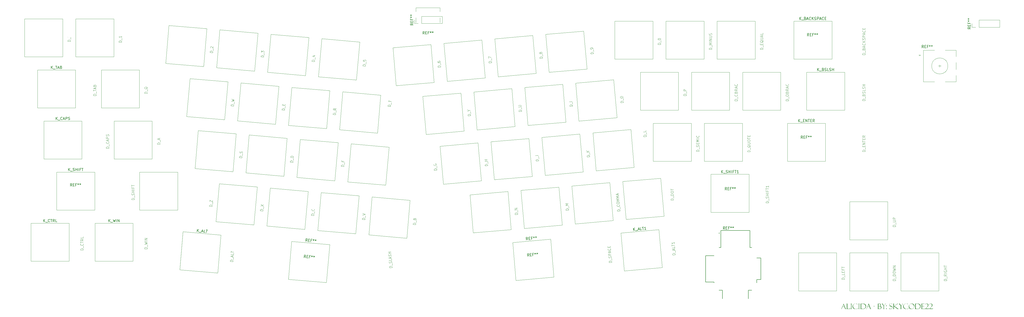
<source format=gbr>
%TF.GenerationSoftware,KiCad,Pcbnew,7.0.6*%
%TF.CreationDate,2023-09-01T00:55:25-07:00*%
%TF.ProjectId,alicida,616c6963-6964-4612-9e6b-696361645f70,rev?*%
%TF.SameCoordinates,Original*%
%TF.FileFunction,Legend,Top*%
%TF.FilePolarity,Positive*%
%FSLAX46Y46*%
G04 Gerber Fmt 4.6, Leading zero omitted, Abs format (unit mm)*
G04 Created by KiCad (PCBNEW 7.0.6) date 2023-09-01 00:55:25*
%MOMM*%
%LPD*%
G01*
G04 APERTURE LIST*
%ADD10C,0.250000*%
%ADD11C,0.150000*%
%ADD12C,0.100000*%
%ADD13C,0.120000*%
%ADD14C,0.127000*%
%ADD15C,0.200000*%
G04 APERTURE END LIST*
D10*
G36*
X344022110Y-215068159D02*
G01*
X344028691Y-215089395D01*
X344037827Y-215110953D01*
X344046093Y-215129237D01*
X344056099Y-215150651D01*
X344064746Y-215168764D01*
X344074372Y-215188638D01*
X344077798Y-215195654D01*
X344088754Y-215215907D01*
X344100741Y-215234168D01*
X344113759Y-215250437D01*
X344127806Y-215264713D01*
X344148140Y-215280650D01*
X344170305Y-215293046D01*
X344194302Y-215301899D01*
X344213501Y-215306216D01*
X344233731Y-215308540D01*
X344247791Y-215308982D01*
X344247791Y-215340246D01*
X343774937Y-215340246D01*
X343774937Y-215308982D01*
X343796850Y-215307196D01*
X343816685Y-215300598D01*
X343831797Y-215287104D01*
X343838850Y-215267259D01*
X343839417Y-215258180D01*
X343837463Y-215238488D01*
X343832547Y-215217000D01*
X343825953Y-215195419D01*
X343818778Y-215175204D01*
X343810077Y-215152962D01*
X343808154Y-215148271D01*
X343798630Y-215130954D01*
X343798384Y-215130197D01*
X343794476Y-215116519D01*
X343501873Y-214433616D01*
X342910805Y-214433616D01*
X342604525Y-215161948D01*
X342597083Y-215181595D01*
X342589176Y-215203362D01*
X342582820Y-215222028D01*
X342576525Y-215242952D01*
X342572804Y-215262301D01*
X342572773Y-215263553D01*
X342576986Y-215283429D01*
X342591798Y-215299000D01*
X342610692Y-215306143D01*
X342632021Y-215308805D01*
X342640184Y-215308982D01*
X342640184Y-215340246D01*
X342339277Y-215340246D01*
X342339277Y-215308982D01*
X342361305Y-215307935D01*
X342381959Y-215304792D01*
X342401238Y-215299554D01*
X342421995Y-215290795D01*
X342440882Y-215279185D01*
X342456727Y-215264496D01*
X342470352Y-215247165D01*
X342481526Y-215229969D01*
X342492944Y-215209811D01*
X342504607Y-215186692D01*
X342513514Y-215167409D01*
X342522558Y-215146461D01*
X342531740Y-215123846D01*
X342835921Y-214371090D01*
X342930345Y-214371090D01*
X343476960Y-214371090D01*
X343203408Y-213684767D01*
X342930345Y-214371090D01*
X342835921Y-214371090D01*
X343265446Y-213308145D01*
X343299640Y-213308145D01*
X344022110Y-215068159D01*
G37*
G36*
X344286381Y-215340246D02*
G01*
X344286381Y-215308982D01*
X344309035Y-215308433D01*
X344329612Y-215306784D01*
X344352414Y-215303178D01*
X344371973Y-215297854D01*
X344391161Y-215289199D01*
X344407644Y-215275975D01*
X344409479Y-215273811D01*
X344420519Y-215255803D01*
X344427823Y-215236534D01*
X344433136Y-215213728D01*
X344436041Y-215192021D01*
X344437563Y-215167856D01*
X344437812Y-215152179D01*
X344437812Y-213506959D01*
X344437468Y-213485977D01*
X344436073Y-213461874D01*
X344433604Y-213440133D01*
X344430062Y-213420754D01*
X344424395Y-213400615D01*
X344415830Y-213381418D01*
X344402005Y-213366051D01*
X344383458Y-213355632D01*
X344363279Y-213348892D01*
X344344045Y-213344770D01*
X344322063Y-213341778D01*
X344297334Y-213339916D01*
X344283939Y-213339408D01*
X344283939Y-213308145D01*
X344826646Y-213308145D01*
X344826646Y-213339408D01*
X344804094Y-213339885D01*
X344783761Y-213341316D01*
X344762288Y-213344293D01*
X344741274Y-213349502D01*
X344722582Y-213357745D01*
X344720645Y-213358948D01*
X344703720Y-213371570D01*
X344689730Y-213387107D01*
X344680589Y-213404377D01*
X344676103Y-213424195D01*
X344673628Y-213446875D01*
X344672405Y-213466968D01*
X344671634Y-213490304D01*
X344671344Y-213511309D01*
X344671308Y-213522590D01*
X344671308Y-214944572D01*
X344671651Y-214967048D01*
X344672682Y-214988681D01*
X344674399Y-215009470D01*
X344676803Y-215029416D01*
X344681698Y-215057753D01*
X344688138Y-215084193D01*
X344696123Y-215108735D01*
X344705654Y-215131380D01*
X344716731Y-215152127D01*
X344729354Y-215170976D01*
X344743522Y-215187927D01*
X344759235Y-215202981D01*
X344776821Y-215216338D01*
X344796604Y-215228380D01*
X344818586Y-215239109D01*
X344842766Y-215248525D01*
X344869145Y-215256626D01*
X344897721Y-215263414D01*
X344917993Y-215267209D01*
X344939242Y-215270421D01*
X344961468Y-215273048D01*
X344984671Y-215275092D01*
X345008851Y-215276552D01*
X345034008Y-215277427D01*
X345060142Y-215277719D01*
X345307316Y-215277719D01*
X345329290Y-215277361D01*
X345350517Y-215276284D01*
X345370995Y-215274491D01*
X345390725Y-215271980D01*
X345418918Y-215266868D01*
X345445428Y-215260141D01*
X345470255Y-215251801D01*
X345493399Y-215241846D01*
X345514860Y-215230277D01*
X345534638Y-215217094D01*
X345552733Y-215202296D01*
X345569145Y-215185884D01*
X345584071Y-215167240D01*
X345597709Y-215145744D01*
X345610060Y-215121398D01*
X345621122Y-215094201D01*
X345627782Y-215074486D01*
X345633869Y-215053504D01*
X345639383Y-215031255D01*
X345644326Y-215007739D01*
X345648695Y-214982956D01*
X345652492Y-214956906D01*
X345655717Y-214929589D01*
X345658369Y-214901005D01*
X345660449Y-214871154D01*
X345661957Y-214840036D01*
X345681008Y-214840036D01*
X345681008Y-215340246D01*
X344286381Y-215340246D01*
G37*
G36*
X346404455Y-213308145D02*
G01*
X346404455Y-213339408D01*
X346383878Y-213338736D01*
X346362201Y-213340629D01*
X346342332Y-213344389D01*
X346321622Y-213350113D01*
X346315551Y-213352109D01*
X346296263Y-213359886D01*
X346278800Y-213370549D01*
X346264992Y-213384807D01*
X346257909Y-213399492D01*
X346254063Y-213420497D01*
X346251899Y-213443303D01*
X346250568Y-213466926D01*
X346249812Y-213488847D01*
X346249331Y-213513454D01*
X346249151Y-213533673D01*
X346249117Y-213547991D01*
X346249117Y-215090629D01*
X346249207Y-215113314D01*
X346249477Y-215134290D01*
X346250118Y-215159599D01*
X346251080Y-215181871D01*
X346252733Y-215205439D01*
X346255378Y-215227455D01*
X346259375Y-215244502D01*
X346268678Y-215262548D01*
X346282484Y-215278401D01*
X346298942Y-215290908D01*
X346319335Y-215299645D01*
X346340219Y-215304464D01*
X346361617Y-215307217D01*
X346381915Y-215308541D01*
X346404455Y-215308982D01*
X346404455Y-215340246D01*
X345864678Y-215340246D01*
X345864678Y-215308982D01*
X345888874Y-215308379D01*
X345910657Y-215306571D01*
X345930029Y-215303556D01*
X345950851Y-215298091D01*
X345970864Y-215289047D01*
X345987353Y-215275065D01*
X345990708Y-215270392D01*
X345999174Y-215252268D01*
X346004891Y-215231866D01*
X346008589Y-215212074D01*
X346011509Y-215189199D01*
X346013650Y-215163241D01*
X346014745Y-215141749D01*
X346015401Y-215118522D01*
X346015620Y-215093560D01*
X346015620Y-213566065D01*
X346015380Y-213540014D01*
X346014659Y-213515713D01*
X346013457Y-213493165D01*
X346011774Y-213472368D01*
X346008782Y-213447363D01*
X346004935Y-213425473D01*
X345998924Y-213402490D01*
X345991578Y-213384372D01*
X345988265Y-213378487D01*
X345975586Y-213363569D01*
X345958063Y-213352155D01*
X345935698Y-213344243D01*
X345913360Y-213340327D01*
X345893069Y-213338945D01*
X345870626Y-213339121D01*
X345864678Y-213339408D01*
X345864678Y-213308145D01*
X346404455Y-213308145D01*
G37*
G36*
X348347163Y-213407796D02*
G01*
X348422878Y-213620776D01*
X348403827Y-213620776D01*
X348385346Y-213603465D01*
X348366660Y-213586704D01*
X348347770Y-213570492D01*
X348328677Y-213554830D01*
X348309378Y-213539718D01*
X348289876Y-213525155D01*
X348270170Y-213511141D01*
X348250259Y-213497677D01*
X348230145Y-213484763D01*
X348209826Y-213472398D01*
X348189303Y-213460583D01*
X348168575Y-213449317D01*
X348147644Y-213438601D01*
X348126508Y-213428435D01*
X348105169Y-213418818D01*
X348083625Y-213409750D01*
X348061877Y-213401232D01*
X348039924Y-213393264D01*
X348017768Y-213385845D01*
X347995407Y-213378975D01*
X347972842Y-213372656D01*
X347950073Y-213366885D01*
X347927100Y-213361665D01*
X347903923Y-213356994D01*
X347880541Y-213352872D01*
X347856956Y-213349300D01*
X347833166Y-213346277D01*
X347809172Y-213343804D01*
X347784974Y-213341881D01*
X347760571Y-213340507D01*
X347735965Y-213339683D01*
X347711154Y-213339408D01*
X347685480Y-213339647D01*
X347660115Y-213340364D01*
X347635059Y-213341559D01*
X347610313Y-213343232D01*
X347585875Y-213345383D01*
X347561746Y-213348012D01*
X347537927Y-213351119D01*
X347514417Y-213354704D01*
X347491216Y-213358767D01*
X347468323Y-213363308D01*
X347445741Y-213368327D01*
X347423467Y-213373823D01*
X347401502Y-213379798D01*
X347379846Y-213386251D01*
X347358500Y-213393182D01*
X347337463Y-213400591D01*
X347316735Y-213408478D01*
X347296315Y-213416843D01*
X347276205Y-213425685D01*
X347256405Y-213435006D01*
X347236913Y-213444805D01*
X347217730Y-213455082D01*
X347198857Y-213465837D01*
X347180292Y-213477069D01*
X347162037Y-213488780D01*
X347144091Y-213500969D01*
X347126454Y-213513636D01*
X347109126Y-213526781D01*
X347092107Y-213540403D01*
X347075398Y-213554504D01*
X347058997Y-213569083D01*
X347042906Y-213584139D01*
X347027218Y-213599536D01*
X347012028Y-213615133D01*
X346997336Y-213630932D01*
X346983143Y-213646933D01*
X346969447Y-213663134D01*
X346956249Y-213679537D01*
X346943550Y-213696141D01*
X346931348Y-213712947D01*
X346919644Y-213729954D01*
X346908439Y-213747162D01*
X346897731Y-213764571D01*
X346887522Y-213782182D01*
X346877810Y-213799994D01*
X346868597Y-213818008D01*
X346859881Y-213836222D01*
X346851664Y-213854638D01*
X346843944Y-213873256D01*
X346836723Y-213892074D01*
X346830000Y-213911094D01*
X346823774Y-213930316D01*
X346818047Y-213949738D01*
X346812818Y-213969362D01*
X346808086Y-213989187D01*
X346803853Y-214009214D01*
X346800118Y-214029441D01*
X346796881Y-214049870D01*
X346794142Y-214070501D01*
X346791901Y-214091333D01*
X346790157Y-214112366D01*
X346788912Y-214133600D01*
X346788165Y-214155036D01*
X346787916Y-214176673D01*
X346788359Y-214203732D01*
X346789687Y-214231299D01*
X346791901Y-214259374D01*
X346794999Y-214287956D01*
X346798984Y-214317045D01*
X346803853Y-214346643D01*
X346809608Y-214376748D01*
X346816248Y-214407360D01*
X346823774Y-214438480D01*
X346832185Y-214470107D01*
X346841482Y-214502243D01*
X346851664Y-214534885D01*
X346862731Y-214568035D01*
X346874684Y-214601693D01*
X346887522Y-214635859D01*
X346901245Y-214670532D01*
X346915922Y-214705010D01*
X346931623Y-214738714D01*
X346948346Y-214771642D01*
X346966091Y-214803797D01*
X346984860Y-214835176D01*
X347004651Y-214865781D01*
X347025465Y-214895611D01*
X347047302Y-214924666D01*
X347070162Y-214952947D01*
X347094044Y-214980453D01*
X347118949Y-215007184D01*
X347144877Y-215033141D01*
X347171828Y-215058322D01*
X347199801Y-215082730D01*
X347228798Y-215106362D01*
X347258817Y-215129220D01*
X347289811Y-215150988D01*
X347321610Y-215171352D01*
X347354214Y-215190311D01*
X347387624Y-215207866D01*
X347421839Y-215224016D01*
X347456859Y-215238763D01*
X347492685Y-215252104D01*
X347529315Y-215264042D01*
X347566751Y-215274575D01*
X347585771Y-215279315D01*
X347604993Y-215283703D01*
X347624415Y-215287741D01*
X347644039Y-215291427D01*
X347663864Y-215294763D01*
X347683891Y-215297747D01*
X347704118Y-215300380D01*
X347724548Y-215302663D01*
X347745178Y-215304594D01*
X347766010Y-215306174D01*
X347787043Y-215307402D01*
X347808277Y-215308280D01*
X347829713Y-215308807D01*
X347851350Y-215308982D01*
X347879829Y-215308685D01*
X347908235Y-215307792D01*
X347936569Y-215306303D01*
X347964831Y-215304220D01*
X347993020Y-215301541D01*
X348021137Y-215298266D01*
X348049181Y-215294397D01*
X348077152Y-215289931D01*
X348105051Y-215284871D01*
X348132878Y-215279215D01*
X348160632Y-215272964D01*
X348188313Y-215266118D01*
X348215922Y-215258676D01*
X348243459Y-215250639D01*
X348270923Y-215242006D01*
X348298314Y-215232779D01*
X348325291Y-215222990D01*
X348351391Y-215212797D01*
X348376613Y-215202199D01*
X348400957Y-215191196D01*
X348424424Y-215179789D01*
X348447012Y-215167978D01*
X348468723Y-215155762D01*
X348489556Y-215143142D01*
X348509512Y-215130117D01*
X348528589Y-215116687D01*
X348546789Y-215102853D01*
X348564111Y-215088614D01*
X348580556Y-215073971D01*
X348596122Y-215058924D01*
X348610811Y-215043471D01*
X348624623Y-215027615D01*
X348642696Y-215033476D01*
X348501036Y-215263553D01*
X348479808Y-215268406D01*
X348459051Y-215273134D01*
X348438764Y-215277737D01*
X348418947Y-215282215D01*
X348399601Y-215286568D01*
X348362320Y-215294899D01*
X348326920Y-215302730D01*
X348293401Y-215310061D01*
X348261764Y-215316892D01*
X348232008Y-215323223D01*
X348204134Y-215329055D01*
X348178141Y-215334386D01*
X348154030Y-215339217D01*
X348131800Y-215343549D01*
X348111452Y-215347381D01*
X348084457Y-215352191D01*
X348061695Y-215355876D01*
X348055048Y-215356854D01*
X348035292Y-215359473D01*
X348014307Y-215361834D01*
X347992095Y-215363938D01*
X347968655Y-215365784D01*
X347943987Y-215367373D01*
X347918091Y-215368704D01*
X347890967Y-215369777D01*
X347862615Y-215370593D01*
X347843032Y-215370993D01*
X347822903Y-215371280D01*
X347802228Y-215371451D01*
X347781008Y-215371509D01*
X347741611Y-215371220D01*
X347702921Y-215370352D01*
X347664938Y-215368907D01*
X347627661Y-215366883D01*
X347591092Y-215364281D01*
X347555230Y-215361102D01*
X347520075Y-215357343D01*
X347485627Y-215353007D01*
X347451885Y-215348093D01*
X347418851Y-215342600D01*
X347386524Y-215336529D01*
X347354903Y-215329880D01*
X347323990Y-215322653D01*
X347293783Y-215314848D01*
X347264284Y-215306465D01*
X347235491Y-215297503D01*
X347207406Y-215287963D01*
X347180027Y-215277845D01*
X347153356Y-215267149D01*
X347127391Y-215255875D01*
X347102133Y-215244022D01*
X347077583Y-215231592D01*
X347053739Y-215218583D01*
X347030602Y-215204996D01*
X347008172Y-215190831D01*
X346986449Y-215176088D01*
X346965434Y-215160766D01*
X346945125Y-215144866D01*
X346925523Y-215128389D01*
X346906628Y-215111333D01*
X346888440Y-215093699D01*
X346870959Y-215075486D01*
X346854099Y-215056871D01*
X346837774Y-215038029D01*
X346821985Y-215018960D01*
X346806731Y-214999664D01*
X346792012Y-214980141D01*
X346777828Y-214960391D01*
X346764179Y-214940413D01*
X346751066Y-214920209D01*
X346738488Y-214899777D01*
X346726445Y-214879119D01*
X346714938Y-214858233D01*
X346703965Y-214837121D01*
X346693528Y-214815781D01*
X346683627Y-214794214D01*
X346674260Y-214772420D01*
X346665429Y-214750399D01*
X346657132Y-214728151D01*
X346649371Y-214705676D01*
X346642146Y-214682974D01*
X346635455Y-214660044D01*
X346629300Y-214636888D01*
X346623680Y-214613505D01*
X346618595Y-214589894D01*
X346614046Y-214566057D01*
X346610032Y-214541992D01*
X346606553Y-214517700D01*
X346603609Y-214493182D01*
X346601200Y-214468436D01*
X346599327Y-214443463D01*
X346597989Y-214418263D01*
X346597186Y-214392836D01*
X346596918Y-214367182D01*
X346597468Y-214332400D01*
X346599117Y-214297786D01*
X346601864Y-214263341D01*
X346605711Y-214229063D01*
X346610657Y-214194953D01*
X346616702Y-214161011D01*
X346623846Y-214127236D01*
X346632089Y-214093630D01*
X346641432Y-214060192D01*
X346651873Y-214026921D01*
X346663414Y-213993819D01*
X346676053Y-213960884D01*
X346689792Y-213928117D01*
X346704630Y-213895519D01*
X346720566Y-213863088D01*
X346737602Y-213830825D01*
X346755732Y-213799073D01*
X346774826Y-213768176D01*
X346794887Y-213738135D01*
X346815913Y-213708948D01*
X346837904Y-213680615D01*
X346860861Y-213653138D01*
X346884783Y-213626516D01*
X346909671Y-213600748D01*
X346935525Y-213575835D01*
X346962344Y-213551777D01*
X346990128Y-213528574D01*
X347018878Y-213506226D01*
X347048594Y-213484733D01*
X347079275Y-213464094D01*
X347110922Y-213444310D01*
X347143534Y-213425382D01*
X347176986Y-213407399D01*
X347211029Y-213390577D01*
X347245664Y-213374915D01*
X347280890Y-213360413D01*
X347316708Y-213347071D01*
X347353117Y-213334890D01*
X347390118Y-213323868D01*
X347427710Y-213314007D01*
X347446728Y-213309511D01*
X347465894Y-213305306D01*
X347485208Y-213301390D01*
X347504670Y-213297765D01*
X347524279Y-213294429D01*
X347544037Y-213291384D01*
X347563942Y-213288628D01*
X347583995Y-213286163D01*
X347604196Y-213283988D01*
X347624545Y-213282103D01*
X347645042Y-213280507D01*
X347665687Y-213279202D01*
X347686480Y-213278187D01*
X347707420Y-213277462D01*
X347728508Y-213277027D01*
X347749745Y-213276882D01*
X347770874Y-213277002D01*
X347791640Y-213277363D01*
X347812044Y-213277964D01*
X347832085Y-213278805D01*
X347851764Y-213279887D01*
X347880602Y-213281961D01*
X347908625Y-213284576D01*
X347935831Y-213287731D01*
X347962223Y-213291428D01*
X347987798Y-213295665D01*
X348012558Y-213300444D01*
X348036501Y-213305763D01*
X348044302Y-213307657D01*
X348067284Y-213313444D01*
X348089519Y-213319266D01*
X348111007Y-213325122D01*
X348131748Y-213331012D01*
X348151742Y-213336937D01*
X348170989Y-213342896D01*
X348195490Y-213350895D01*
X348218662Y-213358955D01*
X348240507Y-213367076D01*
X348250931Y-213371160D01*
X348341789Y-213405354D01*
X348347163Y-213407796D01*
G37*
G36*
X349288475Y-213308145D02*
G01*
X349288475Y-213339408D01*
X349267897Y-213338736D01*
X349246221Y-213340629D01*
X349226352Y-213344389D01*
X349205642Y-213350113D01*
X349199570Y-213352109D01*
X349180283Y-213359886D01*
X349162819Y-213370549D01*
X349149012Y-213384807D01*
X349141929Y-213399492D01*
X349138082Y-213420497D01*
X349135918Y-213443303D01*
X349134587Y-213466926D01*
X349133832Y-213488847D01*
X349133351Y-213513454D01*
X349133170Y-213533673D01*
X349133136Y-213547991D01*
X349133136Y-215090629D01*
X349133226Y-215113314D01*
X349133497Y-215134290D01*
X349134138Y-215159599D01*
X349135100Y-215181871D01*
X349136753Y-215205439D01*
X349139397Y-215227455D01*
X349143394Y-215244502D01*
X349152698Y-215262548D01*
X349166504Y-215278401D01*
X349182962Y-215290908D01*
X349203355Y-215299645D01*
X349224239Y-215304464D01*
X349245637Y-215307217D01*
X349265935Y-215308541D01*
X349288475Y-215308982D01*
X349288475Y-215340246D01*
X348748698Y-215340246D01*
X348748698Y-215308982D01*
X348772893Y-215308379D01*
X348794677Y-215306571D01*
X348814048Y-215303556D01*
X348834871Y-215298091D01*
X348854883Y-215289047D01*
X348871373Y-215275065D01*
X348874727Y-215270392D01*
X348883194Y-215252268D01*
X348888911Y-215231866D01*
X348892609Y-215212074D01*
X348895528Y-215189199D01*
X348897669Y-215163241D01*
X348898764Y-215141749D01*
X348899421Y-215118522D01*
X348899640Y-215093560D01*
X348899640Y-213566065D01*
X348899400Y-213540014D01*
X348898678Y-213515713D01*
X348897476Y-213493165D01*
X348895793Y-213472368D01*
X348892801Y-213447363D01*
X348888954Y-213425473D01*
X348882944Y-213402490D01*
X348875597Y-213384372D01*
X348872285Y-213378487D01*
X348859605Y-213363569D01*
X348842083Y-213352155D01*
X348819717Y-213344243D01*
X348797380Y-213340327D01*
X348777089Y-213338945D01*
X348754645Y-213339121D01*
X348748698Y-213339408D01*
X348748698Y-213308145D01*
X349288475Y-213308145D01*
G37*
G36*
X350436942Y-213308200D02*
G01*
X350458669Y-213308364D01*
X350480104Y-213308639D01*
X350501247Y-213309023D01*
X350522098Y-213309516D01*
X350542658Y-213310120D01*
X350562925Y-213310833D01*
X350582901Y-213311656D01*
X350602584Y-213312589D01*
X350641075Y-213314783D01*
X350678399Y-213317416D01*
X350714554Y-213320488D01*
X350749542Y-213323999D01*
X350783362Y-213327949D01*
X350816014Y-213332338D01*
X350847499Y-213337166D01*
X350877815Y-213342432D01*
X350906964Y-213348137D01*
X350934945Y-213354282D01*
X350961758Y-213360865D01*
X350974727Y-213364321D01*
X351000226Y-213371534D01*
X351025308Y-213379250D01*
X351049975Y-213387471D01*
X351074226Y-213396195D01*
X351098060Y-213405422D01*
X351121479Y-213415154D01*
X351144482Y-213425389D01*
X351167068Y-213436128D01*
X351189239Y-213447371D01*
X351210994Y-213459118D01*
X351232333Y-213471368D01*
X351253256Y-213484122D01*
X351273762Y-213497380D01*
X351293853Y-213511141D01*
X351313528Y-213525407D01*
X351332787Y-213540176D01*
X351351592Y-213555399D01*
X351369904Y-213571149D01*
X351387725Y-213587425D01*
X351405053Y-213604228D01*
X351421888Y-213621558D01*
X351438231Y-213639415D01*
X351454082Y-213657798D01*
X351469441Y-213676707D01*
X351484307Y-213696144D01*
X351498682Y-213716107D01*
X351512563Y-213736597D01*
X351525953Y-213757613D01*
X351538850Y-213779156D01*
X351551255Y-213801226D01*
X351563167Y-213823822D01*
X351574588Y-213846945D01*
X351585413Y-213870499D01*
X351595539Y-213894389D01*
X351604967Y-213918615D01*
X351613697Y-213943176D01*
X351621728Y-213968074D01*
X351629061Y-213993307D01*
X351635696Y-214018876D01*
X351641632Y-214044781D01*
X351646870Y-214071022D01*
X351651410Y-214097599D01*
X351655251Y-214124511D01*
X351658393Y-214151760D01*
X351660838Y-214179344D01*
X351662584Y-214207264D01*
X351663631Y-214235520D01*
X351663981Y-214264112D01*
X351663618Y-214291864D01*
X351662530Y-214319555D01*
X351660718Y-214347185D01*
X351658180Y-214374754D01*
X351654917Y-214402261D01*
X351650929Y-214429708D01*
X351646216Y-214457094D01*
X351640777Y-214484419D01*
X351634614Y-214511682D01*
X351627726Y-214538885D01*
X351620112Y-214566026D01*
X351611774Y-214593107D01*
X351602710Y-214620126D01*
X351592921Y-214647084D01*
X351582407Y-214673982D01*
X351571168Y-214700818D01*
X351559307Y-214727392D01*
X351546927Y-214753505D01*
X351534028Y-214779157D01*
X351520610Y-214804346D01*
X351506673Y-214829074D01*
X351492217Y-214853340D01*
X351477242Y-214877144D01*
X351461747Y-214900486D01*
X351445734Y-214923367D01*
X351429202Y-214945786D01*
X351412151Y-214967743D01*
X351394581Y-214989238D01*
X351376491Y-215010272D01*
X351357883Y-215030843D01*
X351338756Y-215050953D01*
X351319110Y-215070601D01*
X351299135Y-215089635D01*
X351279023Y-215107902D01*
X351258774Y-215125401D01*
X351238387Y-215142134D01*
X351217863Y-215158099D01*
X351197202Y-215173298D01*
X351176403Y-215187729D01*
X351155467Y-215201393D01*
X351134393Y-215214291D01*
X351113182Y-215226421D01*
X351091834Y-215237784D01*
X351070348Y-215248380D01*
X351048725Y-215258209D01*
X351026965Y-215267270D01*
X351005067Y-215275565D01*
X350983031Y-215283093D01*
X350960233Y-215290014D01*
X350935923Y-215296488D01*
X350910102Y-215302516D01*
X350882770Y-215308097D01*
X350853926Y-215313232D01*
X350823571Y-215317920D01*
X350791705Y-215322162D01*
X350758328Y-215325957D01*
X350723439Y-215329306D01*
X350687040Y-215332208D01*
X350649129Y-215334664D01*
X350629606Y-215335725D01*
X350609706Y-215336673D01*
X350589428Y-215337511D01*
X350568773Y-215338236D01*
X350547739Y-215338850D01*
X350526328Y-215339352D01*
X350504539Y-215339743D01*
X350482372Y-215340022D01*
X350459827Y-215340190D01*
X350436904Y-215340246D01*
X349486311Y-215340246D01*
X349486311Y-215308982D01*
X349511224Y-215308982D01*
X349533187Y-215307539D01*
X349552669Y-215303210D01*
X349572773Y-215294206D01*
X349589305Y-215281045D01*
X349602266Y-215263729D01*
X349608921Y-215249876D01*
X349615676Y-215228915D01*
X349620256Y-215208780D01*
X349624102Y-215185653D01*
X349627217Y-215159534D01*
X349629071Y-215137982D01*
X349630514Y-215114746D01*
X349631544Y-215089828D01*
X349632162Y-215063226D01*
X349632369Y-215034942D01*
X349632369Y-213571439D01*
X349632258Y-213551489D01*
X349631677Y-213523461D01*
X349630598Y-213497708D01*
X349629021Y-213474231D01*
X349626946Y-213453029D01*
X349623404Y-213428299D01*
X349618977Y-213407615D01*
X349612198Y-213387448D01*
X349604036Y-213373602D01*
X349600667Y-213370671D01*
X349865865Y-213370671D01*
X349865865Y-214924544D01*
X349866303Y-214951360D01*
X349867616Y-214976854D01*
X349869806Y-215001026D01*
X349872871Y-215023875D01*
X349876813Y-215045401D01*
X349881630Y-215065606D01*
X349887323Y-215084488D01*
X349896276Y-215107607D01*
X349906786Y-215128375D01*
X349915690Y-215142409D01*
X349929368Y-215159628D01*
X349945244Y-215175626D01*
X349963318Y-215190403D01*
X349983590Y-215203958D01*
X350006060Y-215216292D01*
X350024355Y-215224742D01*
X350043887Y-215232504D01*
X350064655Y-215239579D01*
X350086660Y-215245968D01*
X350110109Y-215251642D01*
X350135026Y-215256758D01*
X350161411Y-215261316D01*
X350189265Y-215265316D01*
X350218587Y-215268758D01*
X350238951Y-215270743D01*
X350259967Y-215272479D01*
X350281636Y-215273967D01*
X350303958Y-215275208D01*
X350326932Y-215276200D01*
X350350558Y-215276944D01*
X350374838Y-215277440D01*
X350399770Y-215277688D01*
X350412480Y-215277719D01*
X350447717Y-215277437D01*
X350482292Y-215276592D01*
X350516204Y-215275182D01*
X350549455Y-215273208D01*
X350582043Y-215270671D01*
X350613969Y-215267570D01*
X350645233Y-215263905D01*
X350675835Y-215259676D01*
X350705775Y-215254883D01*
X350735052Y-215249526D01*
X350763668Y-215243606D01*
X350791621Y-215237122D01*
X350818913Y-215230073D01*
X350845542Y-215222461D01*
X350871509Y-215214285D01*
X350896814Y-215205546D01*
X350921457Y-215196242D01*
X350945437Y-215186374D01*
X350968756Y-215175943D01*
X350991412Y-215164948D01*
X351013406Y-215153389D01*
X351034738Y-215141266D01*
X351055408Y-215128579D01*
X351075416Y-215115328D01*
X351094762Y-215101514D01*
X351113446Y-215087135D01*
X351131467Y-215072193D01*
X351148827Y-215056687D01*
X351165524Y-215040617D01*
X351181559Y-215023983D01*
X351196932Y-215006786D01*
X351211643Y-214989024D01*
X351225798Y-214970900D01*
X351239504Y-214952674D01*
X351252760Y-214934347D01*
X351265567Y-214915919D01*
X351277925Y-214897390D01*
X351289833Y-214878760D01*
X351301292Y-214860029D01*
X351312301Y-214841196D01*
X351322862Y-214822263D01*
X351332972Y-214803228D01*
X351342634Y-214784092D01*
X351351846Y-214764855D01*
X351360608Y-214745517D01*
X351368922Y-214726078D01*
X351376786Y-214706537D01*
X351384200Y-214686896D01*
X351391166Y-214667153D01*
X351397681Y-214647309D01*
X351403748Y-214627365D01*
X351409365Y-214607319D01*
X351414533Y-214587171D01*
X351419251Y-214566923D01*
X351423520Y-214546574D01*
X351427340Y-214526123D01*
X351430710Y-214505571D01*
X351433631Y-214484918D01*
X351436102Y-214464165D01*
X351438125Y-214443309D01*
X351439697Y-214422353D01*
X351440821Y-214401296D01*
X351441495Y-214380137D01*
X351441720Y-214358878D01*
X351441411Y-214333917D01*
X351440487Y-214309167D01*
X351438946Y-214284626D01*
X351436789Y-214260295D01*
X351434015Y-214236174D01*
X351430626Y-214212263D01*
X351426619Y-214188562D01*
X351421997Y-214165071D01*
X351416758Y-214141790D01*
X351410903Y-214118718D01*
X351404431Y-214095857D01*
X351397344Y-214073205D01*
X351389640Y-214050763D01*
X351381319Y-214028532D01*
X351372382Y-214006510D01*
X351362829Y-213984698D01*
X351352660Y-213963096D01*
X351341874Y-213941703D01*
X351330472Y-213920521D01*
X351318453Y-213899549D01*
X351305818Y-213878786D01*
X351292567Y-213858233D01*
X351278700Y-213837891D01*
X351264216Y-213817758D01*
X351249116Y-213797835D01*
X351233399Y-213778122D01*
X351217067Y-213758619D01*
X351200118Y-213739325D01*
X351182552Y-213720242D01*
X351164370Y-213701368D01*
X351145572Y-213682705D01*
X351126158Y-213664251D01*
X351106154Y-213646189D01*
X351085526Y-213628700D01*
X351064274Y-213611785D01*
X351042398Y-213595443D01*
X351019898Y-213579675D01*
X350996774Y-213564480D01*
X350973026Y-213549858D01*
X350948654Y-213535810D01*
X350923659Y-213522335D01*
X350898039Y-213509434D01*
X350871795Y-213497105D01*
X350844927Y-213485351D01*
X350817436Y-213474170D01*
X350789320Y-213463562D01*
X350760581Y-213453527D01*
X350731217Y-213444066D01*
X350701230Y-213435178D01*
X350670618Y-213426864D01*
X350639383Y-213419123D01*
X350607523Y-213411956D01*
X350575040Y-213405362D01*
X350541933Y-213399341D01*
X350508201Y-213393894D01*
X350473846Y-213389020D01*
X350438867Y-213384719D01*
X350403264Y-213380992D01*
X350367037Y-213377839D01*
X350330186Y-213375258D01*
X350292711Y-213373251D01*
X350254612Y-213371818D01*
X350215889Y-213370958D01*
X350176542Y-213370671D01*
X349865865Y-213370671D01*
X349600667Y-213370671D01*
X349588719Y-213360278D01*
X349570939Y-213351463D01*
X349548866Y-213345051D01*
X349527191Y-213341545D01*
X349507705Y-213339942D01*
X349486311Y-213339408D01*
X349486311Y-213308145D01*
X350414923Y-213308145D01*
X350436942Y-213308200D01*
G37*
G36*
X353350233Y-215068159D02*
G01*
X353356813Y-215089395D01*
X353365950Y-215110953D01*
X353374216Y-215129237D01*
X353384222Y-215150651D01*
X353392869Y-215168764D01*
X353402494Y-215188638D01*
X353405921Y-215195654D01*
X353416877Y-215215907D01*
X353428864Y-215234168D01*
X353441881Y-215250437D01*
X353455929Y-215264713D01*
X353476262Y-215280650D01*
X353498427Y-215293046D01*
X353522424Y-215301899D01*
X353541624Y-215306216D01*
X353561854Y-215308540D01*
X353575914Y-215308982D01*
X353575914Y-215340246D01*
X353103059Y-215340246D01*
X353103059Y-215308982D01*
X353124973Y-215307196D01*
X353144808Y-215300598D01*
X353159920Y-215287104D01*
X353166973Y-215267259D01*
X353167539Y-215258180D01*
X353165586Y-215238488D01*
X353160670Y-215217000D01*
X353154076Y-215195419D01*
X353146901Y-215175204D01*
X353138200Y-215152962D01*
X353136276Y-215148271D01*
X353126753Y-215130954D01*
X353126507Y-215130197D01*
X353122599Y-215116519D01*
X352829996Y-214433616D01*
X352238928Y-214433616D01*
X351932648Y-215161948D01*
X351925206Y-215181595D01*
X351917299Y-215203362D01*
X351910942Y-215222028D01*
X351904648Y-215242952D01*
X351900927Y-215262301D01*
X351900896Y-215263553D01*
X351905109Y-215283429D01*
X351919921Y-215299000D01*
X351938815Y-215306143D01*
X351960144Y-215308805D01*
X351968307Y-215308982D01*
X351968307Y-215340246D01*
X351667400Y-215340246D01*
X351667400Y-215308982D01*
X351689428Y-215307935D01*
X351710081Y-215304792D01*
X351729361Y-215299554D01*
X351750118Y-215290795D01*
X351769005Y-215279185D01*
X351784850Y-215264496D01*
X351798474Y-215247165D01*
X351809648Y-215229969D01*
X351821067Y-215209811D01*
X351832729Y-215186692D01*
X351841637Y-215167409D01*
X351850681Y-215146461D01*
X351859863Y-215123846D01*
X352164044Y-214371090D01*
X352258468Y-214371090D01*
X352805083Y-214371090D01*
X352531531Y-213684767D01*
X352258468Y-214371090D01*
X352164044Y-214371090D01*
X352593569Y-213308145D01*
X352627763Y-213308145D01*
X353350233Y-215068159D01*
G37*
G36*
X354369214Y-214371090D02*
G01*
X354369214Y-214246038D01*
X354948558Y-214246038D01*
X354948558Y-214371090D01*
X354369214Y-214371090D01*
G37*
G36*
X356491219Y-213308221D02*
G01*
X356518521Y-213308450D01*
X356544769Y-213308832D01*
X356569964Y-213309366D01*
X356594106Y-213310053D01*
X356617195Y-213310893D01*
X356639230Y-213311885D01*
X356660212Y-213313030D01*
X356680141Y-213314327D01*
X356708059Y-213316560D01*
X356733607Y-213319136D01*
X356756785Y-213322055D01*
X356777594Y-213325318D01*
X356790149Y-213327684D01*
X356814078Y-213333004D01*
X356837746Y-213339439D01*
X356861155Y-213346987D01*
X356884305Y-213355650D01*
X356907195Y-213365428D01*
X356929826Y-213376319D01*
X356952197Y-213388325D01*
X356974309Y-213401446D01*
X356995878Y-213415879D01*
X357011515Y-213427696D01*
X357026687Y-213440362D01*
X357041396Y-213453879D01*
X357055641Y-213468246D01*
X357069423Y-213483463D01*
X357082741Y-213499530D01*
X357095595Y-213516447D01*
X357107986Y-213534215D01*
X357119913Y-213552832D01*
X357123785Y-213559227D01*
X357134872Y-213578801D01*
X357144868Y-213598874D01*
X357153774Y-213619445D01*
X357161589Y-213640514D01*
X357168314Y-213662081D01*
X357173948Y-213684145D01*
X357178492Y-213706708D01*
X357181945Y-213729769D01*
X357184308Y-213753328D01*
X357185580Y-213777385D01*
X357185823Y-213793700D01*
X357184834Y-213825635D01*
X357181869Y-213856714D01*
X357176927Y-213886939D01*
X357170008Y-213916310D01*
X357161112Y-213944825D01*
X357150240Y-213972486D01*
X357137390Y-213999291D01*
X357122564Y-214025242D01*
X357105761Y-214050338D01*
X357086981Y-214074579D01*
X357066224Y-214097965D01*
X357043490Y-214120497D01*
X357018780Y-214142173D01*
X356992092Y-214162995D01*
X356963428Y-214182962D01*
X356932787Y-214202074D01*
X356959721Y-214207132D01*
X356985811Y-214213027D01*
X357011058Y-214219757D01*
X357035461Y-214227322D01*
X357059021Y-214235724D01*
X357081737Y-214244961D01*
X357103610Y-214255034D01*
X357124640Y-214265943D01*
X357144826Y-214277688D01*
X357164169Y-214290268D01*
X357182669Y-214303685D01*
X357200325Y-214317937D01*
X357217137Y-214333024D01*
X357233107Y-214348948D01*
X357248233Y-214365707D01*
X357262515Y-214383302D01*
X357276002Y-214401494D01*
X357288619Y-214420167D01*
X357300365Y-214439321D01*
X357311242Y-214458956D01*
X357321248Y-214479072D01*
X357330384Y-214499668D01*
X357338650Y-214520746D01*
X357346046Y-214542304D01*
X357352572Y-214564343D01*
X357358228Y-214586863D01*
X357363013Y-214609864D01*
X357366929Y-214633346D01*
X357369974Y-214657308D01*
X357372150Y-214681752D01*
X357373455Y-214706676D01*
X357373890Y-214732081D01*
X357373516Y-214755824D01*
X357372394Y-214779304D01*
X357370524Y-214802520D01*
X357367906Y-214825473D01*
X357364540Y-214848163D01*
X357360426Y-214870589D01*
X357355564Y-214892753D01*
X357349954Y-214914652D01*
X357343596Y-214936289D01*
X357336490Y-214957662D01*
X357328636Y-214978772D01*
X357320034Y-214999618D01*
X357310684Y-215020202D01*
X357300586Y-215040521D01*
X357289741Y-215060578D01*
X357278147Y-215080371D01*
X357266131Y-215099561D01*
X357253898Y-215117931D01*
X357241447Y-215135480D01*
X357228779Y-215152209D01*
X357215893Y-215168117D01*
X357202790Y-215183205D01*
X357182727Y-215204298D01*
X357162175Y-215223545D01*
X357141134Y-215240946D01*
X357119602Y-215256501D01*
X357097582Y-215270209D01*
X357075072Y-215282072D01*
X357059793Y-215288955D01*
X357035937Y-215298121D01*
X357010346Y-215306385D01*
X356983020Y-215313748D01*
X356963839Y-215318156D01*
X356943888Y-215322163D01*
X356923165Y-215325770D01*
X356901672Y-215328976D01*
X356879408Y-215331780D01*
X356856373Y-215334185D01*
X356832567Y-215336188D01*
X356807990Y-215337791D01*
X356782642Y-215338993D01*
X356756523Y-215339795D01*
X356729633Y-215340195D01*
X356715900Y-215340246D01*
X355934322Y-215340246D01*
X355934322Y-215308982D01*
X355956594Y-215308395D01*
X355976760Y-215306632D01*
X355999004Y-215302775D01*
X356017957Y-215297081D01*
X356036355Y-215287825D01*
X356051829Y-215273683D01*
X356053513Y-215271369D01*
X356062477Y-215253177D01*
X356068531Y-215231772D01*
X356072447Y-215210561D01*
X356075538Y-215185717D01*
X356077315Y-215164700D01*
X356078629Y-215141639D01*
X356079479Y-215116534D01*
X356079865Y-215089386D01*
X356079891Y-215079883D01*
X356079891Y-214308564D01*
X356313387Y-214308564D01*
X356313387Y-214932848D01*
X356313478Y-214956326D01*
X356313748Y-214978215D01*
X356314199Y-214998515D01*
X356315080Y-215023111D01*
X356316282Y-215044883D01*
X356318236Y-215068127D01*
X356321241Y-215090194D01*
X356323646Y-215101376D01*
X356330393Y-215120946D01*
X356338951Y-215138520D01*
X356349988Y-215156516D01*
X356363502Y-215174932D01*
X356370052Y-215182953D01*
X356385353Y-215198323D01*
X356403780Y-215212560D01*
X356421523Y-215223558D01*
X356441437Y-215233769D01*
X356463522Y-215243193D01*
X356482752Y-215250165D01*
X356487777Y-215251830D01*
X356509163Y-215257897D01*
X356532778Y-215263156D01*
X356558622Y-215267606D01*
X356579468Y-215270413D01*
X356601567Y-215272764D01*
X356624920Y-215274660D01*
X356649527Y-215276101D01*
X356675387Y-215277087D01*
X356702501Y-215277618D01*
X356721273Y-215277719D01*
X356750282Y-215277305D01*
X356778204Y-215276063D01*
X356805039Y-215273993D01*
X356830785Y-215271094D01*
X356855444Y-215267368D01*
X356879016Y-215262813D01*
X356901499Y-215257430D01*
X356922895Y-215251219D01*
X356943204Y-215244180D01*
X356962425Y-215236313D01*
X356980558Y-215227617D01*
X357005718Y-215213021D01*
X357028431Y-215196562D01*
X357048697Y-215178240D01*
X357054909Y-215171718D01*
X357072368Y-215150854D01*
X357088110Y-215128195D01*
X357102135Y-215103742D01*
X357114443Y-215077494D01*
X357121694Y-215058998D01*
X357128181Y-215039705D01*
X357133906Y-215019614D01*
X357138867Y-214998725D01*
X357143065Y-214977039D01*
X357146500Y-214954556D01*
X357149171Y-214931274D01*
X357151079Y-214907195D01*
X357152224Y-214882319D01*
X357152606Y-214856645D01*
X357152268Y-214829908D01*
X357151255Y-214803797D01*
X357149566Y-214778311D01*
X357147202Y-214753452D01*
X357144162Y-214729219D01*
X357140447Y-214705611D01*
X357136056Y-214682629D01*
X357130990Y-214660273D01*
X357125249Y-214638543D01*
X357118832Y-214617439D01*
X357111739Y-214596961D01*
X357103971Y-214577109D01*
X357095527Y-214557882D01*
X357086408Y-214539282D01*
X357076614Y-214521307D01*
X357066144Y-214503958D01*
X357055246Y-214487281D01*
X357038564Y-214463839D01*
X357021478Y-214442287D01*
X357003988Y-214422623D01*
X356986095Y-214404849D01*
X356967798Y-214388963D01*
X356949098Y-214374967D01*
X356929994Y-214362860D01*
X356910487Y-214352642D01*
X356890576Y-214344313D01*
X356870261Y-214337873D01*
X356848243Y-214332635D01*
X356823040Y-214327912D01*
X356794651Y-214323705D01*
X356773955Y-214321186D01*
X356751844Y-214318896D01*
X356728316Y-214316836D01*
X356703373Y-214315004D01*
X356677014Y-214313401D01*
X356649239Y-214312027D01*
X356620048Y-214310882D01*
X356589441Y-214309966D01*
X356557419Y-214309279D01*
X356523981Y-214308821D01*
X356489126Y-214308592D01*
X356471168Y-214308564D01*
X356313387Y-214308564D01*
X356079891Y-214308564D01*
X356079891Y-213566065D01*
X356079835Y-213546163D01*
X356079587Y-213521536D01*
X356079141Y-213499093D01*
X356078496Y-213478832D01*
X356077411Y-213456576D01*
X356075699Y-213434371D01*
X356073541Y-213417077D01*
X356067964Y-213396444D01*
X356057827Y-213379056D01*
X356049114Y-213370671D01*
X356313387Y-213370671D01*
X356313387Y-214246038D01*
X356559096Y-214246038D01*
X356589700Y-214245488D01*
X356618989Y-214243839D01*
X356646960Y-214241092D01*
X356673615Y-214237245D01*
X356698953Y-214232299D01*
X356722975Y-214226254D01*
X356745680Y-214219110D01*
X356767068Y-214210867D01*
X356787140Y-214201524D01*
X356805895Y-214191083D01*
X356823334Y-214179542D01*
X356839456Y-214166903D01*
X356854261Y-214153164D01*
X356867750Y-214138326D01*
X356879922Y-214122390D01*
X356890777Y-214105354D01*
X356900715Y-214087774D01*
X356910012Y-214070206D01*
X356918667Y-214052649D01*
X356930448Y-214026335D01*
X356940786Y-214000047D01*
X356949682Y-213973785D01*
X356957135Y-213947548D01*
X356963146Y-213921337D01*
X356967714Y-213895152D01*
X356970839Y-213868993D01*
X356972522Y-213842859D01*
X356972843Y-213825451D01*
X356972285Y-213797679D01*
X356970611Y-213770783D01*
X356967820Y-213744762D01*
X356963913Y-213719618D01*
X356958890Y-213695349D01*
X356952750Y-213671956D01*
X356945495Y-213649439D01*
X356937123Y-213627798D01*
X356927634Y-213607032D01*
X356917030Y-213587143D01*
X356909340Y-213574370D01*
X356897009Y-213555936D01*
X356883649Y-213538369D01*
X356869257Y-213521669D01*
X356853836Y-213505837D01*
X356837384Y-213490872D01*
X356819901Y-213476774D01*
X356801388Y-213463543D01*
X356781845Y-213451180D01*
X356761271Y-213439684D01*
X356739667Y-213429055D01*
X356724692Y-213422451D01*
X356700881Y-213413197D01*
X356675061Y-213404854D01*
X356647232Y-213397421D01*
X356627563Y-213392971D01*
X356607001Y-213388925D01*
X356585545Y-213385285D01*
X356563197Y-213382049D01*
X356539956Y-213379217D01*
X356515822Y-213376790D01*
X356490794Y-213374767D01*
X356464874Y-213373149D01*
X356438061Y-213371935D01*
X356410355Y-213371126D01*
X356381755Y-213370722D01*
X356367121Y-213370671D01*
X356313387Y-213370671D01*
X356049114Y-213370671D01*
X356043131Y-213364913D01*
X356032997Y-213358459D01*
X356014159Y-213350124D01*
X355994822Y-213344785D01*
X355972819Y-213341269D01*
X355951839Y-213339706D01*
X355936765Y-213339408D01*
X355936765Y-213308145D01*
X356462864Y-213308145D01*
X356491219Y-213308221D01*
G37*
G36*
X358744581Y-213308145D02*
G01*
X359047930Y-213308145D01*
X359047930Y-213339408D01*
X359027036Y-213341509D01*
X359007584Y-213344881D01*
X358986714Y-213350420D01*
X358967807Y-213357690D01*
X358953164Y-213365298D01*
X358936408Y-213377136D01*
X358921226Y-213390817D01*
X358905290Y-213407761D01*
X358891432Y-213424374D01*
X358877049Y-213443253D01*
X358868168Y-213455668D01*
X358373332Y-214220636D01*
X358373332Y-215130197D01*
X358373585Y-215150226D01*
X358374711Y-215174849D01*
X358376737Y-215197091D01*
X358379664Y-215216951D01*
X358384590Y-215238427D01*
X358392358Y-215259287D01*
X358402152Y-215274788D01*
X358417987Y-215288112D01*
X358436694Y-215296928D01*
X358455905Y-215302437D01*
X358478407Y-215306278D01*
X358498778Y-215308148D01*
X358521256Y-215308949D01*
X358527205Y-215308982D01*
X358527205Y-215340246D01*
X357987428Y-215340246D01*
X357987428Y-215308982D01*
X358015189Y-215309499D01*
X358040219Y-215307568D01*
X358062518Y-215303191D01*
X358082087Y-215296366D01*
X358103932Y-215283459D01*
X358120922Y-215266202D01*
X358133058Y-215244594D01*
X358138974Y-215225533D01*
X358142159Y-215204025D01*
X358142766Y-215188326D01*
X358139835Y-215131174D01*
X358139835Y-214286093D01*
X357644022Y-213458599D01*
X357629209Y-213436634D01*
X357614078Y-213416902D01*
X357598629Y-213399402D01*
X357582862Y-213384135D01*
X357566778Y-213371101D01*
X357550376Y-213360298D01*
X357528013Y-213349369D01*
X357505084Y-213342408D01*
X357481591Y-213339416D01*
X357469633Y-213339408D01*
X357469633Y-213308145D01*
X357947860Y-213308145D01*
X357947860Y-213339408D01*
X357924951Y-213341194D01*
X357904214Y-213347792D01*
X357888415Y-213361287D01*
X357881042Y-213381132D01*
X357880449Y-213390211D01*
X357883789Y-213409512D01*
X357891269Y-213429005D01*
X357901320Y-213449017D01*
X357912540Y-213468366D01*
X357914643Y-213471788D01*
X358322529Y-214152248D01*
X358769005Y-213459576D01*
X358782316Y-213444921D01*
X358793101Y-213428160D01*
X358796849Y-213421474D01*
X358806076Y-213402698D01*
X358811933Y-213383807D01*
X358811992Y-213382395D01*
X358807316Y-213361615D01*
X358793290Y-213347636D01*
X358772972Y-213340919D01*
X358752885Y-213339408D01*
X358744581Y-213339408D01*
X358744581Y-213308145D01*
G37*
G36*
X359070889Y-214120985D02*
G01*
X359072383Y-214098402D01*
X359076865Y-214076815D01*
X359084336Y-214056225D01*
X359094794Y-214036630D01*
X359108241Y-214018031D01*
X359113387Y-214012053D01*
X359130097Y-213995950D01*
X359148352Y-213983179D01*
X359168153Y-213973739D01*
X359189500Y-213967631D01*
X359212392Y-213964855D01*
X359220366Y-213964670D01*
X359240389Y-213965791D01*
X359262875Y-213970096D01*
X359283678Y-213977629D01*
X359302797Y-213988391D01*
X359320234Y-214002381D01*
X359328321Y-214010587D01*
X359342598Y-214028459D01*
X359353921Y-214047636D01*
X359362290Y-214068118D01*
X359367705Y-214089905D01*
X359370167Y-214112998D01*
X359370331Y-214120985D01*
X359369293Y-214141092D01*
X359365309Y-214163898D01*
X359358337Y-214185262D01*
X359348376Y-214205183D01*
X359335427Y-214223662D01*
X359327833Y-214232360D01*
X359311106Y-214247633D01*
X359292799Y-214259746D01*
X359272912Y-214268699D01*
X359251446Y-214274492D01*
X359228399Y-214277125D01*
X359220366Y-214277301D01*
X359200483Y-214276132D01*
X359178135Y-214271644D01*
X359157435Y-214263790D01*
X359138384Y-214252570D01*
X359120982Y-214237984D01*
X359112899Y-214229429D01*
X359100796Y-214214030D01*
X359088981Y-214194796D01*
X359080120Y-214174738D01*
X359074212Y-214153855D01*
X359071258Y-214132148D01*
X359070889Y-214120985D01*
G37*
G36*
X359070889Y-215215682D02*
G01*
X359072383Y-215193099D01*
X359076865Y-215171512D01*
X359084336Y-215150921D01*
X359094794Y-215131326D01*
X359108241Y-215112728D01*
X359113387Y-215106749D01*
X359130097Y-215090480D01*
X359148352Y-215077578D01*
X359168153Y-215068041D01*
X359189500Y-215061870D01*
X359212392Y-215059065D01*
X359220366Y-215058878D01*
X359240389Y-215060011D01*
X359262875Y-215064361D01*
X359283678Y-215071975D01*
X359302797Y-215082851D01*
X359320234Y-215096991D01*
X359328321Y-215105284D01*
X359342598Y-215123156D01*
X359353921Y-215142332D01*
X359362290Y-215162815D01*
X359367705Y-215184602D01*
X359370167Y-215207694D01*
X359370331Y-215215682D01*
X359368837Y-215238894D01*
X359364355Y-215260905D01*
X359356884Y-215281713D01*
X359346426Y-215301319D01*
X359332979Y-215319723D01*
X359327833Y-215325591D01*
X359311106Y-215341196D01*
X359292799Y-215353572D01*
X359272912Y-215362720D01*
X359251446Y-215368639D01*
X359228399Y-215371329D01*
X359220366Y-215371509D01*
X359199162Y-215369894D01*
X359178783Y-215365051D01*
X359159229Y-215356980D01*
X359140498Y-215345680D01*
X359122592Y-215331151D01*
X359116807Y-215325591D01*
X359103579Y-215310672D01*
X359090664Y-215291666D01*
X359080978Y-215271459D01*
X359074521Y-215250050D01*
X359071293Y-215227438D01*
X359070889Y-215215682D01*
G37*
G36*
X361278356Y-213339408D02*
G01*
X361374588Y-213586582D01*
X361357979Y-213589513D01*
X361343393Y-213573084D01*
X361328212Y-213556769D01*
X361311468Y-213538923D01*
X361295394Y-213521864D01*
X361281775Y-213507447D01*
X361267294Y-213492661D01*
X361252426Y-213478527D01*
X361237172Y-213465046D01*
X361221531Y-213452218D01*
X361205504Y-213440042D01*
X361189091Y-213428519D01*
X361172291Y-213417648D01*
X361155105Y-213407430D01*
X361137532Y-213397864D01*
X361119573Y-213388951D01*
X361107386Y-213383372D01*
X361088753Y-213375515D01*
X361069673Y-213368431D01*
X361050147Y-213362120D01*
X361030175Y-213356581D01*
X361009756Y-213351816D01*
X360988890Y-213347823D01*
X360967578Y-213344603D01*
X360945819Y-213342156D01*
X360923614Y-213340481D01*
X360900963Y-213339580D01*
X360885613Y-213339408D01*
X360859998Y-213339876D01*
X360835055Y-213341278D01*
X360810784Y-213343616D01*
X360787184Y-213346888D01*
X360764255Y-213351095D01*
X360741999Y-213356238D01*
X360720414Y-213362315D01*
X360699500Y-213369328D01*
X360679259Y-213377275D01*
X360659689Y-213386158D01*
X360640791Y-213395975D01*
X360622564Y-213406728D01*
X360605009Y-213418415D01*
X360588126Y-213431037D01*
X360571914Y-213444595D01*
X360556374Y-213459087D01*
X360541645Y-213474240D01*
X360527866Y-213489778D01*
X360515038Y-213505701D01*
X360503160Y-213522010D01*
X360492232Y-213538705D01*
X360482254Y-213555784D01*
X360473227Y-213573250D01*
X360465149Y-213591100D01*
X360458022Y-213609337D01*
X360451846Y-213627958D01*
X360446619Y-213646965D01*
X360442343Y-213666358D01*
X360439017Y-213686136D01*
X360436642Y-213706299D01*
X360435216Y-213726848D01*
X360434741Y-213747782D01*
X360435239Y-213768599D01*
X360436733Y-213788918D01*
X360439223Y-213808739D01*
X360442710Y-213828062D01*
X360448907Y-213853051D01*
X360456876Y-213877155D01*
X360466615Y-213900373D01*
X360478125Y-213922706D01*
X360491406Y-213944153D01*
X360507632Y-213964845D01*
X360522347Y-213980114D01*
X360539243Y-213995168D01*
X360558319Y-214010007D01*
X360579577Y-214024631D01*
X360603016Y-214039041D01*
X360628636Y-214053236D01*
X360646927Y-214062581D01*
X360666188Y-214071829D01*
X360686418Y-214080983D01*
X360707618Y-214090041D01*
X360729787Y-214099003D01*
X360749103Y-214105487D01*
X360768033Y-214111870D01*
X360786579Y-214118153D01*
X360822513Y-214130419D01*
X360856905Y-214142283D01*
X360889756Y-214153748D01*
X360921065Y-214164811D01*
X360950832Y-214175474D01*
X360979057Y-214185736D01*
X361005741Y-214195597D01*
X361030883Y-214205058D01*
X361054483Y-214214118D01*
X361076541Y-214222777D01*
X361097057Y-214231035D01*
X361116032Y-214238893D01*
X361141603Y-214249928D01*
X361156723Y-214256784D01*
X361178174Y-214267416D01*
X361199479Y-214279344D01*
X361220638Y-214292569D01*
X361241651Y-214307091D01*
X361262518Y-214322909D01*
X361283239Y-214340023D01*
X361303814Y-214358435D01*
X361324243Y-214378142D01*
X361344526Y-214399147D01*
X361357967Y-214413870D01*
X361371343Y-214429170D01*
X361378007Y-214437035D01*
X361390902Y-214453192D01*
X361402966Y-214469909D01*
X361414197Y-214487187D01*
X361424596Y-214505027D01*
X361434164Y-214523427D01*
X361442899Y-214542388D01*
X361450803Y-214561910D01*
X361457874Y-214581994D01*
X361464114Y-214602638D01*
X361469522Y-214623843D01*
X361474098Y-214645609D01*
X361477841Y-214667937D01*
X361480753Y-214690825D01*
X361482833Y-214714274D01*
X361484081Y-214738284D01*
X361484497Y-214762855D01*
X361484192Y-214783494D01*
X361483276Y-214803888D01*
X361481749Y-214824038D01*
X361479612Y-214843944D01*
X361476864Y-214863606D01*
X361473506Y-214883023D01*
X361469537Y-214902196D01*
X361464957Y-214921125D01*
X361458432Y-214944502D01*
X361450761Y-214967617D01*
X361443800Y-214985920D01*
X361436106Y-215004055D01*
X361427680Y-215022022D01*
X361418521Y-215039821D01*
X361408629Y-215057452D01*
X361403408Y-215066205D01*
X361392509Y-215083470D01*
X361381060Y-215100338D01*
X361369062Y-215116809D01*
X361356514Y-215132883D01*
X361343416Y-215148561D01*
X361329769Y-215163841D01*
X361315572Y-215178725D01*
X361300826Y-215193211D01*
X361285889Y-215207072D01*
X361270876Y-215220078D01*
X361252002Y-215235133D01*
X361233009Y-215248853D01*
X361213896Y-215261237D01*
X361194665Y-215272285D01*
X361179193Y-215280162D01*
X361158206Y-215289116D01*
X361138892Y-215295764D01*
X361117334Y-215301954D01*
X361093531Y-215307686D01*
X361074207Y-215311684D01*
X361053621Y-215315425D01*
X361031772Y-215318909D01*
X361008661Y-215322134D01*
X360984288Y-215325102D01*
X360960082Y-215327809D01*
X360937473Y-215330249D01*
X360916462Y-215332423D01*
X360890931Y-215334907D01*
X360868239Y-215336918D01*
X360848386Y-215338456D01*
X360827564Y-215339713D01*
X360808433Y-215340246D01*
X360268168Y-215340246D01*
X360268168Y-214746247D01*
X360289172Y-214746247D01*
X360290052Y-214782670D01*
X360291958Y-214817688D01*
X360294891Y-214851302D01*
X360298851Y-214883511D01*
X360303837Y-214914317D01*
X360309849Y-214943717D01*
X360316888Y-214971714D01*
X360324954Y-214998306D01*
X360334046Y-215023493D01*
X360344165Y-215047276D01*
X360355311Y-215069655D01*
X360367483Y-215090629D01*
X360380681Y-215110199D01*
X360394907Y-215128365D01*
X360410158Y-215145126D01*
X360426437Y-215160483D01*
X360443874Y-215174679D01*
X360462478Y-215187960D01*
X360482250Y-215200325D01*
X360503190Y-215211774D01*
X360525298Y-215222307D01*
X360548574Y-215231924D01*
X360573017Y-215240625D01*
X360598628Y-215248410D01*
X360625407Y-215255280D01*
X360653354Y-215261233D01*
X360682468Y-215266270D01*
X360712751Y-215270392D01*
X360744201Y-215273598D01*
X360776819Y-215275888D01*
X360810604Y-215277261D01*
X360845558Y-215277719D01*
X360877372Y-215277238D01*
X360908214Y-215275796D01*
X360938082Y-215273392D01*
X360966977Y-215270026D01*
X360994899Y-215265698D01*
X361021848Y-215260409D01*
X361047823Y-215254158D01*
X361072826Y-215246945D01*
X361096855Y-215238770D01*
X361119911Y-215229634D01*
X361141994Y-215219536D01*
X361163104Y-215208476D01*
X361183241Y-215196455D01*
X361202404Y-215183472D01*
X361220594Y-215169527D01*
X361237812Y-215154621D01*
X361254019Y-215139037D01*
X361269182Y-215123060D01*
X361283298Y-215106690D01*
X361296369Y-215089927D01*
X361308394Y-215072771D01*
X361319373Y-215055222D01*
X361329307Y-215037279D01*
X361338195Y-215018944D01*
X361346038Y-215000216D01*
X361352835Y-214981094D01*
X361358586Y-214961579D01*
X361363291Y-214941672D01*
X361366951Y-214921371D01*
X361369565Y-214900677D01*
X361371134Y-214879590D01*
X361371657Y-214858110D01*
X361370924Y-214832342D01*
X361368726Y-214807552D01*
X361365062Y-214783738D01*
X361359933Y-214760901D01*
X361353339Y-214739042D01*
X361345278Y-214718159D01*
X361335753Y-214698253D01*
X361324762Y-214679324D01*
X361312573Y-214661044D01*
X361299208Y-214643329D01*
X361284668Y-214626179D01*
X361268953Y-214609593D01*
X361252062Y-214593572D01*
X361233995Y-214578116D01*
X361214754Y-214563225D01*
X361194336Y-214548899D01*
X361177356Y-214538134D01*
X361157740Y-214526905D01*
X361135488Y-214515213D01*
X361110599Y-214503057D01*
X361092542Y-214494696D01*
X361073314Y-214486128D01*
X361052914Y-214477355D01*
X361031342Y-214468375D01*
X361008599Y-214459189D01*
X360984684Y-214449797D01*
X360959598Y-214440199D01*
X360933340Y-214430395D01*
X360905910Y-214420385D01*
X360877309Y-214410169D01*
X360848784Y-214399815D01*
X360821339Y-214389637D01*
X360794975Y-214379635D01*
X360769690Y-214369808D01*
X360745485Y-214360156D01*
X360722360Y-214350680D01*
X360700315Y-214341380D01*
X360679350Y-214332255D01*
X360659466Y-214323306D01*
X360640661Y-214314532D01*
X360622936Y-214305934D01*
X360598374Y-214293366D01*
X360576242Y-214281193D01*
X360556540Y-214269415D01*
X360550512Y-214265577D01*
X360533193Y-214253583D01*
X360516406Y-214240498D01*
X360500151Y-214226323D01*
X360484429Y-214211057D01*
X360469240Y-214194701D01*
X360454582Y-214177255D01*
X360440457Y-214158717D01*
X360426864Y-214139090D01*
X360413804Y-214118372D01*
X360401276Y-214096563D01*
X360393220Y-214081418D01*
X360381958Y-214058298D01*
X360371805Y-214035101D01*
X360362759Y-214011827D01*
X360354820Y-213988476D01*
X360347990Y-213965047D01*
X360342267Y-213941541D01*
X360337651Y-213917958D01*
X360334144Y-213894297D01*
X360331744Y-213870559D01*
X360330451Y-213846744D01*
X360330205Y-213830825D01*
X360330835Y-213801750D01*
X360332724Y-213773267D01*
X360335872Y-213745376D01*
X360340280Y-213718076D01*
X360345947Y-213691368D01*
X360352874Y-213665251D01*
X360361060Y-213639726D01*
X360370505Y-213614792D01*
X360381210Y-213590450D01*
X360393174Y-213566699D01*
X360406398Y-213543540D01*
X360420880Y-213520972D01*
X360436623Y-213498996D01*
X360453624Y-213477611D01*
X360471885Y-213456818D01*
X360491406Y-213436617D01*
X360512010Y-213417274D01*
X360533400Y-213399179D01*
X360555576Y-213382332D01*
X360578539Y-213366733D01*
X360602288Y-213352382D01*
X360626823Y-213339278D01*
X360652144Y-213327423D01*
X360678251Y-213316816D01*
X360705145Y-213307456D01*
X360732824Y-213299345D01*
X360761290Y-213292481D01*
X360790542Y-213286865D01*
X360820580Y-213282498D01*
X360851404Y-213279378D01*
X360883015Y-213277506D01*
X360915411Y-213276882D01*
X360941179Y-213277286D01*
X360960825Y-213278121D01*
X360980746Y-213279410D01*
X361000942Y-213281155D01*
X361021412Y-213283354D01*
X361042158Y-213286009D01*
X361063178Y-213289119D01*
X361084473Y-213292684D01*
X361106043Y-213296704D01*
X361127887Y-213301179D01*
X361135230Y-213302772D01*
X361156476Y-213307467D01*
X361175885Y-213311845D01*
X361198905Y-213317188D01*
X361218658Y-213321966D01*
X361238755Y-213327144D01*
X361258317Y-213332911D01*
X361267121Y-213336477D01*
X361278356Y-213339408D01*
G37*
G36*
X361619807Y-213308145D02*
G01*
X362199640Y-213308145D01*
X362199640Y-213339408D01*
X362176826Y-213338996D01*
X362155768Y-213339713D01*
X362131914Y-213342199D01*
X362110802Y-213346449D01*
X362089090Y-213353879D01*
X362071327Y-213363851D01*
X362066283Y-213367740D01*
X362053169Y-213383305D01*
X362044312Y-213401864D01*
X362037341Y-213425504D01*
X362033120Y-213448073D01*
X362030105Y-213473894D01*
X362028635Y-213495394D01*
X362027844Y-213518722D01*
X362027693Y-213535291D01*
X362027693Y-214310029D01*
X363229856Y-213409750D01*
X363245457Y-213397568D01*
X363258690Y-213383114D01*
X363265516Y-213364321D01*
X363252133Y-213348191D01*
X363230594Y-213342352D01*
X363207788Y-213340016D01*
X363184427Y-213339408D01*
X363184427Y-213308145D01*
X363621622Y-213308145D01*
X363621622Y-213339408D01*
X363601075Y-213340322D01*
X363580589Y-213342087D01*
X363560164Y-213344703D01*
X363539800Y-213348170D01*
X363519498Y-213352488D01*
X363499256Y-213357658D01*
X363479076Y-213363678D01*
X363458956Y-213370549D01*
X363438898Y-213378271D01*
X363418900Y-213386845D01*
X363398964Y-213396269D01*
X363379089Y-213406544D01*
X363359274Y-213417671D01*
X363339521Y-213429648D01*
X363319829Y-213442477D01*
X363300198Y-213456156D01*
X362253373Y-214241641D01*
X363297267Y-215035919D01*
X363301175Y-215038850D01*
X363305572Y-215042758D01*
X363310945Y-215044223D01*
X363336350Y-215063074D01*
X363361030Y-215081157D01*
X363384985Y-215098474D01*
X363408215Y-215115023D01*
X363430719Y-215130805D01*
X363452499Y-215145821D01*
X363473553Y-215160069D01*
X363493883Y-215173550D01*
X363513487Y-215186264D01*
X363532366Y-215198211D01*
X363550520Y-215209390D01*
X363567949Y-215219803D01*
X363592733Y-215233984D01*
X363615886Y-215246439D01*
X363630415Y-215253784D01*
X363651539Y-215263648D01*
X363672415Y-215272543D01*
X363693041Y-215280467D01*
X363713419Y-215287420D01*
X363733548Y-215293404D01*
X363753427Y-215298417D01*
X363773058Y-215302460D01*
X363792439Y-215305532D01*
X363817894Y-215308120D01*
X363842906Y-215308982D01*
X363842906Y-215340246D01*
X363154630Y-215340246D01*
X363154630Y-215308982D01*
X363176153Y-215308662D01*
X363199023Y-215307360D01*
X363220546Y-215304474D01*
X363239201Y-215298384D01*
X363246465Y-215288466D01*
X363235817Y-215269346D01*
X363219772Y-215253054D01*
X363203875Y-215239098D01*
X363188495Y-215226543D01*
X363170750Y-215212751D01*
X362027693Y-214339827D01*
X362027693Y-215094049D01*
X362027856Y-215117973D01*
X362028346Y-215140102D01*
X362029161Y-215160436D01*
X362030757Y-215184758D01*
X362032932Y-215205889D01*
X362036467Y-215227816D01*
X362041905Y-215247548D01*
X362046255Y-215256714D01*
X362059050Y-215273974D01*
X362074229Y-215287894D01*
X362091793Y-215298474D01*
X362095593Y-215300190D01*
X362116231Y-215306020D01*
X362136503Y-215308738D01*
X362156819Y-215309803D01*
X362179849Y-215309700D01*
X362196709Y-215308982D01*
X362196709Y-215340246D01*
X361619807Y-215340246D01*
X361619807Y-215308982D01*
X361640667Y-215309591D01*
X361666130Y-215309159D01*
X361688905Y-215307308D01*
X361708994Y-215304038D01*
X361730327Y-215297953D01*
X361750386Y-215287724D01*
X361764399Y-215274300D01*
X361774526Y-215255970D01*
X361781364Y-215235920D01*
X361785787Y-215216755D01*
X361789279Y-215194811D01*
X361791840Y-215170089D01*
X361793149Y-215149725D01*
X361793935Y-215127797D01*
X361794197Y-215104307D01*
X361794197Y-213545549D01*
X361793935Y-213521282D01*
X361793149Y-213498672D01*
X361791840Y-213477719D01*
X361789279Y-213452359D01*
X361785787Y-213429946D01*
X361781364Y-213410479D01*
X361774526Y-213390289D01*
X361764399Y-213372137D01*
X361747463Y-213357047D01*
X361726397Y-213347647D01*
X361704224Y-213342307D01*
X361683463Y-213339666D01*
X361660016Y-213338475D01*
X361633882Y-213338735D01*
X361619807Y-213339408D01*
X361619807Y-213308145D01*
G37*
G36*
X365133974Y-213308145D02*
G01*
X365437323Y-213308145D01*
X365437323Y-213339408D01*
X365416429Y-213341509D01*
X365396977Y-213344881D01*
X365376107Y-213350420D01*
X365357200Y-213357690D01*
X365342557Y-213365298D01*
X365325801Y-213377136D01*
X365310619Y-213390817D01*
X365294682Y-213407761D01*
X365280825Y-213424374D01*
X365266442Y-213443253D01*
X365257560Y-213455668D01*
X364762724Y-214220636D01*
X364762724Y-215130197D01*
X364762978Y-215150226D01*
X364764104Y-215174849D01*
X364766130Y-215197091D01*
X364769057Y-215216951D01*
X364773982Y-215238427D01*
X364781751Y-215259287D01*
X364791545Y-215274788D01*
X364807380Y-215288112D01*
X364826087Y-215296928D01*
X364845298Y-215302437D01*
X364867799Y-215306278D01*
X364888171Y-215308148D01*
X364910649Y-215308949D01*
X364916597Y-215308982D01*
X364916597Y-215340246D01*
X364376821Y-215340246D01*
X364376821Y-215308982D01*
X364404581Y-215309499D01*
X364429612Y-215307568D01*
X364451911Y-215303191D01*
X364471480Y-215296366D01*
X364493325Y-215283459D01*
X364510315Y-215266202D01*
X364522451Y-215244594D01*
X364528367Y-215225533D01*
X364531552Y-215204025D01*
X364532159Y-215188326D01*
X364529228Y-215131174D01*
X364529228Y-214286093D01*
X364033415Y-213458599D01*
X364018602Y-213436634D01*
X364003471Y-213416902D01*
X363988022Y-213399402D01*
X363972255Y-213384135D01*
X363956171Y-213371101D01*
X363939769Y-213360298D01*
X363917406Y-213349369D01*
X363894477Y-213342408D01*
X363870984Y-213339416D01*
X363859026Y-213339408D01*
X363859026Y-213308145D01*
X364337253Y-213308145D01*
X364337253Y-213339408D01*
X364314344Y-213341194D01*
X364293607Y-213347792D01*
X364277808Y-213361287D01*
X364270435Y-213381132D01*
X364269842Y-213390211D01*
X364273182Y-213409512D01*
X364280662Y-213429005D01*
X364290713Y-213449017D01*
X364301933Y-213468366D01*
X364304036Y-213471788D01*
X364711922Y-214152248D01*
X365158398Y-213459576D01*
X365171709Y-213444921D01*
X365182494Y-213428160D01*
X365186242Y-213421474D01*
X365195469Y-213402698D01*
X365201325Y-213383807D01*
X365201385Y-213382395D01*
X365196709Y-213361615D01*
X365182683Y-213347636D01*
X365162365Y-213340919D01*
X365142278Y-213339408D01*
X365133974Y-213339408D01*
X365133974Y-213308145D01*
G37*
G36*
X367228112Y-213407796D02*
G01*
X367303827Y-213620776D01*
X367284776Y-213620776D01*
X367266295Y-213603465D01*
X367247609Y-213586704D01*
X367228719Y-213570492D01*
X367209626Y-213554830D01*
X367190328Y-213539718D01*
X367170825Y-213525155D01*
X367151119Y-213511141D01*
X367131208Y-213497677D01*
X367111094Y-213484763D01*
X367090775Y-213472398D01*
X367070252Y-213460583D01*
X367049524Y-213449317D01*
X367028593Y-213438601D01*
X367007457Y-213428435D01*
X366986118Y-213418818D01*
X366964574Y-213409750D01*
X366942826Y-213401232D01*
X366920873Y-213393264D01*
X366898717Y-213385845D01*
X366876356Y-213378975D01*
X366853791Y-213372656D01*
X366831022Y-213366885D01*
X366808049Y-213361665D01*
X366784872Y-213356994D01*
X366761491Y-213352872D01*
X366737905Y-213349300D01*
X366714115Y-213346277D01*
X366690121Y-213343804D01*
X366665923Y-213341881D01*
X366641521Y-213340507D01*
X366616914Y-213339683D01*
X366592103Y-213339408D01*
X366566429Y-213339647D01*
X366541064Y-213340364D01*
X366516008Y-213341559D01*
X366491262Y-213343232D01*
X366466824Y-213345383D01*
X366442695Y-213348012D01*
X366418876Y-213351119D01*
X366395366Y-213354704D01*
X366372165Y-213358767D01*
X366349273Y-213363308D01*
X366326690Y-213368327D01*
X366304416Y-213373823D01*
X366282451Y-213379798D01*
X366260796Y-213386251D01*
X366239449Y-213393182D01*
X366218412Y-213400591D01*
X366197684Y-213408478D01*
X366177264Y-213416843D01*
X366157155Y-213425685D01*
X366137354Y-213435006D01*
X366117862Y-213444805D01*
X366098679Y-213455082D01*
X366079806Y-213465837D01*
X366061242Y-213477069D01*
X366042986Y-213488780D01*
X366025040Y-213500969D01*
X366007403Y-213513636D01*
X365990075Y-213526781D01*
X365973056Y-213540403D01*
X365956347Y-213554504D01*
X365939946Y-213569083D01*
X365923855Y-213584139D01*
X365908167Y-213599536D01*
X365892977Y-213615133D01*
X365878285Y-213630932D01*
X365864092Y-213646933D01*
X365850396Y-213663134D01*
X365837198Y-213679537D01*
X365824499Y-213696141D01*
X365812297Y-213712947D01*
X365800593Y-213729954D01*
X365789388Y-213747162D01*
X365778680Y-213764571D01*
X365768471Y-213782182D01*
X365758759Y-213799994D01*
X365749546Y-213818008D01*
X365740830Y-213836222D01*
X365732613Y-213854638D01*
X365724893Y-213873256D01*
X365717672Y-213892074D01*
X365710949Y-213911094D01*
X365704723Y-213930316D01*
X365698996Y-213949738D01*
X365693767Y-213969362D01*
X365689035Y-213989187D01*
X365684802Y-214009214D01*
X365681067Y-214029441D01*
X365677830Y-214049870D01*
X365675091Y-214070501D01*
X365672850Y-214091333D01*
X365671106Y-214112366D01*
X365669861Y-214133600D01*
X365669114Y-214155036D01*
X365668865Y-214176673D01*
X365669308Y-214203732D01*
X365670636Y-214231299D01*
X365672850Y-214259374D01*
X365675948Y-214287956D01*
X365679933Y-214317045D01*
X365684802Y-214346643D01*
X365690557Y-214376748D01*
X365697198Y-214407360D01*
X365704723Y-214438480D01*
X365713134Y-214470107D01*
X365722431Y-214502243D01*
X365732613Y-214534885D01*
X365743680Y-214568035D01*
X365755633Y-214601693D01*
X365768471Y-214635859D01*
X365782194Y-214670532D01*
X365796872Y-214705010D01*
X365812572Y-214738714D01*
X365829295Y-214771642D01*
X365847041Y-214803797D01*
X365865809Y-214835176D01*
X365885600Y-214865781D01*
X365906414Y-214895611D01*
X365928251Y-214924666D01*
X365951111Y-214952947D01*
X365974993Y-214980453D01*
X365999898Y-215007184D01*
X366025826Y-215033141D01*
X366052777Y-215058322D01*
X366080750Y-215082730D01*
X366109747Y-215106362D01*
X366139766Y-215129220D01*
X366170760Y-215150988D01*
X366202559Y-215171352D01*
X366235163Y-215190311D01*
X366268573Y-215207866D01*
X366302788Y-215224016D01*
X366337808Y-215238763D01*
X366373634Y-215252104D01*
X366410265Y-215264042D01*
X366447700Y-215274575D01*
X366466720Y-215279315D01*
X366485942Y-215283703D01*
X366505364Y-215287741D01*
X366524988Y-215291427D01*
X366544813Y-215294763D01*
X366564840Y-215297747D01*
X366585068Y-215300380D01*
X366605497Y-215302663D01*
X366626127Y-215304594D01*
X366646959Y-215306174D01*
X366667992Y-215307402D01*
X366689226Y-215308280D01*
X366710662Y-215308807D01*
X366732299Y-215308982D01*
X366760778Y-215308685D01*
X366789184Y-215307792D01*
X366817518Y-215306303D01*
X366845780Y-215304220D01*
X366873969Y-215301541D01*
X366902086Y-215298266D01*
X366930130Y-215294397D01*
X366958101Y-215289931D01*
X366986000Y-215284871D01*
X367013827Y-215279215D01*
X367041581Y-215272964D01*
X367069262Y-215266118D01*
X367096871Y-215258676D01*
X367124408Y-215250639D01*
X367151872Y-215242006D01*
X367179263Y-215232779D01*
X367206241Y-215222990D01*
X367232340Y-215212797D01*
X367257562Y-215202199D01*
X367281906Y-215191196D01*
X367305373Y-215179789D01*
X367327961Y-215167978D01*
X367349672Y-215155762D01*
X367370505Y-215143142D01*
X367390461Y-215130117D01*
X367409538Y-215116687D01*
X367427738Y-215102853D01*
X367445060Y-215088614D01*
X367461505Y-215073971D01*
X367477071Y-215058924D01*
X367491760Y-215043471D01*
X367505572Y-215027615D01*
X367523646Y-215033476D01*
X367381985Y-215263553D01*
X367360757Y-215268406D01*
X367340000Y-215273134D01*
X367319713Y-215277737D01*
X367299896Y-215282215D01*
X367280550Y-215286568D01*
X367243269Y-215294899D01*
X367207869Y-215302730D01*
X367174350Y-215310061D01*
X367142713Y-215316892D01*
X367112957Y-215323223D01*
X367085083Y-215329055D01*
X367059090Y-215334386D01*
X367034979Y-215339217D01*
X367012749Y-215343549D01*
X366992401Y-215347381D01*
X366965406Y-215352191D01*
X366942644Y-215355876D01*
X366935997Y-215356854D01*
X366916241Y-215359473D01*
X366895256Y-215361834D01*
X366873044Y-215363938D01*
X366849604Y-215365784D01*
X366824936Y-215367373D01*
X366799040Y-215368704D01*
X366771916Y-215369777D01*
X366743564Y-215370593D01*
X366723981Y-215370993D01*
X366703852Y-215371280D01*
X366683177Y-215371451D01*
X366661957Y-215371509D01*
X366622560Y-215371220D01*
X366583870Y-215370352D01*
X366545887Y-215368907D01*
X366508610Y-215366883D01*
X366472041Y-215364281D01*
X366436179Y-215361102D01*
X366401024Y-215357343D01*
X366366576Y-215353007D01*
X366332834Y-215348093D01*
X366299800Y-215342600D01*
X366267473Y-215336529D01*
X366235852Y-215329880D01*
X366204939Y-215322653D01*
X366174732Y-215314848D01*
X366145233Y-215306465D01*
X366116440Y-215297503D01*
X366088355Y-215287963D01*
X366060976Y-215277845D01*
X366034305Y-215267149D01*
X366008340Y-215255875D01*
X365983082Y-215244022D01*
X365958532Y-215231592D01*
X365934688Y-215218583D01*
X365911551Y-215204996D01*
X365889121Y-215190831D01*
X365867399Y-215176088D01*
X365846383Y-215160766D01*
X365826074Y-215144866D01*
X365806472Y-215128389D01*
X365787577Y-215111333D01*
X365769389Y-215093699D01*
X365751908Y-215075486D01*
X365735048Y-215056871D01*
X365718723Y-215038029D01*
X365702934Y-215018960D01*
X365687680Y-214999664D01*
X365672961Y-214980141D01*
X365658777Y-214960391D01*
X365645129Y-214940413D01*
X365632015Y-214920209D01*
X365619437Y-214899777D01*
X365607394Y-214879119D01*
X365595887Y-214858233D01*
X365584915Y-214837121D01*
X365574477Y-214815781D01*
X365564576Y-214794214D01*
X365555209Y-214772420D01*
X365546378Y-214750399D01*
X365538081Y-214728151D01*
X365530321Y-214705676D01*
X365523095Y-214682974D01*
X365516404Y-214660044D01*
X365510249Y-214636888D01*
X365504629Y-214613505D01*
X365499544Y-214589894D01*
X365494995Y-214566057D01*
X365490981Y-214541992D01*
X365487502Y-214517700D01*
X365484558Y-214493182D01*
X365482149Y-214468436D01*
X365480276Y-214443463D01*
X365478938Y-214418263D01*
X365478135Y-214392836D01*
X365477867Y-214367182D01*
X365478417Y-214332400D01*
X365480066Y-214297786D01*
X365482813Y-214263341D01*
X365486660Y-214229063D01*
X365491606Y-214194953D01*
X365497651Y-214161011D01*
X365504795Y-214127236D01*
X365513038Y-214093630D01*
X365522381Y-214060192D01*
X365532822Y-214026921D01*
X365544363Y-213993819D01*
X365557002Y-213960884D01*
X365570741Y-213928117D01*
X365585579Y-213895519D01*
X365601515Y-213863088D01*
X365618551Y-213830825D01*
X365636681Y-213799073D01*
X365655775Y-213768176D01*
X365675836Y-213738135D01*
X365696862Y-213708948D01*
X365718853Y-213680615D01*
X365741810Y-213653138D01*
X365765732Y-213626516D01*
X365790620Y-213600748D01*
X365816474Y-213575835D01*
X365843293Y-213551777D01*
X365871077Y-213528574D01*
X365899828Y-213506226D01*
X365929543Y-213484733D01*
X365960224Y-213464094D01*
X365991871Y-213444310D01*
X366024483Y-213425382D01*
X366057935Y-213407399D01*
X366091978Y-213390577D01*
X366126613Y-213374915D01*
X366161839Y-213360413D01*
X366197657Y-213347071D01*
X366234066Y-213334890D01*
X366271067Y-213323868D01*
X366308660Y-213314007D01*
X366327678Y-213309511D01*
X366346843Y-213305306D01*
X366366157Y-213301390D01*
X366385619Y-213297765D01*
X366405228Y-213294429D01*
X366424986Y-213291384D01*
X366444891Y-213288628D01*
X366464944Y-213286163D01*
X366485145Y-213283988D01*
X366505494Y-213282103D01*
X366525991Y-213280507D01*
X366546636Y-213279202D01*
X366567429Y-213278187D01*
X366588369Y-213277462D01*
X366609457Y-213277027D01*
X366630694Y-213276882D01*
X366651823Y-213277002D01*
X366672589Y-213277363D01*
X366692993Y-213277964D01*
X366713034Y-213278805D01*
X366732713Y-213279887D01*
X366761551Y-213281961D01*
X366789574Y-213284576D01*
X366816781Y-213287731D01*
X366843172Y-213291428D01*
X366868747Y-213295665D01*
X366893507Y-213300444D01*
X366917451Y-213305763D01*
X366925251Y-213307657D01*
X366948233Y-213313444D01*
X366970468Y-213319266D01*
X366991956Y-213325122D01*
X367012697Y-213331012D01*
X367032691Y-213336937D01*
X367051938Y-213342896D01*
X367076439Y-213350895D01*
X367099611Y-213358955D01*
X367121456Y-213367076D01*
X367131880Y-213371160D01*
X367222738Y-213405354D01*
X367228112Y-213407796D01*
G37*
G36*
X368699035Y-213277136D02*
G01*
X368725202Y-213277899D01*
X368751066Y-213279170D01*
X368776627Y-213280950D01*
X368801884Y-213283238D01*
X368826838Y-213286035D01*
X368851488Y-213289341D01*
X368875835Y-213293155D01*
X368899879Y-213297477D01*
X368923619Y-213302308D01*
X368947056Y-213307647D01*
X368970189Y-213313495D01*
X368993019Y-213319852D01*
X369015546Y-213326717D01*
X369037769Y-213334091D01*
X369059689Y-213341973D01*
X369081305Y-213350363D01*
X369102618Y-213359262D01*
X369123628Y-213368670D01*
X369144334Y-213378586D01*
X369164737Y-213389011D01*
X369184837Y-213399944D01*
X369204633Y-213411386D01*
X369224125Y-213423336D01*
X369243315Y-213435795D01*
X369262200Y-213448762D01*
X369280783Y-213462238D01*
X369299062Y-213476222D01*
X369317038Y-213490715D01*
X369334710Y-213505716D01*
X369352079Y-213521226D01*
X369369145Y-213537245D01*
X369385794Y-213553613D01*
X369401915Y-213570235D01*
X369417507Y-213587109D01*
X369432571Y-213604236D01*
X369447107Y-213621616D01*
X369461113Y-213639249D01*
X369474592Y-213657134D01*
X369487541Y-213675273D01*
X369499962Y-213693664D01*
X369511855Y-213712308D01*
X369523219Y-213731205D01*
X369534054Y-213750354D01*
X369544361Y-213769757D01*
X369554139Y-213789412D01*
X369563389Y-213809320D01*
X369572110Y-213829481D01*
X369580303Y-213849895D01*
X369587967Y-213870562D01*
X369595103Y-213891481D01*
X369601709Y-213912654D01*
X369607788Y-213934079D01*
X369613338Y-213955757D01*
X369618359Y-213977688D01*
X369622852Y-213999871D01*
X369626816Y-214022308D01*
X369630252Y-214044997D01*
X369633159Y-214067939D01*
X369635537Y-214091134D01*
X369637387Y-214114582D01*
X369638708Y-214138283D01*
X369639501Y-214162236D01*
X369639766Y-214186442D01*
X369639459Y-214217581D01*
X369638541Y-214248411D01*
X369637009Y-214278932D01*
X369634865Y-214309144D01*
X369632109Y-214339046D01*
X369628740Y-214368640D01*
X369624759Y-214397924D01*
X369620165Y-214426899D01*
X369614959Y-214455565D01*
X369609140Y-214483922D01*
X369602708Y-214511970D01*
X369595664Y-214539709D01*
X369588008Y-214567139D01*
X369579739Y-214594259D01*
X369570858Y-214621071D01*
X369561364Y-214647573D01*
X369551257Y-214673766D01*
X369540538Y-214699650D01*
X369529207Y-214725225D01*
X369517263Y-214750491D01*
X369504706Y-214775447D01*
X369491537Y-214800095D01*
X369477755Y-214824433D01*
X369463361Y-214848463D01*
X369448355Y-214872183D01*
X369432735Y-214895594D01*
X369416504Y-214918696D01*
X369399660Y-214941489D01*
X369382203Y-214963972D01*
X369364134Y-214986147D01*
X369345452Y-215008012D01*
X369326158Y-215029569D01*
X369306388Y-215050606D01*
X369286218Y-215070975D01*
X369265649Y-215090677D01*
X369244680Y-215109711D01*
X369223311Y-215128077D01*
X369201542Y-215145775D01*
X369179374Y-215162805D01*
X369156806Y-215179167D01*
X369133838Y-215194862D01*
X369110470Y-215209889D01*
X369086703Y-215224247D01*
X369062536Y-215237938D01*
X369037969Y-215250961D01*
X369013002Y-215263317D01*
X368987636Y-215275004D01*
X368961870Y-215286024D01*
X368935704Y-215296375D01*
X368909138Y-215306059D01*
X368882172Y-215315075D01*
X368854807Y-215323423D01*
X368827042Y-215331104D01*
X368798878Y-215338116D01*
X368770313Y-215344461D01*
X368741349Y-215350137D01*
X368711985Y-215355146D01*
X368682221Y-215359487D01*
X368652058Y-215363160D01*
X368621494Y-215366166D01*
X368590531Y-215368503D01*
X368559168Y-215370173D01*
X368527406Y-215371175D01*
X368495244Y-215371509D01*
X368469106Y-215371239D01*
X368443266Y-215370430D01*
X368417723Y-215369083D01*
X368392478Y-215367196D01*
X368367531Y-215364770D01*
X368342882Y-215361806D01*
X368318530Y-215358302D01*
X368294476Y-215354259D01*
X368270720Y-215349677D01*
X368247261Y-215344556D01*
X368224100Y-215338896D01*
X368201236Y-215332697D01*
X368178671Y-215325959D01*
X368156402Y-215318682D01*
X368134432Y-215310865D01*
X368112759Y-215302510D01*
X368091384Y-215293616D01*
X368070307Y-215284182D01*
X368049527Y-215274210D01*
X368029045Y-215263698D01*
X368008861Y-215252648D01*
X367988974Y-215241058D01*
X367969385Y-215228929D01*
X367950094Y-215216262D01*
X367931100Y-215203055D01*
X367912404Y-215189309D01*
X367894005Y-215175024D01*
X367875905Y-215160200D01*
X367858102Y-215144837D01*
X367840596Y-215128935D01*
X367823389Y-215112494D01*
X367806479Y-215095514D01*
X367790010Y-215078157D01*
X367774063Y-215060584D01*
X367758640Y-215042795D01*
X367743739Y-215024791D01*
X367729361Y-215006571D01*
X367715506Y-214988135D01*
X367702174Y-214969484D01*
X367689364Y-214950617D01*
X367677078Y-214931535D01*
X367665314Y-214912237D01*
X367654073Y-214892723D01*
X367643355Y-214872994D01*
X367633160Y-214853049D01*
X367623487Y-214832888D01*
X367614338Y-214812512D01*
X367605711Y-214791920D01*
X367597607Y-214771113D01*
X367590026Y-214750090D01*
X367582968Y-214728851D01*
X367576433Y-214707397D01*
X367570420Y-214685727D01*
X367564930Y-214663842D01*
X367559963Y-214641741D01*
X367555519Y-214619424D01*
X367551598Y-214596891D01*
X367548200Y-214574143D01*
X367545324Y-214551180D01*
X367542971Y-214528001D01*
X367541141Y-214504606D01*
X367539834Y-214480995D01*
X367539050Y-214457169D01*
X367538789Y-214433128D01*
X367539292Y-214400468D01*
X367540804Y-214367701D01*
X367543322Y-214334827D01*
X367546849Y-214301847D01*
X367551382Y-214268760D01*
X367556924Y-214235566D01*
X367563472Y-214202265D01*
X367569482Y-214175696D01*
X367692662Y-214175696D01*
X367692954Y-214202978D01*
X367693831Y-214230053D01*
X367695293Y-214256921D01*
X367697340Y-214283582D01*
X367699972Y-214310036D01*
X367703189Y-214336283D01*
X367706990Y-214362323D01*
X367711377Y-214388156D01*
X367716348Y-214413782D01*
X367721904Y-214439201D01*
X367728045Y-214464413D01*
X367734771Y-214489418D01*
X367742081Y-214514216D01*
X367749977Y-214538806D01*
X367758457Y-214563190D01*
X367767522Y-214587367D01*
X367777172Y-214611337D01*
X367787407Y-214635099D01*
X367798227Y-214658655D01*
X367809631Y-214682003D01*
X367821620Y-214705145D01*
X367834195Y-214728079D01*
X367847354Y-214750807D01*
X367861098Y-214773327D01*
X367875426Y-214795641D01*
X367890340Y-214817747D01*
X367905838Y-214839646D01*
X367921922Y-214861339D01*
X367938590Y-214882824D01*
X367955843Y-214904102D01*
X367973681Y-214925173D01*
X367992103Y-214946038D01*
X368010890Y-214966444D01*
X368029820Y-214986202D01*
X368048893Y-215005313D01*
X368068109Y-215023775D01*
X368087468Y-215041590D01*
X368106970Y-215058758D01*
X368126615Y-215075277D01*
X368146404Y-215091148D01*
X368166335Y-215106372D01*
X368186410Y-215120948D01*
X368206628Y-215134876D01*
X368226989Y-215148156D01*
X368247493Y-215160789D01*
X368268140Y-215172773D01*
X368288930Y-215184110D01*
X368309863Y-215194799D01*
X368330940Y-215204840D01*
X368352159Y-215214233D01*
X368373522Y-215222979D01*
X368395028Y-215231077D01*
X368416677Y-215238526D01*
X368438469Y-215245329D01*
X368460404Y-215251483D01*
X368482482Y-215256989D01*
X368504703Y-215261848D01*
X368527068Y-215266059D01*
X368549575Y-215269622D01*
X368572226Y-215272537D01*
X368595020Y-215274804D01*
X368617957Y-215276424D01*
X368641037Y-215277395D01*
X368664260Y-215277719D01*
X368690312Y-215277275D01*
X368716322Y-215275941D01*
X368742290Y-215273718D01*
X368768216Y-215270606D01*
X368794100Y-215266604D01*
X368819942Y-215261714D01*
X368845742Y-215255934D01*
X368871500Y-215249265D01*
X368897216Y-215241707D01*
X368922890Y-215233260D01*
X368948522Y-215223923D01*
X368974112Y-215213697D01*
X368999660Y-215202582D01*
X369025167Y-215190578D01*
X369050631Y-215177685D01*
X369076053Y-215163902D01*
X369101176Y-215149278D01*
X369125619Y-215133982D01*
X369149383Y-215118015D01*
X369172468Y-215101376D01*
X369194873Y-215084065D01*
X369216600Y-215066083D01*
X369237646Y-215047429D01*
X369258014Y-215028103D01*
X369277702Y-215008106D01*
X369296711Y-214987437D01*
X369315041Y-214966096D01*
X369332691Y-214944084D01*
X369349662Y-214921400D01*
X369365954Y-214898044D01*
X369381567Y-214874016D01*
X369396500Y-214849317D01*
X369410637Y-214824239D01*
X369423863Y-214799072D01*
X369436176Y-214773818D01*
X369447577Y-214748476D01*
X369458066Y-214723046D01*
X369467643Y-214697528D01*
X369476308Y-214671923D01*
X369484061Y-214646229D01*
X369490901Y-214620448D01*
X369496830Y-214594580D01*
X369501847Y-214568623D01*
X369505951Y-214542579D01*
X369509143Y-214516447D01*
X369511424Y-214490227D01*
X369512792Y-214463919D01*
X369513248Y-214437524D01*
X369512633Y-214400307D01*
X369510790Y-214363518D01*
X369507718Y-214327157D01*
X369503417Y-214291222D01*
X369497887Y-214255716D01*
X369491129Y-214220636D01*
X369483141Y-214185984D01*
X369473925Y-214151760D01*
X369463479Y-214117963D01*
X369451805Y-214084593D01*
X369438903Y-214051651D01*
X369424771Y-214019136D01*
X369409410Y-213987049D01*
X369392821Y-213955389D01*
X369375003Y-213924156D01*
X369355955Y-213893351D01*
X369335927Y-213863114D01*
X369315167Y-213833710D01*
X369293673Y-213805137D01*
X369271447Y-213777397D01*
X369248489Y-213750488D01*
X369224797Y-213724411D01*
X369200373Y-213699166D01*
X369175216Y-213674754D01*
X369149326Y-213651173D01*
X369122703Y-213628424D01*
X369095348Y-213606507D01*
X369067260Y-213585422D01*
X369038440Y-213565169D01*
X369008886Y-213545748D01*
X368978600Y-213527158D01*
X368947581Y-213509401D01*
X368916404Y-213492602D01*
X368885521Y-213476886D01*
X368854931Y-213462255D01*
X368824636Y-213448707D01*
X368794634Y-213436243D01*
X368764926Y-213424863D01*
X368735512Y-213414566D01*
X368706392Y-213405354D01*
X368677565Y-213397225D01*
X368649033Y-213390180D01*
X368620794Y-213384219D01*
X368592849Y-213379342D01*
X368565198Y-213375548D01*
X368537841Y-213372839D01*
X368510778Y-213371213D01*
X368484008Y-213370671D01*
X368446613Y-213371574D01*
X368409652Y-213374281D01*
X368373126Y-213378794D01*
X368337035Y-213385112D01*
X368301380Y-213393235D01*
X368266159Y-213403163D01*
X368231374Y-213414896D01*
X368197023Y-213428435D01*
X368163108Y-213443778D01*
X368129627Y-213460927D01*
X368096582Y-213479880D01*
X368063972Y-213500639D01*
X368047830Y-213511695D01*
X368031797Y-213523203D01*
X368015872Y-213535162D01*
X368000056Y-213547572D01*
X367984350Y-213560433D01*
X367968751Y-213573746D01*
X367953262Y-213587510D01*
X367937881Y-213601725D01*
X367922795Y-213616275D01*
X367908187Y-213631044D01*
X367894058Y-213646031D01*
X367880408Y-213661236D01*
X367867237Y-213676660D01*
X367854545Y-213692303D01*
X367842332Y-213708164D01*
X367830598Y-213724243D01*
X367819343Y-213740541D01*
X367808566Y-213757058D01*
X367798269Y-213773793D01*
X367788451Y-213790746D01*
X367779111Y-213807918D01*
X367761869Y-213842917D01*
X367746543Y-213878790D01*
X367739598Y-213897055D01*
X367733132Y-213915537D01*
X367727146Y-213934239D01*
X367721638Y-213953158D01*
X367716609Y-213972297D01*
X367712059Y-213991653D01*
X367707988Y-214011229D01*
X367704396Y-214031022D01*
X367701283Y-214051034D01*
X367698648Y-214071265D01*
X367696493Y-214091714D01*
X367694817Y-214112382D01*
X367693619Y-214133268D01*
X367692901Y-214154373D01*
X367692662Y-214175696D01*
X367569482Y-214175696D01*
X367571029Y-214168857D01*
X367579592Y-214135342D01*
X367589164Y-214101721D01*
X367599742Y-214067992D01*
X367611329Y-214034157D01*
X367623923Y-214000215D01*
X367637524Y-213966166D01*
X367652133Y-213932010D01*
X367667749Y-213897747D01*
X367684437Y-213863828D01*
X367702141Y-213830703D01*
X367720860Y-213798371D01*
X367740594Y-213766833D01*
X367761343Y-213736089D01*
X367783108Y-213706139D01*
X367805887Y-213676982D01*
X367829682Y-213648620D01*
X367854492Y-213621051D01*
X367880316Y-213594276D01*
X367907156Y-213568294D01*
X367935012Y-213543107D01*
X367963882Y-213518713D01*
X367993767Y-213495113D01*
X368024668Y-213472307D01*
X368056583Y-213450294D01*
X368089444Y-213429295D01*
X368123056Y-213409651D01*
X368157419Y-213391361D01*
X368192535Y-213374426D01*
X368228403Y-213358846D01*
X368246618Y-213351564D01*
X368265022Y-213344621D01*
X368283613Y-213338017D01*
X368302393Y-213331751D01*
X368321360Y-213325824D01*
X368340516Y-213320235D01*
X368359859Y-213314985D01*
X368379390Y-213310074D01*
X368399110Y-213305502D01*
X368419017Y-213301268D01*
X368439112Y-213297373D01*
X368459395Y-213293817D01*
X368479866Y-213290599D01*
X368500525Y-213287720D01*
X368521372Y-213285180D01*
X368542407Y-213282978D01*
X368563630Y-213281116D01*
X368585041Y-213279591D01*
X368606640Y-213278406D01*
X368628427Y-213277559D01*
X368650401Y-213277051D01*
X368672564Y-213276882D01*
X368699035Y-213277136D01*
G37*
G36*
X370759900Y-213308200D02*
G01*
X370781628Y-213308364D01*
X370803063Y-213308639D01*
X370824206Y-213309023D01*
X370845057Y-213309516D01*
X370865617Y-213310120D01*
X370885884Y-213310833D01*
X370905859Y-213311656D01*
X370925543Y-213312589D01*
X370964034Y-213314783D01*
X371001357Y-213317416D01*
X371037513Y-213320488D01*
X371072501Y-213323999D01*
X371106321Y-213327949D01*
X371138973Y-213332338D01*
X371170457Y-213337166D01*
X371200774Y-213342432D01*
X371229923Y-213348137D01*
X371257904Y-213354282D01*
X371284717Y-213360865D01*
X371297686Y-213364321D01*
X371323185Y-213371534D01*
X371348267Y-213379250D01*
X371372934Y-213387471D01*
X371397184Y-213396195D01*
X371421019Y-213405422D01*
X371444438Y-213415154D01*
X371467441Y-213425389D01*
X371490027Y-213436128D01*
X371512198Y-213447371D01*
X371533953Y-213459118D01*
X371555292Y-213471368D01*
X371576214Y-213484122D01*
X371596721Y-213497380D01*
X371616812Y-213511141D01*
X371636487Y-213525407D01*
X371655746Y-213540176D01*
X371674551Y-213555399D01*
X371692863Y-213571149D01*
X371710684Y-213587425D01*
X371728011Y-213604228D01*
X371744847Y-213621558D01*
X371761190Y-213639415D01*
X371777041Y-213657798D01*
X371792400Y-213676707D01*
X371807266Y-213696144D01*
X371821640Y-213716107D01*
X371835522Y-213736597D01*
X371848912Y-213757613D01*
X371861809Y-213779156D01*
X371874214Y-213801226D01*
X371886126Y-213823822D01*
X371897546Y-213846945D01*
X371908371Y-213870499D01*
X371918498Y-213894389D01*
X371927926Y-213918615D01*
X371936656Y-213943176D01*
X371944687Y-213968074D01*
X371952020Y-213993307D01*
X371958655Y-214018876D01*
X371964591Y-214044781D01*
X371969829Y-214071022D01*
X371974368Y-214097599D01*
X371978210Y-214124511D01*
X371981352Y-214151760D01*
X371983797Y-214179344D01*
X371985543Y-214207264D01*
X371986590Y-214235520D01*
X371986939Y-214264112D01*
X371986577Y-214291864D01*
X371985489Y-214319555D01*
X371983676Y-214347185D01*
X371981139Y-214374754D01*
X371977876Y-214402261D01*
X371973888Y-214429708D01*
X371969174Y-214457094D01*
X371963736Y-214484419D01*
X371957573Y-214511682D01*
X371950685Y-214538885D01*
X371943071Y-214566026D01*
X371934732Y-214593107D01*
X371925669Y-214620126D01*
X371915880Y-214647084D01*
X371905366Y-214673982D01*
X371894127Y-214700818D01*
X371882266Y-214727392D01*
X371869886Y-214753505D01*
X371856987Y-214779157D01*
X371843569Y-214804346D01*
X371829632Y-214829074D01*
X371815176Y-214853340D01*
X371800200Y-214877144D01*
X371784706Y-214900486D01*
X371768693Y-214923367D01*
X371752161Y-214945786D01*
X371735110Y-214967743D01*
X371717539Y-214989238D01*
X371699450Y-215010272D01*
X371680842Y-215030843D01*
X371661715Y-215050953D01*
X371642068Y-215070601D01*
X371622094Y-215089635D01*
X371601982Y-215107902D01*
X371581733Y-215125401D01*
X371561346Y-215142134D01*
X371540822Y-215158099D01*
X371520161Y-215173298D01*
X371499362Y-215187729D01*
X371478426Y-215201393D01*
X371457352Y-215214291D01*
X371436141Y-215226421D01*
X371414793Y-215237784D01*
X371393307Y-215248380D01*
X371371684Y-215258209D01*
X371349923Y-215267270D01*
X371328026Y-215275565D01*
X371305990Y-215283093D01*
X371283192Y-215290014D01*
X371258882Y-215296488D01*
X371233061Y-215302516D01*
X371205729Y-215308097D01*
X371176885Y-215313232D01*
X371146530Y-215317920D01*
X371114664Y-215322162D01*
X371081287Y-215325957D01*
X371046398Y-215329306D01*
X371009998Y-215332208D01*
X370972087Y-215334664D01*
X370952565Y-215335725D01*
X370932665Y-215336673D01*
X370912387Y-215337511D01*
X370891732Y-215338236D01*
X370870698Y-215338850D01*
X370849287Y-215339352D01*
X370827498Y-215339743D01*
X370805331Y-215340022D01*
X370782786Y-215340190D01*
X370759863Y-215340246D01*
X369809270Y-215340246D01*
X369809270Y-215308982D01*
X369834183Y-215308982D01*
X369856146Y-215307539D01*
X369875628Y-215303210D01*
X369895732Y-215294206D01*
X369912264Y-215281045D01*
X369925224Y-215263729D01*
X369931880Y-215249876D01*
X369938635Y-215228915D01*
X369943214Y-215208780D01*
X369947061Y-215185653D01*
X369950175Y-215159534D01*
X369952030Y-215137982D01*
X369953473Y-215114746D01*
X369954503Y-215089828D01*
X369955121Y-215063226D01*
X369955327Y-215034942D01*
X369955327Y-213571439D01*
X369955217Y-213551489D01*
X369954636Y-213523461D01*
X369953557Y-213497708D01*
X369951979Y-213474231D01*
X369949904Y-213453029D01*
X369946363Y-213428299D01*
X369941936Y-213407615D01*
X369935157Y-213387448D01*
X369926995Y-213373602D01*
X369923626Y-213370671D01*
X370188824Y-213370671D01*
X370188824Y-214924544D01*
X370189261Y-214951360D01*
X370190575Y-214976854D01*
X370192765Y-215001026D01*
X370195830Y-215023875D01*
X370199772Y-215045401D01*
X370204589Y-215065606D01*
X370210282Y-215084488D01*
X370219235Y-215107607D01*
X370229745Y-215128375D01*
X370238649Y-215142409D01*
X370252327Y-215159628D01*
X370268202Y-215175626D01*
X370286276Y-215190403D01*
X370306549Y-215203958D01*
X370329019Y-215216292D01*
X370347314Y-215224742D01*
X370366846Y-215232504D01*
X370387614Y-215239579D01*
X370409619Y-215245968D01*
X370433068Y-215251642D01*
X370457985Y-215256758D01*
X370484370Y-215261316D01*
X370512224Y-215265316D01*
X370541546Y-215268758D01*
X370561910Y-215270743D01*
X370582926Y-215272479D01*
X370604595Y-215273967D01*
X370626916Y-215275208D01*
X370649891Y-215276200D01*
X370673517Y-215276944D01*
X370697796Y-215277440D01*
X370722728Y-215277688D01*
X370735439Y-215277719D01*
X370770676Y-215277437D01*
X370805250Y-215276592D01*
X370839163Y-215275182D01*
X370872413Y-215273208D01*
X370905002Y-215270671D01*
X370936928Y-215267570D01*
X370968192Y-215263905D01*
X370998794Y-215259676D01*
X371028734Y-215254883D01*
X371058011Y-215249526D01*
X371086627Y-215243606D01*
X371114580Y-215237122D01*
X371141871Y-215230073D01*
X371168501Y-215222461D01*
X371194468Y-215214285D01*
X371219773Y-215205546D01*
X371244415Y-215196242D01*
X371268396Y-215186374D01*
X371291714Y-215175943D01*
X371314371Y-215164948D01*
X371336365Y-215153389D01*
X371357697Y-215141266D01*
X371378367Y-215128579D01*
X371398375Y-215115328D01*
X371417721Y-215101514D01*
X371436405Y-215087135D01*
X371454426Y-215072193D01*
X371471785Y-215056687D01*
X371488483Y-215040617D01*
X371504518Y-215023983D01*
X371519891Y-215006786D01*
X371534602Y-214989024D01*
X371548757Y-214970900D01*
X371562462Y-214952674D01*
X371575719Y-214934347D01*
X371588526Y-214915919D01*
X371600883Y-214897390D01*
X371612792Y-214878760D01*
X371624251Y-214860029D01*
X371635260Y-214841196D01*
X371645820Y-214822263D01*
X371655931Y-214803228D01*
X371665593Y-214784092D01*
X371674805Y-214764855D01*
X371683567Y-214745517D01*
X371691881Y-214726078D01*
X371699745Y-214706537D01*
X371707159Y-214686896D01*
X371714124Y-214667153D01*
X371720640Y-214647309D01*
X371726707Y-214627365D01*
X371732324Y-214607319D01*
X371737492Y-214587171D01*
X371742210Y-214566923D01*
X371746479Y-214546574D01*
X371750299Y-214526123D01*
X371753669Y-214505571D01*
X371756590Y-214484918D01*
X371759061Y-214464165D01*
X371761083Y-214443309D01*
X371762656Y-214422353D01*
X371763780Y-214401296D01*
X371764454Y-214380137D01*
X371764678Y-214358878D01*
X371764370Y-214333917D01*
X371763446Y-214309167D01*
X371761905Y-214284626D01*
X371759748Y-214260295D01*
X371756974Y-214236174D01*
X371753584Y-214212263D01*
X371749578Y-214188562D01*
X371744956Y-214165071D01*
X371739717Y-214141790D01*
X371733862Y-214118718D01*
X371727390Y-214095857D01*
X371720302Y-214073205D01*
X371712598Y-214050763D01*
X371704278Y-214028532D01*
X371695341Y-214006510D01*
X371685788Y-213984698D01*
X371675618Y-213963096D01*
X371664833Y-213941703D01*
X371653431Y-213920521D01*
X371641412Y-213899549D01*
X371628777Y-213878786D01*
X371615526Y-213858233D01*
X371601659Y-213837891D01*
X371587175Y-213817758D01*
X371572075Y-213797835D01*
X371556358Y-213778122D01*
X371540026Y-213758619D01*
X371523076Y-213739325D01*
X371505511Y-213720242D01*
X371487329Y-213701368D01*
X371468531Y-213682705D01*
X371449117Y-213664251D01*
X371429113Y-213646189D01*
X371408485Y-213628700D01*
X371387233Y-213611785D01*
X371365357Y-213595443D01*
X371342857Y-213579675D01*
X371319733Y-213564480D01*
X371295985Y-213549858D01*
X371271613Y-213535810D01*
X371246617Y-213522335D01*
X371220998Y-213509434D01*
X371194754Y-213497105D01*
X371167886Y-213485351D01*
X371140395Y-213474170D01*
X371112279Y-213463562D01*
X371083539Y-213453527D01*
X371054176Y-213444066D01*
X371024188Y-213435178D01*
X370993577Y-213426864D01*
X370962342Y-213419123D01*
X370930482Y-213411956D01*
X370897999Y-213405362D01*
X370864892Y-213399341D01*
X370831160Y-213393894D01*
X370796805Y-213389020D01*
X370761826Y-213384719D01*
X370726223Y-213380992D01*
X370689996Y-213377839D01*
X370653144Y-213375258D01*
X370615669Y-213373251D01*
X370577570Y-213371818D01*
X370538847Y-213370958D01*
X370499500Y-213370671D01*
X370188824Y-213370671D01*
X369923626Y-213370671D01*
X369911678Y-213360278D01*
X369893898Y-213351463D01*
X369871824Y-213345051D01*
X369850150Y-213341545D01*
X369830664Y-213339942D01*
X369809270Y-213339408D01*
X369809270Y-213308145D01*
X370737881Y-213308145D01*
X370759900Y-213308200D01*
G37*
G36*
X372174518Y-213339408D02*
G01*
X372174518Y-213308145D01*
X373446535Y-213308145D01*
X373446535Y-213589513D01*
X373426018Y-213589513D01*
X373420939Y-213569823D01*
X373413506Y-213542241D01*
X373406296Y-213517003D01*
X373399309Y-213494110D01*
X373392545Y-213473560D01*
X373383875Y-213449808D01*
X373375601Y-213430223D01*
X373365817Y-213411601D01*
X373356653Y-213399492D01*
X373340354Y-213388262D01*
X373320170Y-213380832D01*
X373298968Y-213376188D01*
X373279139Y-213373486D01*
X373256760Y-213371684D01*
X373231832Y-213370784D01*
X373218412Y-213370671D01*
X372551140Y-213370671D01*
X372551140Y-214277301D01*
X373170540Y-214277301D01*
X373192560Y-214277056D01*
X373212458Y-214276324D01*
X373234347Y-214274721D01*
X373256237Y-214271790D01*
X373275742Y-214266981D01*
X373287288Y-214261669D01*
X373302676Y-214247518D01*
X373311468Y-214229246D01*
X373313666Y-214214774D01*
X373334183Y-214214774D01*
X373334183Y-214402353D01*
X373313666Y-214402353D01*
X373308351Y-214383402D01*
X373297867Y-214365488D01*
X373281426Y-214352527D01*
X373261305Y-214345830D01*
X373239094Y-214342258D01*
X373218870Y-214340621D01*
X373195588Y-214339876D01*
X373187149Y-214339827D01*
X372551140Y-214339827D01*
X372551140Y-214974858D01*
X372551368Y-215001082D01*
X372552051Y-215025897D01*
X372553188Y-215049305D01*
X372554781Y-215071304D01*
X372556829Y-215091894D01*
X372560267Y-215117158D01*
X372564515Y-215139919D01*
X372569572Y-215160176D01*
X372577030Y-215181976D01*
X372586013Y-215200664D01*
X372598744Y-215220036D01*
X372613604Y-215236075D01*
X372630595Y-215248784D01*
X372649714Y-215258160D01*
X372660073Y-215261599D01*
X372679364Y-215266243D01*
X372701518Y-215270100D01*
X372721301Y-215272619D01*
X372742917Y-215274634D01*
X372766364Y-215276145D01*
X372791643Y-215277153D01*
X372811805Y-215277578D01*
X372832997Y-215277719D01*
X373190080Y-215277719D01*
X373210850Y-215277674D01*
X373230662Y-215277536D01*
X373258584Y-215277158D01*
X373284352Y-215276574D01*
X373307964Y-215275784D01*
X373329420Y-215274788D01*
X373354676Y-215273140D01*
X373376101Y-215271125D01*
X373397494Y-215268091D01*
X373407456Y-215265996D01*
X373427485Y-215259507D01*
X373446111Y-215250729D01*
X373463335Y-215239659D01*
X373479156Y-215226299D01*
X373487567Y-215217636D01*
X373499491Y-215200892D01*
X373508615Y-215182347D01*
X373516999Y-215159628D01*
X373523173Y-215138447D01*
X373528875Y-215114596D01*
X373532841Y-215094954D01*
X373536540Y-215073809D01*
X373538858Y-215058878D01*
X373557909Y-215058878D01*
X373557909Y-215340246D01*
X372174518Y-215340246D01*
X372174518Y-215308982D01*
X372195665Y-215307308D01*
X372215142Y-215304727D01*
X372236311Y-215300434D01*
X372255076Y-215294835D01*
X372273929Y-215286654D01*
X372281008Y-215282604D01*
X372295283Y-215269147D01*
X372306052Y-215248864D01*
X372312492Y-215226047D01*
X372315891Y-215203201D01*
X372317322Y-215182418D01*
X372317644Y-215165368D01*
X372317644Y-213540176D01*
X372317472Y-213520051D01*
X372316709Y-213495009D01*
X372315335Y-213472012D01*
X372313351Y-213451060D01*
X372310012Y-213427748D01*
X372305718Y-213407631D01*
X372299307Y-213387710D01*
X372298105Y-213384837D01*
X372285679Y-213367136D01*
X372268517Y-213355424D01*
X372249624Y-213348104D01*
X372226557Y-213343002D01*
X372205098Y-213340517D01*
X372180968Y-213339452D01*
X372174518Y-213339408D01*
G37*
G36*
X375068796Y-215027615D02*
G01*
X374976960Y-215340246D01*
X373645348Y-215340246D01*
X373645348Y-215277719D01*
X373680389Y-215250194D01*
X373714740Y-215222877D01*
X373748403Y-215195770D01*
X373781376Y-215168871D01*
X373813661Y-215142181D01*
X373845257Y-215115700D01*
X373876164Y-215089429D01*
X373906383Y-215063366D01*
X373935912Y-215037512D01*
X373964753Y-215011867D01*
X373992905Y-214986431D01*
X374020368Y-214961203D01*
X374047142Y-214936185D01*
X374073227Y-214911376D01*
X374098624Y-214886776D01*
X374123332Y-214862384D01*
X374147350Y-214838202D01*
X374170680Y-214814228D01*
X374193321Y-214790464D01*
X374215274Y-214766908D01*
X374236537Y-214743562D01*
X374257112Y-214720424D01*
X374276997Y-214697495D01*
X374296194Y-214674775D01*
X374314702Y-214652264D01*
X374332522Y-214629962D01*
X374349652Y-214607869D01*
X374366094Y-214585985D01*
X374381846Y-214564310D01*
X374396910Y-214542844D01*
X374411285Y-214521587D01*
X374424971Y-214500539D01*
X374438135Y-214479610D01*
X374450880Y-214458773D01*
X374463208Y-214438028D01*
X374475118Y-214417374D01*
X374486609Y-214396812D01*
X374497683Y-214376341D01*
X374508339Y-214355962D01*
X374518578Y-214335675D01*
X374528398Y-214315479D01*
X374537800Y-214295375D01*
X374546785Y-214275362D01*
X374555351Y-214255441D01*
X374563500Y-214235611D01*
X374571231Y-214215874D01*
X374578544Y-214196227D01*
X374585439Y-214176673D01*
X374591916Y-214157209D01*
X374597976Y-214137838D01*
X374603617Y-214118558D01*
X374608841Y-214099370D01*
X374613646Y-214080273D01*
X374622004Y-214042354D01*
X374628690Y-214004802D01*
X374633705Y-213967616D01*
X374637048Y-213930796D01*
X374638719Y-213894343D01*
X374638928Y-213876254D01*
X374638447Y-213846342D01*
X374637005Y-213817300D01*
X374634601Y-213789128D01*
X374631235Y-213761826D01*
X374626907Y-213735394D01*
X374621617Y-213709833D01*
X374615366Y-213685141D01*
X374608154Y-213661320D01*
X374599979Y-213638369D01*
X374590843Y-213616288D01*
X374580745Y-213595077D01*
X374569685Y-213574736D01*
X374557664Y-213555265D01*
X374544681Y-213536665D01*
X374530736Y-213518934D01*
X374515830Y-213502074D01*
X374500273Y-213486162D01*
X374484254Y-213471276D01*
X374467773Y-213457417D01*
X374450831Y-213444585D01*
X374433426Y-213432779D01*
X374415560Y-213422000D01*
X374397233Y-213412248D01*
X374378443Y-213403522D01*
X374359192Y-213395822D01*
X374339479Y-213389150D01*
X374319304Y-213383503D01*
X374298667Y-213378884D01*
X374277569Y-213375291D01*
X374256009Y-213372724D01*
X374233987Y-213371184D01*
X374211503Y-213370671D01*
X374190991Y-213371070D01*
X374170608Y-213372266D01*
X374150355Y-213374260D01*
X374130231Y-213377052D01*
X374110238Y-213380641D01*
X374090374Y-213385028D01*
X374070640Y-213390213D01*
X374051036Y-213396195D01*
X374031561Y-213402974D01*
X374012216Y-213410551D01*
X373993001Y-213418926D01*
X373973916Y-213428099D01*
X373954960Y-213438069D01*
X373936135Y-213448837D01*
X373917439Y-213460402D01*
X373898872Y-213472765D01*
X373880697Y-213485616D01*
X373863053Y-213498769D01*
X373845938Y-213512223D01*
X373829355Y-213525979D01*
X373813301Y-213540036D01*
X373797779Y-213554395D01*
X373782786Y-213569056D01*
X373768325Y-213584017D01*
X373754393Y-213599281D01*
X373740992Y-213614845D01*
X373728122Y-213630712D01*
X373715782Y-213646879D01*
X373703972Y-213663349D01*
X373692693Y-213680119D01*
X373681945Y-213697191D01*
X373671727Y-213714565D01*
X373617993Y-213683302D01*
X373635605Y-213655970D01*
X373653393Y-213629660D01*
X373671356Y-213604373D01*
X373689495Y-213580109D01*
X373707810Y-213556868D01*
X373726300Y-213534650D01*
X373744965Y-213513454D01*
X373763806Y-213493281D01*
X373782823Y-213474131D01*
X373802015Y-213456004D01*
X373821382Y-213438899D01*
X373840926Y-213422817D01*
X373860645Y-213407758D01*
X373880539Y-213393722D01*
X373900609Y-213380708D01*
X373920854Y-213368717D01*
X373941357Y-213357597D01*
X373962200Y-213347193D01*
X373983382Y-213337508D01*
X374004904Y-213328539D01*
X374026766Y-213320288D01*
X374048967Y-213312755D01*
X374071508Y-213305939D01*
X374094389Y-213299841D01*
X374117609Y-213294460D01*
X374141169Y-213289796D01*
X374165068Y-213285850D01*
X374189308Y-213282622D01*
X374213886Y-213280111D01*
X374238805Y-213278317D01*
X374264063Y-213277241D01*
X374289661Y-213276882D01*
X374323061Y-213277517D01*
X374355606Y-213279424D01*
X374387297Y-213282601D01*
X374418133Y-213287049D01*
X374448113Y-213292767D01*
X374477239Y-213299757D01*
X374505511Y-213308017D01*
X374532927Y-213317548D01*
X374559488Y-213328350D01*
X374585195Y-213340423D01*
X374610046Y-213353767D01*
X374634043Y-213368381D01*
X374657185Y-213384267D01*
X374679472Y-213401423D01*
X374700905Y-213419850D01*
X374721482Y-213439548D01*
X374741062Y-213460137D01*
X374759378Y-213481237D01*
X374776431Y-213502849D01*
X374792221Y-213524972D01*
X374806748Y-213547606D01*
X374820011Y-213570752D01*
X374832012Y-213594409D01*
X374842749Y-213618578D01*
X374852223Y-213643258D01*
X374860434Y-213668449D01*
X374867381Y-213694152D01*
X374873065Y-213720366D01*
X374877487Y-213747091D01*
X374880645Y-213774328D01*
X374882539Y-213802077D01*
X374883171Y-213830336D01*
X374882507Y-213856966D01*
X374880515Y-213883978D01*
X374877195Y-213911371D01*
X374872546Y-213939146D01*
X374866570Y-213967303D01*
X374859266Y-213995841D01*
X374850633Y-214024761D01*
X374840673Y-214054063D01*
X374829384Y-214083746D01*
X374816768Y-214113811D01*
X374802823Y-214144257D01*
X374787550Y-214175085D01*
X374770949Y-214206295D01*
X374753020Y-214237886D01*
X374733763Y-214269859D01*
X374713178Y-214302213D01*
X374702365Y-214318564D01*
X374691112Y-214335131D01*
X374679421Y-214351914D01*
X374667291Y-214368915D01*
X374654722Y-214386131D01*
X374641714Y-214403565D01*
X374628267Y-214421215D01*
X374614382Y-214439081D01*
X374600057Y-214457164D01*
X374585294Y-214475464D01*
X374570092Y-214493980D01*
X374554451Y-214512713D01*
X374538371Y-214531662D01*
X374521852Y-214550828D01*
X374504894Y-214570210D01*
X374487498Y-214589809D01*
X374469662Y-214609625D01*
X374451388Y-214629657D01*
X374432675Y-214649906D01*
X374413523Y-214670371D01*
X374393932Y-214691053D01*
X374373902Y-214711952D01*
X374353433Y-214733067D01*
X374332526Y-214754399D01*
X374311179Y-214775947D01*
X374289394Y-214797712D01*
X374267170Y-214819693D01*
X374244507Y-214841891D01*
X374221405Y-214864305D01*
X374197864Y-214886937D01*
X374173884Y-214909784D01*
X374149466Y-214932848D01*
X373915969Y-215152667D01*
X374762515Y-215152667D01*
X374785001Y-215152482D01*
X374806112Y-215151929D01*
X374825850Y-215151005D01*
X374850030Y-215149200D01*
X374871768Y-215146739D01*
X374891063Y-215143621D01*
X374911747Y-215138800D01*
X374931531Y-215131662D01*
X374949237Y-215121455D01*
X374965015Y-215109670D01*
X374981723Y-215094904D01*
X374995759Y-215080944D01*
X375010391Y-215065075D01*
X375025618Y-215047299D01*
X375041440Y-215027615D01*
X375068796Y-215027615D01*
G37*
G36*
X376585055Y-215027615D02*
G01*
X376493220Y-215340246D01*
X375161608Y-215340246D01*
X375161608Y-215277719D01*
X375196648Y-215250194D01*
X375231000Y-215222877D01*
X375264662Y-215195770D01*
X375297636Y-215168871D01*
X375329921Y-215142181D01*
X375361517Y-215115700D01*
X375392424Y-215089429D01*
X375422642Y-215063366D01*
X375452172Y-215037512D01*
X375481013Y-215011867D01*
X375509164Y-214986431D01*
X375536628Y-214961203D01*
X375563402Y-214936185D01*
X375589487Y-214911376D01*
X375614883Y-214886776D01*
X375639591Y-214862384D01*
X375663610Y-214838202D01*
X375686940Y-214814228D01*
X375709581Y-214790464D01*
X375731533Y-214766908D01*
X375752797Y-214743562D01*
X375773371Y-214720424D01*
X375793257Y-214697495D01*
X375812454Y-214674775D01*
X375830962Y-214652264D01*
X375848781Y-214629962D01*
X375865912Y-214607869D01*
X375882353Y-214585985D01*
X375898106Y-214564310D01*
X375913170Y-214542844D01*
X375927545Y-214521587D01*
X375941231Y-214500539D01*
X375954394Y-214479610D01*
X375967140Y-214458773D01*
X375979467Y-214438028D01*
X375991377Y-214417374D01*
X376002869Y-214396812D01*
X376013943Y-214376341D01*
X376024599Y-214355962D01*
X376034837Y-214335675D01*
X376044657Y-214315479D01*
X376054060Y-214295375D01*
X376063044Y-214275362D01*
X376071611Y-214255441D01*
X376079760Y-214235611D01*
X376087491Y-214215874D01*
X376094804Y-214196227D01*
X376101699Y-214176673D01*
X376108176Y-214157209D01*
X376114235Y-214137838D01*
X376119877Y-214118558D01*
X376125100Y-214099370D01*
X376129906Y-214080273D01*
X376138263Y-214042354D01*
X376144950Y-214004802D01*
X376149964Y-213967616D01*
X376153307Y-213930796D01*
X376154979Y-213894343D01*
X376155188Y-213876254D01*
X376154707Y-213846342D01*
X376153264Y-213817300D01*
X376150860Y-213789128D01*
X376147494Y-213761826D01*
X376143166Y-213735394D01*
X376137877Y-213709833D01*
X376131626Y-213685141D01*
X376124413Y-213661320D01*
X376116239Y-213638369D01*
X376107102Y-213616288D01*
X376097005Y-213595077D01*
X376085945Y-213574736D01*
X376073924Y-213555265D01*
X376060941Y-213536665D01*
X376046996Y-213518934D01*
X376032089Y-213502074D01*
X376016532Y-213486162D01*
X376000513Y-213471276D01*
X375984033Y-213457417D01*
X375967090Y-213444585D01*
X375949686Y-213432779D01*
X375931820Y-213422000D01*
X375913492Y-213412248D01*
X375894703Y-213403522D01*
X375875451Y-213395822D01*
X375855738Y-213389150D01*
X375835564Y-213383503D01*
X375814927Y-213378884D01*
X375793829Y-213375291D01*
X375772268Y-213372724D01*
X375750246Y-213371184D01*
X375727763Y-213370671D01*
X375707250Y-213371070D01*
X375686867Y-213372266D01*
X375666614Y-213374260D01*
X375646491Y-213377052D01*
X375626497Y-213380641D01*
X375606634Y-213385028D01*
X375586900Y-213390213D01*
X375567295Y-213396195D01*
X375547821Y-213402974D01*
X375528476Y-213410551D01*
X375509261Y-213418926D01*
X375490176Y-213428099D01*
X375471220Y-213438069D01*
X375452394Y-213448837D01*
X375433698Y-213460402D01*
X375415132Y-213472765D01*
X375396957Y-213485616D01*
X375379312Y-213498769D01*
X375362198Y-213512223D01*
X375345614Y-213525979D01*
X375329561Y-213540036D01*
X375314038Y-213554395D01*
X375299046Y-213569056D01*
X375284584Y-213584017D01*
X375270653Y-213599281D01*
X375257252Y-213614845D01*
X375244381Y-213630712D01*
X375232041Y-213646879D01*
X375220232Y-213663349D01*
X375208953Y-213680119D01*
X375198204Y-213697191D01*
X375187986Y-213714565D01*
X375134253Y-213683302D01*
X375151865Y-213655970D01*
X375169653Y-213629660D01*
X375187616Y-213604373D01*
X375205755Y-213580109D01*
X375224069Y-213556868D01*
X375242559Y-213534650D01*
X375261225Y-213513454D01*
X375280066Y-213493281D01*
X375299082Y-213474131D01*
X375318274Y-213456004D01*
X375337642Y-213438899D01*
X375357185Y-213422817D01*
X375376904Y-213407758D01*
X375396798Y-213393722D01*
X375416868Y-213380708D01*
X375437114Y-213368717D01*
X375457617Y-213357597D01*
X375478460Y-213347193D01*
X375499642Y-213337508D01*
X375521164Y-213328539D01*
X375543026Y-213320288D01*
X375565227Y-213312755D01*
X375587768Y-213305939D01*
X375610648Y-213299841D01*
X375633869Y-213294460D01*
X375657428Y-213289796D01*
X375681328Y-213285850D01*
X375705567Y-213282622D01*
X375730146Y-213280111D01*
X375755065Y-213278317D01*
X375780323Y-213277241D01*
X375805921Y-213276882D01*
X375839321Y-213277517D01*
X375871866Y-213279424D01*
X375903557Y-213282601D01*
X375934392Y-213287049D01*
X375964373Y-213292767D01*
X375993499Y-213299757D01*
X376021770Y-213308017D01*
X376049186Y-213317548D01*
X376075748Y-213328350D01*
X376101454Y-213340423D01*
X376126306Y-213353767D01*
X376150303Y-213368381D01*
X376173445Y-213384267D01*
X376195732Y-213401423D01*
X376217164Y-213419850D01*
X376237742Y-213439548D01*
X376257321Y-213460137D01*
X376275638Y-213481237D01*
X376292691Y-213502849D01*
X376308481Y-213524972D01*
X376323007Y-213547606D01*
X376336271Y-213570752D01*
X376348271Y-213594409D01*
X376359008Y-213618578D01*
X376368482Y-213643258D01*
X376376693Y-213668449D01*
X376383641Y-213694152D01*
X376389325Y-213720366D01*
X376393746Y-213747091D01*
X376396904Y-213774328D01*
X376398799Y-213802077D01*
X376399431Y-213830336D01*
X376398767Y-213856966D01*
X376396774Y-213883978D01*
X376393454Y-213911371D01*
X376388806Y-213939146D01*
X376382830Y-213967303D01*
X376375525Y-213995841D01*
X376366893Y-214024761D01*
X376356932Y-214054063D01*
X376345644Y-214083746D01*
X376333027Y-214113811D01*
X376319082Y-214144257D01*
X376303810Y-214175085D01*
X376287209Y-214206295D01*
X376269280Y-214237886D01*
X376250023Y-214269859D01*
X376229438Y-214302213D01*
X376218624Y-214318564D01*
X376207372Y-214335131D01*
X376195681Y-214351914D01*
X376183550Y-214368915D01*
X376170982Y-214386131D01*
X376157974Y-214403565D01*
X376144527Y-214421215D01*
X376130641Y-214439081D01*
X376116317Y-214457164D01*
X376101554Y-214475464D01*
X376086351Y-214493980D01*
X376070710Y-214512713D01*
X376054630Y-214531662D01*
X376038111Y-214550828D01*
X376021154Y-214570210D01*
X376003757Y-214589809D01*
X375985922Y-214609625D01*
X375967647Y-214629657D01*
X375948934Y-214649906D01*
X375929782Y-214670371D01*
X375910191Y-214691053D01*
X375890161Y-214711952D01*
X375869693Y-214733067D01*
X375848785Y-214754399D01*
X375827439Y-214775947D01*
X375805653Y-214797712D01*
X375783429Y-214819693D01*
X375760766Y-214841891D01*
X375737664Y-214864305D01*
X375714123Y-214886937D01*
X375690144Y-214909784D01*
X375665725Y-214932848D01*
X375432229Y-215152667D01*
X376278775Y-215152667D01*
X376301260Y-215152482D01*
X376322372Y-215151929D01*
X376342110Y-215151005D01*
X376366290Y-215149200D01*
X376388028Y-215146739D01*
X376407323Y-215143621D01*
X376428007Y-215138800D01*
X376447791Y-215131662D01*
X376465496Y-215121455D01*
X376481274Y-215109670D01*
X376497983Y-215094904D01*
X376512019Y-215080944D01*
X376526651Y-215065075D01*
X376541878Y-215047299D01*
X376557700Y-215027615D01*
X376585055Y-215027615D01*
G37*
D11*
X142822278Y-196231776D02*
X142531716Y-195728346D01*
X142253024Y-196181973D02*
X142340180Y-195185778D01*
X142340180Y-195185778D02*
X142719682Y-195218980D01*
X142719682Y-195218980D02*
X142810408Y-195274719D01*
X142810408Y-195274719D02*
X142853695Y-195326307D01*
X142853695Y-195326307D02*
X142892833Y-195425333D01*
X142892833Y-195425333D02*
X142880382Y-195567646D01*
X142880382Y-195567646D02*
X142824643Y-195658372D01*
X142824643Y-195658372D02*
X142773055Y-195701659D01*
X142773055Y-195701659D02*
X142674029Y-195740797D01*
X142674029Y-195740797D02*
X142294527Y-195707594D01*
X143294872Y-195747312D02*
X143626936Y-195776364D01*
X143723597Y-196310631D02*
X143249219Y-196269129D01*
X143249219Y-196269129D02*
X143336374Y-195272934D01*
X143336374Y-195272934D02*
X143810753Y-195314437D01*
X144528256Y-195855219D02*
X144196191Y-195826168D01*
X144150538Y-196347984D02*
X144237693Y-195351789D01*
X144237693Y-195351789D02*
X144712072Y-195393292D01*
X145233888Y-195438945D02*
X145213137Y-195676134D01*
X144984248Y-195560507D02*
X145213137Y-195676134D01*
X145213137Y-195676134D02*
X145458627Y-195602010D01*
X145054222Y-195853435D02*
X145213137Y-195676134D01*
X145213137Y-195676134D02*
X145338849Y-195878336D01*
X145992894Y-195505349D02*
X145972143Y-195742539D01*
X145743254Y-195626911D02*
X145972143Y-195742539D01*
X145972143Y-195742539D02*
X146217632Y-195668414D01*
X145813228Y-195919839D02*
X145972143Y-195742539D01*
X145972143Y-195742539D02*
X146097855Y-195944741D01*
D12*
X362624044Y-184579375D02*
X361624044Y-184579375D01*
X361624044Y-184579375D02*
X361624044Y-184341280D01*
X361624044Y-184341280D02*
X361671663Y-184198423D01*
X361671663Y-184198423D02*
X361766901Y-184103185D01*
X361766901Y-184103185D02*
X361862139Y-184055566D01*
X361862139Y-184055566D02*
X362052615Y-184007947D01*
X362052615Y-184007947D02*
X362195472Y-184007947D01*
X362195472Y-184007947D02*
X362385948Y-184055566D01*
X362385948Y-184055566D02*
X362481186Y-184103185D01*
X362481186Y-184103185D02*
X362576425Y-184198423D01*
X362576425Y-184198423D02*
X362624044Y-184341280D01*
X362624044Y-184341280D02*
X362624044Y-184579375D01*
X362719282Y-183817471D02*
X362719282Y-183055566D01*
X361624044Y-182817470D02*
X362433567Y-182817470D01*
X362433567Y-182817470D02*
X362528805Y-182769851D01*
X362528805Y-182769851D02*
X362576425Y-182722232D01*
X362576425Y-182722232D02*
X362624044Y-182626994D01*
X362624044Y-182626994D02*
X362624044Y-182436518D01*
X362624044Y-182436518D02*
X362576425Y-182341280D01*
X362576425Y-182341280D02*
X362528805Y-182293661D01*
X362528805Y-182293661D02*
X362433567Y-182246042D01*
X362433567Y-182246042D02*
X361624044Y-182246042D01*
X362624044Y-181769851D02*
X361624044Y-181769851D01*
X361624044Y-181769851D02*
X361624044Y-181388899D01*
X361624044Y-181388899D02*
X361671663Y-181293661D01*
X361671663Y-181293661D02*
X361719282Y-181246042D01*
X361719282Y-181246042D02*
X361814520Y-181198423D01*
X361814520Y-181198423D02*
X361957377Y-181198423D01*
X361957377Y-181198423D02*
X362052615Y-181246042D01*
X362052615Y-181246042D02*
X362100234Y-181293661D01*
X362100234Y-181293661D02*
X362147853Y-181388899D01*
X362147853Y-181388899D02*
X362147853Y-181769851D01*
X284641544Y-135745565D02*
X283641544Y-135745565D01*
X283641544Y-135745565D02*
X283641544Y-135507470D01*
X283641544Y-135507470D02*
X283689163Y-135364613D01*
X283689163Y-135364613D02*
X283784401Y-135269375D01*
X283784401Y-135269375D02*
X283879639Y-135221756D01*
X283879639Y-135221756D02*
X284070115Y-135174137D01*
X284070115Y-135174137D02*
X284212972Y-135174137D01*
X284212972Y-135174137D02*
X284403448Y-135221756D01*
X284403448Y-135221756D02*
X284498686Y-135269375D01*
X284498686Y-135269375D02*
X284593925Y-135364613D01*
X284593925Y-135364613D02*
X284641544Y-135507470D01*
X284641544Y-135507470D02*
X284641544Y-135745565D01*
X284736782Y-134983661D02*
X284736782Y-134221756D01*
X284641544Y-133983660D02*
X283641544Y-133983660D01*
X283641544Y-133983660D02*
X283641544Y-133602708D01*
X283641544Y-133602708D02*
X283689163Y-133507470D01*
X283689163Y-133507470D02*
X283736782Y-133459851D01*
X283736782Y-133459851D02*
X283832020Y-133412232D01*
X283832020Y-133412232D02*
X283974877Y-133412232D01*
X283974877Y-133412232D02*
X284070115Y-133459851D01*
X284070115Y-133459851D02*
X284117734Y-133507470D01*
X284117734Y-133507470D02*
X284165353Y-133602708D01*
X284165353Y-133602708D02*
X284165353Y-133983660D01*
X191722981Y-163499005D02*
X190726787Y-163586160D01*
X190726787Y-163586160D02*
X190706035Y-163348971D01*
X190706035Y-163348971D02*
X190741022Y-163202507D01*
X190741022Y-163202507D02*
X190827598Y-163099331D01*
X190827598Y-163099331D02*
X190918323Y-163043593D01*
X190918323Y-163043593D02*
X191103924Y-162979554D01*
X191103924Y-162979554D02*
X191246238Y-162967103D01*
X191246238Y-162967103D02*
X191440139Y-162997940D01*
X191440139Y-162997940D02*
X191539165Y-163037077D01*
X191539165Y-163037077D02*
X191642341Y-163123652D01*
X191642341Y-163123652D02*
X191702230Y-163261815D01*
X191702230Y-163261815D02*
X191722981Y-163499005D01*
X191751453Y-162731699D02*
X191685048Y-161972693D01*
X190575011Y-161304993D02*
X190535874Y-161404019D01*
X190535874Y-161404019D02*
X190548325Y-161546333D01*
X190548325Y-161546333D02*
X190608214Y-161684496D01*
X190608214Y-161684496D02*
X190711390Y-161771071D01*
X190711390Y-161771071D02*
X190810416Y-161810209D01*
X190810416Y-161810209D02*
X191004317Y-161841045D01*
X191004317Y-161841045D02*
X191146631Y-161828595D01*
X191146631Y-161828595D02*
X191332232Y-161764556D01*
X191332232Y-161764556D02*
X191422958Y-161708817D01*
X191422958Y-161708817D02*
X191509533Y-161605641D01*
X191509533Y-161605641D02*
X191544520Y-161459177D01*
X191544520Y-161459177D02*
X191536219Y-161364301D01*
X191536219Y-161364301D02*
X191476330Y-161226138D01*
X191476330Y-161226138D02*
X191424742Y-161182851D01*
X191424742Y-161182851D02*
X191092677Y-161211903D01*
X191092677Y-161211903D02*
X191109279Y-161401654D01*
X107958714Y-177089603D02*
X106962520Y-177002447D01*
X106962520Y-177002447D02*
X106983271Y-176765258D01*
X106983271Y-176765258D02*
X107043160Y-176627094D01*
X107043160Y-176627094D02*
X107146336Y-176540519D01*
X107146336Y-176540519D02*
X107245362Y-176501382D01*
X107245362Y-176501382D02*
X107439264Y-176470545D01*
X107439264Y-176470545D02*
X107581577Y-176482996D01*
X107581577Y-176482996D02*
X107767178Y-176547035D01*
X107767178Y-176547035D02*
X107857904Y-176602773D01*
X107857904Y-176602773D02*
X107944479Y-176705950D01*
X107944479Y-176705950D02*
X107979466Y-176852413D01*
X107979466Y-176852413D02*
X107958714Y-177089603D01*
X108119995Y-176338898D02*
X108186399Y-175579892D01*
X107107779Y-175342122D02*
X107165883Y-174677992D01*
X107165883Y-174677992D02*
X108103974Y-175429278D01*
X108103974Y-175429278D02*
X108162078Y-174765148D01*
X351316544Y-156605089D02*
X350316544Y-156605089D01*
X350316544Y-156605089D02*
X350316544Y-156366994D01*
X350316544Y-156366994D02*
X350364163Y-156224137D01*
X350364163Y-156224137D02*
X350459401Y-156128899D01*
X350459401Y-156128899D02*
X350554639Y-156081280D01*
X350554639Y-156081280D02*
X350745115Y-156033661D01*
X350745115Y-156033661D02*
X350887972Y-156033661D01*
X350887972Y-156033661D02*
X351078448Y-156081280D01*
X351078448Y-156081280D02*
X351173686Y-156128899D01*
X351173686Y-156128899D02*
X351268925Y-156224137D01*
X351268925Y-156224137D02*
X351316544Y-156366994D01*
X351316544Y-156366994D02*
X351316544Y-156605089D01*
X351411782Y-155843185D02*
X351411782Y-155081280D01*
X350792734Y-154843184D02*
X350792734Y-154509851D01*
X351316544Y-154366994D02*
X351316544Y-154843184D01*
X351316544Y-154843184D02*
X350316544Y-154843184D01*
X350316544Y-154843184D02*
X350316544Y-154366994D01*
X351316544Y-153938422D02*
X350316544Y-153938422D01*
X350316544Y-153938422D02*
X351316544Y-153366994D01*
X351316544Y-153366994D02*
X350316544Y-153366994D01*
X350316544Y-153033660D02*
X350316544Y-152462232D01*
X351316544Y-152747946D02*
X350316544Y-152747946D01*
X350792734Y-152128898D02*
X350792734Y-151795565D01*
X351316544Y-151652708D02*
X351316544Y-152128898D01*
X351316544Y-152128898D02*
X350316544Y-152128898D01*
X350316544Y-152128898D02*
X350316544Y-151652708D01*
X351316544Y-150652708D02*
X350840353Y-150986041D01*
X351316544Y-151224136D02*
X350316544Y-151224136D01*
X350316544Y-151224136D02*
X350316544Y-150843184D01*
X350316544Y-150843184D02*
X350364163Y-150747946D01*
X350364163Y-150747946D02*
X350411782Y-150700327D01*
X350411782Y-150700327D02*
X350507020Y-150652708D01*
X350507020Y-150652708D02*
X350649877Y-150652708D01*
X350649877Y-150652708D02*
X350745115Y-150700327D01*
X350745115Y-150700327D02*
X350792734Y-150747946D01*
X350792734Y-150747946D02*
X350840353Y-150843184D01*
X350840353Y-150843184D02*
X350840353Y-151224136D01*
D11*
X225652970Y-189563004D02*
X225279403Y-189117678D01*
X225083716Y-189612808D02*
X224996560Y-188616613D01*
X224996560Y-188616613D02*
X225376063Y-188583411D01*
X225376063Y-188583411D02*
X225475089Y-188622548D01*
X225475089Y-188622548D02*
X225526677Y-188665836D01*
X225526677Y-188665836D02*
X225582415Y-188756561D01*
X225582415Y-188756561D02*
X225594866Y-188898875D01*
X225594866Y-188898875D02*
X225555729Y-188997901D01*
X225555729Y-188997901D02*
X225512441Y-189049489D01*
X225512441Y-189049489D02*
X225421716Y-189105227D01*
X225421716Y-189105227D02*
X225042213Y-189138429D01*
X226034258Y-189003836D02*
X226366323Y-188974784D01*
X226554289Y-189484149D02*
X226079911Y-189525652D01*
X226079911Y-189525652D02*
X225992755Y-188529457D01*
X225992755Y-188529457D02*
X226467133Y-188487955D01*
X227267642Y-188895929D02*
X226935577Y-188924981D01*
X226981230Y-189446797D02*
X226894074Y-188450602D01*
X226894074Y-188450602D02*
X227368453Y-188409099D01*
X227890269Y-188363446D02*
X227911020Y-188600636D01*
X227665531Y-188526511D02*
X227911020Y-188600636D01*
X227911020Y-188600636D02*
X228139909Y-188485009D01*
X227785308Y-188802838D02*
X227911020Y-188600636D01*
X227911020Y-188600636D02*
X228069935Y-188777936D01*
X228649275Y-188297042D02*
X228670026Y-188534231D01*
X228424536Y-188460107D02*
X228670026Y-188534231D01*
X228670026Y-188534231D02*
X228898915Y-188418604D01*
X228544314Y-188736433D02*
X228670026Y-188534231D01*
X228670026Y-188534231D02*
X228828941Y-188711532D01*
D12*
X362624044Y-204724613D02*
X361624044Y-204724613D01*
X361624044Y-204724613D02*
X361624044Y-204486518D01*
X361624044Y-204486518D02*
X361671663Y-204343661D01*
X361671663Y-204343661D02*
X361766901Y-204248423D01*
X361766901Y-204248423D02*
X361862139Y-204200804D01*
X361862139Y-204200804D02*
X362052615Y-204153185D01*
X362052615Y-204153185D02*
X362195472Y-204153185D01*
X362195472Y-204153185D02*
X362385948Y-204200804D01*
X362385948Y-204200804D02*
X362481186Y-204248423D01*
X362481186Y-204248423D02*
X362576425Y-204343661D01*
X362576425Y-204343661D02*
X362624044Y-204486518D01*
X362624044Y-204486518D02*
X362624044Y-204724613D01*
X362719282Y-203962709D02*
X362719282Y-203200804D01*
X362624044Y-202962708D02*
X361624044Y-202962708D01*
X361624044Y-202962708D02*
X361624044Y-202724613D01*
X361624044Y-202724613D02*
X361671663Y-202581756D01*
X361671663Y-202581756D02*
X361766901Y-202486518D01*
X361766901Y-202486518D02*
X361862139Y-202438899D01*
X361862139Y-202438899D02*
X362052615Y-202391280D01*
X362052615Y-202391280D02*
X362195472Y-202391280D01*
X362195472Y-202391280D02*
X362385948Y-202438899D01*
X362385948Y-202438899D02*
X362481186Y-202486518D01*
X362481186Y-202486518D02*
X362576425Y-202581756D01*
X362576425Y-202581756D02*
X362624044Y-202724613D01*
X362624044Y-202724613D02*
X362624044Y-202962708D01*
X361624044Y-201772232D02*
X361624044Y-201581756D01*
X361624044Y-201581756D02*
X361671663Y-201486518D01*
X361671663Y-201486518D02*
X361766901Y-201391280D01*
X361766901Y-201391280D02*
X361957377Y-201343661D01*
X361957377Y-201343661D02*
X362290710Y-201343661D01*
X362290710Y-201343661D02*
X362481186Y-201391280D01*
X362481186Y-201391280D02*
X362576425Y-201486518D01*
X362576425Y-201486518D02*
X362624044Y-201581756D01*
X362624044Y-201581756D02*
X362624044Y-201772232D01*
X362624044Y-201772232D02*
X362576425Y-201867470D01*
X362576425Y-201867470D02*
X362481186Y-201962708D01*
X362481186Y-201962708D02*
X362290710Y-202010327D01*
X362290710Y-202010327D02*
X361957377Y-202010327D01*
X361957377Y-202010327D02*
X361766901Y-201962708D01*
X361766901Y-201962708D02*
X361671663Y-201867470D01*
X361671663Y-201867470D02*
X361624044Y-201772232D01*
X361624044Y-201010327D02*
X362624044Y-200772232D01*
X362624044Y-200772232D02*
X361909758Y-200581756D01*
X361909758Y-200581756D02*
X362624044Y-200391280D01*
X362624044Y-200391280D02*
X361624044Y-200153185D01*
X362624044Y-199772232D02*
X361624044Y-199772232D01*
X361624044Y-199772232D02*
X362624044Y-199200804D01*
X362624044Y-199200804D02*
X361624044Y-199200804D01*
X275116544Y-116671756D02*
X274116544Y-116671756D01*
X274116544Y-116671756D02*
X274116544Y-116433661D01*
X274116544Y-116433661D02*
X274164163Y-116290804D01*
X274164163Y-116290804D02*
X274259401Y-116195566D01*
X274259401Y-116195566D02*
X274354639Y-116147947D01*
X274354639Y-116147947D02*
X274545115Y-116100328D01*
X274545115Y-116100328D02*
X274687972Y-116100328D01*
X274687972Y-116100328D02*
X274878448Y-116147947D01*
X274878448Y-116147947D02*
X274973686Y-116195566D01*
X274973686Y-116195566D02*
X275068925Y-116290804D01*
X275068925Y-116290804D02*
X275116544Y-116433661D01*
X275116544Y-116433661D02*
X275116544Y-116671756D01*
X275211782Y-115909852D02*
X275211782Y-115147947D01*
X274116544Y-114719375D02*
X274116544Y-114624137D01*
X274116544Y-114624137D02*
X274164163Y-114528899D01*
X274164163Y-114528899D02*
X274211782Y-114481280D01*
X274211782Y-114481280D02*
X274307020Y-114433661D01*
X274307020Y-114433661D02*
X274497496Y-114386042D01*
X274497496Y-114386042D02*
X274735591Y-114386042D01*
X274735591Y-114386042D02*
X274926067Y-114433661D01*
X274926067Y-114433661D02*
X275021305Y-114481280D01*
X275021305Y-114481280D02*
X275068925Y-114528899D01*
X275068925Y-114528899D02*
X275116544Y-114624137D01*
X275116544Y-114624137D02*
X275116544Y-114719375D01*
X275116544Y-114719375D02*
X275068925Y-114814613D01*
X275068925Y-114814613D02*
X275021305Y-114862232D01*
X275021305Y-114862232D02*
X274926067Y-114909851D01*
X274926067Y-114909851D02*
X274735591Y-114957470D01*
X274735591Y-114957470D02*
X274497496Y-114957470D01*
X274497496Y-114957470D02*
X274307020Y-114909851D01*
X274307020Y-114909851D02*
X274211782Y-114862232D01*
X274211782Y-114862232D02*
X274164163Y-114814613D01*
X274164163Y-114814613D02*
X274116544Y-114719375D01*
X294166544Y-118528898D02*
X293166544Y-118528898D01*
X293166544Y-118528898D02*
X293166544Y-118290803D01*
X293166544Y-118290803D02*
X293214163Y-118147946D01*
X293214163Y-118147946D02*
X293309401Y-118052708D01*
X293309401Y-118052708D02*
X293404639Y-118005089D01*
X293404639Y-118005089D02*
X293595115Y-117957470D01*
X293595115Y-117957470D02*
X293737972Y-117957470D01*
X293737972Y-117957470D02*
X293928448Y-118005089D01*
X293928448Y-118005089D02*
X294023686Y-118052708D01*
X294023686Y-118052708D02*
X294118925Y-118147946D01*
X294118925Y-118147946D02*
X294166544Y-118290803D01*
X294166544Y-118290803D02*
X294166544Y-118528898D01*
X294261782Y-117766994D02*
X294261782Y-117005089D01*
X294166544Y-116766993D02*
X293166544Y-116766993D01*
X293166544Y-116766993D02*
X293880829Y-116433660D01*
X293880829Y-116433660D02*
X293166544Y-116100327D01*
X293166544Y-116100327D02*
X294166544Y-116100327D01*
X294166544Y-115624136D02*
X293166544Y-115624136D01*
X294166544Y-115147946D02*
X293166544Y-115147946D01*
X293166544Y-115147946D02*
X294166544Y-114576518D01*
X294166544Y-114576518D02*
X293166544Y-114576518D01*
X293166544Y-114100327D02*
X293976067Y-114100327D01*
X293976067Y-114100327D02*
X294071305Y-114052708D01*
X294071305Y-114052708D02*
X294118925Y-114005089D01*
X294118925Y-114005089D02*
X294166544Y-113909851D01*
X294166544Y-113909851D02*
X294166544Y-113719375D01*
X294166544Y-113719375D02*
X294118925Y-113624137D01*
X294118925Y-113624137D02*
X294071305Y-113576518D01*
X294071305Y-113576518D02*
X293976067Y-113528899D01*
X293976067Y-113528899D02*
X293166544Y-113528899D01*
X294118925Y-113100327D02*
X294166544Y-112957470D01*
X294166544Y-112957470D02*
X294166544Y-112719375D01*
X294166544Y-112719375D02*
X294118925Y-112624137D01*
X294118925Y-112624137D02*
X294071305Y-112576518D01*
X294071305Y-112576518D02*
X293976067Y-112528899D01*
X293976067Y-112528899D02*
X293880829Y-112528899D01*
X293880829Y-112528899D02*
X293785591Y-112576518D01*
X293785591Y-112576518D02*
X293737972Y-112624137D01*
X293737972Y-112624137D02*
X293690353Y-112719375D01*
X293690353Y-112719375D02*
X293642734Y-112909851D01*
X293642734Y-112909851D02*
X293595115Y-113005089D01*
X293595115Y-113005089D02*
X293547496Y-113052708D01*
X293547496Y-113052708D02*
X293452258Y-113100327D01*
X293452258Y-113100327D02*
X293357020Y-113100327D01*
X293357020Y-113100327D02*
X293261782Y-113052708D01*
X293261782Y-113052708D02*
X293214163Y-113005089D01*
X293214163Y-113005089D02*
X293166544Y-112909851D01*
X293166544Y-112909851D02*
X293166544Y-112671756D01*
X293166544Y-112671756D02*
X293214163Y-112528899D01*
X256882380Y-197908068D02*
X255886185Y-197995223D01*
X255886185Y-197995223D02*
X255865434Y-197758034D01*
X255865434Y-197758034D02*
X255900421Y-197611570D01*
X255900421Y-197611570D02*
X255986996Y-197508394D01*
X255986996Y-197508394D02*
X256077722Y-197452656D01*
X256077722Y-197452656D02*
X256263323Y-197388617D01*
X256263323Y-197388617D02*
X256405636Y-197376166D01*
X256405636Y-197376166D02*
X256599538Y-197407003D01*
X256599538Y-197407003D02*
X256698564Y-197446140D01*
X256698564Y-197446140D02*
X256801740Y-197532715D01*
X256801740Y-197532715D02*
X256861629Y-197670878D01*
X256861629Y-197670878D02*
X256882380Y-197908068D01*
X256910851Y-197140762D02*
X256844447Y-196381756D01*
X256685532Y-196204455D02*
X256720519Y-196057992D01*
X256720519Y-196057992D02*
X256699768Y-195820802D01*
X256699768Y-195820802D02*
X256644030Y-195730077D01*
X256644030Y-195730077D02*
X256592442Y-195686789D01*
X256592442Y-195686789D02*
X256493416Y-195647652D01*
X256493416Y-195647652D02*
X256398540Y-195655953D01*
X256398540Y-195655953D02*
X256307815Y-195711691D01*
X256307815Y-195711691D02*
X256264527Y-195763279D01*
X256264527Y-195763279D02*
X256225390Y-195862305D01*
X256225390Y-195862305D02*
X256194553Y-196056207D01*
X256194553Y-196056207D02*
X256155416Y-196155233D01*
X256155416Y-196155233D02*
X256112128Y-196206821D01*
X256112128Y-196206821D02*
X256021403Y-196262559D01*
X256021403Y-196262559D02*
X255926527Y-196270860D01*
X255926527Y-196270860D02*
X255827501Y-196231722D01*
X255827501Y-196231722D02*
X255775913Y-196188435D01*
X255775913Y-196188435D02*
X255720174Y-196097709D01*
X255720174Y-196097709D02*
X255699423Y-195860520D01*
X255699423Y-195860520D02*
X255734410Y-195714056D01*
X256645815Y-195204110D02*
X255649620Y-195291266D01*
X255649620Y-195291266D02*
X255616418Y-194911763D01*
X255616418Y-194911763D02*
X255655555Y-194812737D01*
X255655555Y-194812737D02*
X255698843Y-194761149D01*
X255698843Y-194761149D02*
X255789568Y-194705411D01*
X255789568Y-194705411D02*
X255931881Y-194692960D01*
X255931881Y-194692960D02*
X256030907Y-194732097D01*
X256030907Y-194732097D02*
X256082496Y-194775385D01*
X256082496Y-194775385D02*
X256138234Y-194866110D01*
X256138234Y-194866110D02*
X256171436Y-195245613D01*
X256278182Y-194280255D02*
X256236679Y-193805877D01*
X256571110Y-194350229D02*
X255545863Y-194105320D01*
X255545863Y-194105320D02*
X256513006Y-193686099D01*
X256339275Y-192793081D02*
X256390863Y-192836368D01*
X256390863Y-192836368D02*
X256450752Y-192974532D01*
X256450752Y-192974532D02*
X256459052Y-193069407D01*
X256459052Y-193069407D02*
X256424065Y-193215871D01*
X256424065Y-193215871D02*
X256337490Y-193319047D01*
X256337490Y-193319047D02*
X256246765Y-193374786D01*
X256246765Y-193374786D02*
X256061164Y-193438825D01*
X256061164Y-193438825D02*
X255918850Y-193451275D01*
X255918850Y-193451275D02*
X255724948Y-193420439D01*
X255724948Y-193420439D02*
X255625922Y-193381301D01*
X255625922Y-193381301D02*
X255522746Y-193294726D01*
X255522746Y-193294726D02*
X255462858Y-193156563D01*
X255462858Y-193156563D02*
X255454557Y-193061687D01*
X255454557Y-193061687D02*
X255489544Y-192915224D01*
X255489544Y-192915224D02*
X255532832Y-192863635D01*
X255874982Y-192403493D02*
X255845930Y-192071428D01*
X256355295Y-191883461D02*
X256396798Y-192357840D01*
X256396798Y-192357840D02*
X255400603Y-192444995D01*
X255400603Y-192444995D02*
X255359101Y-191970617D01*
X83803344Y-134939769D02*
X82803344Y-134939769D01*
X82803344Y-134939769D02*
X82803344Y-134701674D01*
X82803344Y-134701674D02*
X82850963Y-134558817D01*
X82850963Y-134558817D02*
X82946201Y-134463579D01*
X82946201Y-134463579D02*
X83041439Y-134415960D01*
X83041439Y-134415960D02*
X83231915Y-134368341D01*
X83231915Y-134368341D02*
X83374772Y-134368341D01*
X83374772Y-134368341D02*
X83565248Y-134415960D01*
X83565248Y-134415960D02*
X83660486Y-134463579D01*
X83660486Y-134463579D02*
X83755725Y-134558817D01*
X83755725Y-134558817D02*
X83803344Y-134701674D01*
X83803344Y-134701674D02*
X83803344Y-134939769D01*
X83898582Y-134177865D02*
X83898582Y-133415960D01*
X83898582Y-132511198D02*
X83850963Y-132606436D01*
X83850963Y-132606436D02*
X83755725Y-132701674D01*
X83755725Y-132701674D02*
X83612867Y-132844531D01*
X83612867Y-132844531D02*
X83565248Y-132939769D01*
X83565248Y-132939769D02*
X83565248Y-133035007D01*
X83803344Y-132987388D02*
X83755725Y-133082626D01*
X83755725Y-133082626D02*
X83660486Y-133177864D01*
X83660486Y-133177864D02*
X83470010Y-133225483D01*
X83470010Y-133225483D02*
X83136677Y-133225483D01*
X83136677Y-133225483D02*
X82946201Y-133177864D01*
X82946201Y-133177864D02*
X82850963Y-133082626D01*
X82850963Y-133082626D02*
X82803344Y-132987388D01*
X82803344Y-132987388D02*
X82803344Y-132796912D01*
X82803344Y-132796912D02*
X82850963Y-132701674D01*
X82850963Y-132701674D02*
X82946201Y-132606436D01*
X82946201Y-132606436D02*
X83136677Y-132558817D01*
X83136677Y-132558817D02*
X83470010Y-132558817D01*
X83470010Y-132558817D02*
X83660486Y-132606436D01*
X83660486Y-132606436D02*
X83755725Y-132701674D01*
X83755725Y-132701674D02*
X83803344Y-132796912D01*
X83803344Y-132796912D02*
X83803344Y-132987388D01*
X322741544Y-137697946D02*
X321741544Y-137697946D01*
X321741544Y-137697946D02*
X321741544Y-137459851D01*
X321741544Y-137459851D02*
X321789163Y-137316994D01*
X321789163Y-137316994D02*
X321884401Y-137221756D01*
X321884401Y-137221756D02*
X321979639Y-137174137D01*
X321979639Y-137174137D02*
X322170115Y-137126518D01*
X322170115Y-137126518D02*
X322312972Y-137126518D01*
X322312972Y-137126518D02*
X322503448Y-137174137D01*
X322503448Y-137174137D02*
X322598686Y-137221756D01*
X322598686Y-137221756D02*
X322693925Y-137316994D01*
X322693925Y-137316994D02*
X322741544Y-137459851D01*
X322741544Y-137459851D02*
X322741544Y-137697946D01*
X322836782Y-136936042D02*
X322836782Y-136174137D01*
X321741544Y-135745565D02*
X321741544Y-135555089D01*
X321741544Y-135555089D02*
X321789163Y-135459851D01*
X321789163Y-135459851D02*
X321884401Y-135364613D01*
X321884401Y-135364613D02*
X322074877Y-135316994D01*
X322074877Y-135316994D02*
X322408210Y-135316994D01*
X322408210Y-135316994D02*
X322598686Y-135364613D01*
X322598686Y-135364613D02*
X322693925Y-135459851D01*
X322693925Y-135459851D02*
X322741544Y-135555089D01*
X322741544Y-135555089D02*
X322741544Y-135745565D01*
X322741544Y-135745565D02*
X322693925Y-135840803D01*
X322693925Y-135840803D02*
X322598686Y-135936041D01*
X322598686Y-135936041D02*
X322408210Y-135983660D01*
X322408210Y-135983660D02*
X322074877Y-135983660D01*
X322074877Y-135983660D02*
X321884401Y-135936041D01*
X321884401Y-135936041D02*
X321789163Y-135840803D01*
X321789163Y-135840803D02*
X321741544Y-135745565D01*
X322217734Y-134555089D02*
X322265353Y-134412232D01*
X322265353Y-134412232D02*
X322312972Y-134364613D01*
X322312972Y-134364613D02*
X322408210Y-134316994D01*
X322408210Y-134316994D02*
X322551067Y-134316994D01*
X322551067Y-134316994D02*
X322646305Y-134364613D01*
X322646305Y-134364613D02*
X322693925Y-134412232D01*
X322693925Y-134412232D02*
X322741544Y-134507470D01*
X322741544Y-134507470D02*
X322741544Y-134888422D01*
X322741544Y-134888422D02*
X321741544Y-134888422D01*
X321741544Y-134888422D02*
X321741544Y-134555089D01*
X321741544Y-134555089D02*
X321789163Y-134459851D01*
X321789163Y-134459851D02*
X321836782Y-134412232D01*
X321836782Y-134412232D02*
X321932020Y-134364613D01*
X321932020Y-134364613D02*
X322027258Y-134364613D01*
X322027258Y-134364613D02*
X322122496Y-134412232D01*
X322122496Y-134412232D02*
X322170115Y-134459851D01*
X322170115Y-134459851D02*
X322217734Y-134555089D01*
X322217734Y-134555089D02*
X322217734Y-134888422D01*
X322741544Y-133316994D02*
X322265353Y-133650327D01*
X322741544Y-133888422D02*
X321741544Y-133888422D01*
X321741544Y-133888422D02*
X321741544Y-133507470D01*
X321741544Y-133507470D02*
X321789163Y-133412232D01*
X321789163Y-133412232D02*
X321836782Y-133364613D01*
X321836782Y-133364613D02*
X321932020Y-133316994D01*
X321932020Y-133316994D02*
X322074877Y-133316994D01*
X322074877Y-133316994D02*
X322170115Y-133364613D01*
X322170115Y-133364613D02*
X322217734Y-133412232D01*
X322217734Y-133412232D02*
X322265353Y-133507470D01*
X322265353Y-133507470D02*
X322265353Y-133888422D01*
X322455829Y-132936041D02*
X322455829Y-132459851D01*
X322741544Y-133031279D02*
X321741544Y-132697946D01*
X321741544Y-132697946D02*
X322741544Y-132364613D01*
X322646305Y-131459851D02*
X322693925Y-131507470D01*
X322693925Y-131507470D02*
X322741544Y-131650327D01*
X322741544Y-131650327D02*
X322741544Y-131745565D01*
X322741544Y-131745565D02*
X322693925Y-131888422D01*
X322693925Y-131888422D02*
X322598686Y-131983660D01*
X322598686Y-131983660D02*
X322503448Y-132031279D01*
X322503448Y-132031279D02*
X322312972Y-132078898D01*
X322312972Y-132078898D02*
X322170115Y-132078898D01*
X322170115Y-132078898D02*
X321979639Y-132031279D01*
X321979639Y-132031279D02*
X321884401Y-131983660D01*
X321884401Y-131983660D02*
X321789163Y-131888422D01*
X321789163Y-131888422D02*
X321741544Y-131745565D01*
X321741544Y-131745565D02*
X321741544Y-131650327D01*
X321741544Y-131650327D02*
X321789163Y-131507470D01*
X321789163Y-131507470D02*
X321836782Y-131459851D01*
X138083219Y-160626287D02*
X137087025Y-160539131D01*
X137087025Y-160539131D02*
X137107776Y-160301942D01*
X137107776Y-160301942D02*
X137167665Y-160163779D01*
X137167665Y-160163779D02*
X137270841Y-160077204D01*
X137270841Y-160077204D02*
X137369867Y-160038066D01*
X137369867Y-160038066D02*
X137563769Y-160007230D01*
X137563769Y-160007230D02*
X137706082Y-160019680D01*
X137706082Y-160019680D02*
X137891683Y-160083719D01*
X137891683Y-160083719D02*
X137982409Y-160139458D01*
X137982409Y-160139458D02*
X138068984Y-160242634D01*
X138068984Y-160242634D02*
X138103971Y-160389098D01*
X138103971Y-160389098D02*
X138083219Y-160626287D01*
X138244499Y-159875582D02*
X138310904Y-159116577D01*
X138236780Y-158871087D02*
X137240585Y-158783931D01*
X137240585Y-158783931D02*
X137261336Y-158546742D01*
X137261336Y-158546742D02*
X137321225Y-158408578D01*
X137321225Y-158408578D02*
X137424401Y-158322003D01*
X137424401Y-158322003D02*
X137523427Y-158282866D01*
X137523427Y-158282866D02*
X137717329Y-158252029D01*
X137717329Y-158252029D02*
X137859642Y-158264480D01*
X137859642Y-158264480D02*
X138045243Y-158328519D01*
X138045243Y-158328519D02*
X138135969Y-158384257D01*
X138135969Y-158384257D02*
X138222544Y-158487434D01*
X138222544Y-158487434D02*
X138257531Y-158633897D01*
X138257531Y-158633897D02*
X138236780Y-158871087D01*
D11*
X69463485Y-182877922D02*
X69463485Y-181877922D01*
X70034913Y-182877922D02*
X69606342Y-182306493D01*
X70034913Y-181877922D02*
X69463485Y-182449350D01*
X70225390Y-182973160D02*
X70987294Y-182973160D01*
X71130152Y-181877922D02*
X71368247Y-182877922D01*
X71368247Y-182877922D02*
X71558723Y-182163636D01*
X71558723Y-182163636D02*
X71749199Y-182877922D01*
X71749199Y-182877922D02*
X71987295Y-181877922D01*
X72368247Y-182877922D02*
X72368247Y-181877922D01*
X72844437Y-182877922D02*
X72844437Y-181877922D01*
X72844437Y-181877922D02*
X73415865Y-182877922D01*
X73415865Y-182877922D02*
X73415865Y-181877922D01*
D12*
X223275381Y-141639660D02*
X222279186Y-141726816D01*
X222279186Y-141726816D02*
X222258435Y-141489627D01*
X222258435Y-141489627D02*
X222293422Y-141343163D01*
X222293422Y-141343163D02*
X222379997Y-141239987D01*
X222379997Y-141239987D02*
X222470722Y-141184248D01*
X222470722Y-141184248D02*
X222656323Y-141120209D01*
X222656323Y-141120209D02*
X222798637Y-141107758D01*
X222798637Y-141107758D02*
X222992538Y-141138595D01*
X222992538Y-141138595D02*
X223091564Y-141177732D01*
X223091564Y-141177732D02*
X223194741Y-141264308D01*
X223194741Y-141264308D02*
X223254629Y-141402471D01*
X223254629Y-141402471D02*
X223275381Y-141639660D01*
X223303852Y-140872354D02*
X223237448Y-140113349D01*
X222125626Y-139971615D02*
X222932069Y-139901061D01*
X222932069Y-139901061D02*
X223022795Y-139845322D01*
X223022795Y-139845322D02*
X223066082Y-139793734D01*
X223066082Y-139793734D02*
X223105219Y-139694708D01*
X223105219Y-139694708D02*
X223088618Y-139504957D01*
X223088618Y-139504957D02*
X223032880Y-139414231D01*
X223032880Y-139414231D02*
X222981292Y-139370944D01*
X222981292Y-139370944D02*
X222882266Y-139331807D01*
X222882266Y-139331807D02*
X222075823Y-139402361D01*
D11*
X55792091Y-169522922D02*
X55458758Y-169046731D01*
X55220663Y-169522922D02*
X55220663Y-168522922D01*
X55220663Y-168522922D02*
X55601615Y-168522922D01*
X55601615Y-168522922D02*
X55696853Y-168570541D01*
X55696853Y-168570541D02*
X55744472Y-168618160D01*
X55744472Y-168618160D02*
X55792091Y-168713398D01*
X55792091Y-168713398D02*
X55792091Y-168856255D01*
X55792091Y-168856255D02*
X55744472Y-168951493D01*
X55744472Y-168951493D02*
X55696853Y-168999112D01*
X55696853Y-168999112D02*
X55601615Y-169046731D01*
X55601615Y-169046731D02*
X55220663Y-169046731D01*
X56220663Y-168999112D02*
X56553996Y-168999112D01*
X56696853Y-169522922D02*
X56220663Y-169522922D01*
X56220663Y-169522922D02*
X56220663Y-168522922D01*
X56220663Y-168522922D02*
X56696853Y-168522922D01*
X57458758Y-168999112D02*
X57125425Y-168999112D01*
X57125425Y-169522922D02*
X57125425Y-168522922D01*
X57125425Y-168522922D02*
X57601615Y-168522922D01*
X58125425Y-168522922D02*
X58125425Y-168761017D01*
X57887330Y-168665779D02*
X58125425Y-168761017D01*
X58125425Y-168761017D02*
X58363520Y-168665779D01*
X57982568Y-168951493D02*
X58125425Y-168761017D01*
X58125425Y-168761017D02*
X58268282Y-168951493D01*
X58887330Y-168522922D02*
X58887330Y-168761017D01*
X58649235Y-168665779D02*
X58887330Y-168761017D01*
X58887330Y-168761017D02*
X59125425Y-168665779D01*
X58744473Y-168951493D02*
X58887330Y-168761017D01*
X58887330Y-168761017D02*
X59030187Y-168951493D01*
D12*
X116015424Y-139644539D02*
X115019229Y-139557383D01*
X115019229Y-139557383D02*
X115039981Y-139320194D01*
X115039981Y-139320194D02*
X115099869Y-139182031D01*
X115099869Y-139182031D02*
X115203046Y-139095456D01*
X115203046Y-139095456D02*
X115302071Y-139056319D01*
X115302071Y-139056319D02*
X115495973Y-139025482D01*
X115495973Y-139025482D02*
X115638287Y-139037933D01*
X115638287Y-139037933D02*
X115823888Y-139101972D01*
X115823888Y-139101972D02*
X115914613Y-139157710D01*
X115914613Y-139157710D02*
X116001188Y-139260886D01*
X116001188Y-139260886D02*
X116036175Y-139407350D01*
X116036175Y-139407350D02*
X116015424Y-139644539D01*
X116176704Y-138893834D02*
X116243108Y-138134829D01*
X115164489Y-137897059D02*
X116181435Y-137747025D01*
X116181435Y-137747025D02*
X115486468Y-137495020D01*
X115486468Y-137495020D02*
X116214637Y-137367523D01*
X116214637Y-137367523D02*
X115239194Y-137043178D01*
X165127815Y-124722947D02*
X164131621Y-124635791D01*
X164131621Y-124635791D02*
X164152372Y-124398602D01*
X164152372Y-124398602D02*
X164212261Y-124260438D01*
X164212261Y-124260438D02*
X164315437Y-124173863D01*
X164315437Y-124173863D02*
X164414463Y-124134726D01*
X164414463Y-124134726D02*
X164608365Y-124103889D01*
X164608365Y-124103889D02*
X164750678Y-124116340D01*
X164750678Y-124116340D02*
X164936279Y-124180379D01*
X164936279Y-124180379D02*
X165027005Y-124236117D01*
X165027005Y-124236117D02*
X165113580Y-124339294D01*
X165113580Y-124339294D02*
X165148567Y-124485757D01*
X165148567Y-124485757D02*
X165127815Y-124722947D01*
X165289096Y-123972242D02*
X165355500Y-123213236D01*
X164326684Y-122406212D02*
X164285181Y-122880590D01*
X164285181Y-122880590D02*
X164755409Y-122969531D01*
X164755409Y-122969531D02*
X164712122Y-122917943D01*
X164712122Y-122917943D02*
X164672984Y-122818917D01*
X164672984Y-122818917D02*
X164693736Y-122581728D01*
X164693736Y-122581728D02*
X164749474Y-122491002D01*
X164749474Y-122491002D02*
X164801062Y-122447715D01*
X164801062Y-122447715D02*
X164900088Y-122408577D01*
X164900088Y-122408577D02*
X165137277Y-122429329D01*
X165137277Y-122429329D02*
X165228003Y-122485067D01*
X165228003Y-122485067D02*
X165271290Y-122536655D01*
X165271290Y-122536655D02*
X165310428Y-122635681D01*
X165310428Y-122635681D02*
X165289676Y-122872871D01*
X165289676Y-122872871D02*
X165233938Y-122963596D01*
X165233938Y-122963596D02*
X165182350Y-123006884D01*
X248655508Y-158518054D02*
X247659314Y-158605209D01*
X247659314Y-158605209D02*
X247638562Y-158368020D01*
X247638562Y-158368020D02*
X247673549Y-158221556D01*
X247673549Y-158221556D02*
X247760125Y-158118380D01*
X247760125Y-158118380D02*
X247850850Y-158062642D01*
X247850850Y-158062642D02*
X248036451Y-157998603D01*
X248036451Y-157998603D02*
X248178765Y-157986152D01*
X248178765Y-157986152D02*
X248372666Y-158016989D01*
X248372666Y-158016989D02*
X248471692Y-158056126D01*
X248471692Y-158056126D02*
X248574868Y-158142701D01*
X248574868Y-158142701D02*
X248634757Y-158280864D01*
X248634757Y-158280864D02*
X248655508Y-158518054D01*
X248683980Y-157750748D02*
X248617575Y-156991742D01*
X248501948Y-156762853D02*
X247505754Y-156850009D01*
X248452145Y-156193599D02*
X247920243Y-156670343D01*
X247455950Y-156280755D02*
X248075008Y-156800206D01*
X64753344Y-135725483D02*
X63753344Y-135725483D01*
X63753344Y-135725483D02*
X63753344Y-135487388D01*
X63753344Y-135487388D02*
X63800963Y-135344531D01*
X63800963Y-135344531D02*
X63896201Y-135249293D01*
X63896201Y-135249293D02*
X63991439Y-135201674D01*
X63991439Y-135201674D02*
X64181915Y-135154055D01*
X64181915Y-135154055D02*
X64324772Y-135154055D01*
X64324772Y-135154055D02*
X64515248Y-135201674D01*
X64515248Y-135201674D02*
X64610486Y-135249293D01*
X64610486Y-135249293D02*
X64705725Y-135344531D01*
X64705725Y-135344531D02*
X64753344Y-135487388D01*
X64753344Y-135487388D02*
X64753344Y-135725483D01*
X64848582Y-134963579D02*
X64848582Y-134201674D01*
X63753344Y-134106435D02*
X63753344Y-133535007D01*
X64753344Y-133820721D02*
X63753344Y-133820721D01*
X64467629Y-133249292D02*
X64467629Y-132773102D01*
X64753344Y-133344530D02*
X63753344Y-133011197D01*
X63753344Y-133011197D02*
X64753344Y-132677864D01*
X64229534Y-132011197D02*
X64277153Y-131868340D01*
X64277153Y-131868340D02*
X64324772Y-131820721D01*
X64324772Y-131820721D02*
X64420010Y-131773102D01*
X64420010Y-131773102D02*
X64562867Y-131773102D01*
X64562867Y-131773102D02*
X64658105Y-131820721D01*
X64658105Y-131820721D02*
X64705725Y-131868340D01*
X64705725Y-131868340D02*
X64753344Y-131963578D01*
X64753344Y-131963578D02*
X64753344Y-132344530D01*
X64753344Y-132344530D02*
X63753344Y-132344530D01*
X63753344Y-132344530D02*
X63753344Y-132011197D01*
X63753344Y-132011197D02*
X63800963Y-131915959D01*
X63800963Y-131915959D02*
X63848582Y-131868340D01*
X63848582Y-131868340D02*
X63943820Y-131820721D01*
X63943820Y-131820721D02*
X64039058Y-131820721D01*
X64039058Y-131820721D02*
X64134296Y-131868340D01*
X64134296Y-131868340D02*
X64181915Y-131915959D01*
X64181915Y-131915959D02*
X64229534Y-132011197D01*
X64229534Y-132011197D02*
X64229534Y-132344530D01*
X269794044Y-150967139D02*
X268797849Y-151054295D01*
X268797849Y-151054295D02*
X268777098Y-150817106D01*
X268777098Y-150817106D02*
X268812085Y-150670642D01*
X268812085Y-150670642D02*
X268898660Y-150567466D01*
X268898660Y-150567466D02*
X268989385Y-150511727D01*
X268989385Y-150511727D02*
X269174987Y-150447688D01*
X269174987Y-150447688D02*
X269317300Y-150435237D01*
X269317300Y-150435237D02*
X269511202Y-150466074D01*
X269511202Y-150466074D02*
X269610228Y-150505211D01*
X269610228Y-150505211D02*
X269713404Y-150591787D01*
X269713404Y-150591787D02*
X269773293Y-150729950D01*
X269773293Y-150729950D02*
X269794044Y-150967139D01*
X269822515Y-150199833D02*
X269756111Y-149440828D01*
X269598981Y-148737560D02*
X269640484Y-149211939D01*
X269640484Y-149211939D02*
X268644289Y-149299094D01*
D11*
X328000291Y-151742528D02*
X327666958Y-151266337D01*
X327428863Y-151742528D02*
X327428863Y-150742528D01*
X327428863Y-150742528D02*
X327809815Y-150742528D01*
X327809815Y-150742528D02*
X327905053Y-150790147D01*
X327905053Y-150790147D02*
X327952672Y-150837766D01*
X327952672Y-150837766D02*
X328000291Y-150933004D01*
X328000291Y-150933004D02*
X328000291Y-151075861D01*
X328000291Y-151075861D02*
X327952672Y-151171099D01*
X327952672Y-151171099D02*
X327905053Y-151218718D01*
X327905053Y-151218718D02*
X327809815Y-151266337D01*
X327809815Y-151266337D02*
X327428863Y-151266337D01*
X328428863Y-151218718D02*
X328762196Y-151218718D01*
X328905053Y-151742528D02*
X328428863Y-151742528D01*
X328428863Y-151742528D02*
X328428863Y-150742528D01*
X328428863Y-150742528D02*
X328905053Y-150742528D01*
X329666958Y-151218718D02*
X329333625Y-151218718D01*
X329333625Y-151742528D02*
X329333625Y-150742528D01*
X329333625Y-150742528D02*
X329809815Y-150742528D01*
X330333625Y-150742528D02*
X330333625Y-150980623D01*
X330095530Y-150885385D02*
X330333625Y-150980623D01*
X330333625Y-150980623D02*
X330571720Y-150885385D01*
X330190768Y-151171099D02*
X330333625Y-150980623D01*
X330333625Y-150980623D02*
X330476482Y-151171099D01*
X331095530Y-150742528D02*
X331095530Y-150980623D01*
X330857435Y-150885385D02*
X331095530Y-150980623D01*
X331095530Y-150980623D02*
X331333625Y-150885385D01*
X330952673Y-151171099D02*
X331095530Y-150980623D01*
X331095530Y-150980623D02*
X331238387Y-151171099D01*
D12*
X157066954Y-162215448D02*
X156070759Y-162128292D01*
X156070759Y-162128292D02*
X156091510Y-161891103D01*
X156091510Y-161891103D02*
X156151399Y-161752940D01*
X156151399Y-161752940D02*
X156254575Y-161666364D01*
X156254575Y-161666364D02*
X156353601Y-161627227D01*
X156353601Y-161627227D02*
X156547503Y-161596390D01*
X156547503Y-161596390D02*
X156689816Y-161608841D01*
X156689816Y-161608841D02*
X156875418Y-161672880D01*
X156875418Y-161672880D02*
X156966143Y-161728619D01*
X156966143Y-161728619D02*
X157052718Y-161831795D01*
X157052718Y-161831795D02*
X157087705Y-161978259D01*
X157087705Y-161978259D02*
X157066954Y-162215448D01*
X157228234Y-161464743D02*
X157294638Y-160705737D01*
X156727750Y-160082530D02*
X156698698Y-160414594D01*
X157220514Y-160460247D02*
X156224319Y-160373092D01*
X156224319Y-160373092D02*
X156265822Y-159898713D01*
X289404044Y-156533660D02*
X288404044Y-156533660D01*
X288404044Y-156533660D02*
X288404044Y-156295565D01*
X288404044Y-156295565D02*
X288451663Y-156152708D01*
X288451663Y-156152708D02*
X288546901Y-156057470D01*
X288546901Y-156057470D02*
X288642139Y-156009851D01*
X288642139Y-156009851D02*
X288832615Y-155962232D01*
X288832615Y-155962232D02*
X288975472Y-155962232D01*
X288975472Y-155962232D02*
X289165948Y-156009851D01*
X289165948Y-156009851D02*
X289261186Y-156057470D01*
X289261186Y-156057470D02*
X289356425Y-156152708D01*
X289356425Y-156152708D02*
X289404044Y-156295565D01*
X289404044Y-156295565D02*
X289404044Y-156533660D01*
X289499282Y-155771756D02*
X289499282Y-155009851D01*
X289356425Y-154819374D02*
X289404044Y-154676517D01*
X289404044Y-154676517D02*
X289404044Y-154438422D01*
X289404044Y-154438422D02*
X289356425Y-154343184D01*
X289356425Y-154343184D02*
X289308805Y-154295565D01*
X289308805Y-154295565D02*
X289213567Y-154247946D01*
X289213567Y-154247946D02*
X289118329Y-154247946D01*
X289118329Y-154247946D02*
X289023091Y-154295565D01*
X289023091Y-154295565D02*
X288975472Y-154343184D01*
X288975472Y-154343184D02*
X288927853Y-154438422D01*
X288927853Y-154438422D02*
X288880234Y-154628898D01*
X288880234Y-154628898D02*
X288832615Y-154724136D01*
X288832615Y-154724136D02*
X288784996Y-154771755D01*
X288784996Y-154771755D02*
X288689758Y-154819374D01*
X288689758Y-154819374D02*
X288594520Y-154819374D01*
X288594520Y-154819374D02*
X288499282Y-154771755D01*
X288499282Y-154771755D02*
X288451663Y-154724136D01*
X288451663Y-154724136D02*
X288404044Y-154628898D01*
X288404044Y-154628898D02*
X288404044Y-154390803D01*
X288404044Y-154390803D02*
X288451663Y-154247946D01*
X288880234Y-153819374D02*
X288880234Y-153486041D01*
X289404044Y-153343184D02*
X289404044Y-153819374D01*
X289404044Y-153819374D02*
X288404044Y-153819374D01*
X288404044Y-153819374D02*
X288404044Y-153343184D01*
X289404044Y-152914612D02*
X288404044Y-152914612D01*
X288404044Y-152914612D02*
X289118329Y-152581279D01*
X289118329Y-152581279D02*
X288404044Y-152247946D01*
X288404044Y-152247946D02*
X289404044Y-152247946D01*
X289404044Y-151771755D02*
X288404044Y-151771755D01*
X289308805Y-150724137D02*
X289356425Y-150771756D01*
X289356425Y-150771756D02*
X289404044Y-150914613D01*
X289404044Y-150914613D02*
X289404044Y-151009851D01*
X289404044Y-151009851D02*
X289356425Y-151152708D01*
X289356425Y-151152708D02*
X289261186Y-151247946D01*
X289261186Y-151247946D02*
X289165948Y-151295565D01*
X289165948Y-151295565D02*
X288975472Y-151343184D01*
X288975472Y-151343184D02*
X288832615Y-151343184D01*
X288832615Y-151343184D02*
X288642139Y-151295565D01*
X288642139Y-151295565D02*
X288546901Y-151247946D01*
X288546901Y-151247946D02*
X288451663Y-151152708D01*
X288451663Y-151152708D02*
X288404044Y-151009851D01*
X288404044Y-151009851D02*
X288404044Y-150914613D01*
X288404044Y-150914613D02*
X288451663Y-150771756D01*
X288451663Y-150771756D02*
X288499282Y-150724137D01*
X231099667Y-121784555D02*
X230103473Y-121871711D01*
X230103473Y-121871711D02*
X230082721Y-121634522D01*
X230082721Y-121634522D02*
X230117708Y-121488058D01*
X230117708Y-121488058D02*
X230204283Y-121384882D01*
X230204283Y-121384882D02*
X230295009Y-121329143D01*
X230295009Y-121329143D02*
X230480610Y-121265104D01*
X230480610Y-121265104D02*
X230622924Y-121252654D01*
X230622924Y-121252654D02*
X230816825Y-121283490D01*
X230816825Y-121283490D02*
X230915851Y-121322628D01*
X230915851Y-121322628D02*
X231019027Y-121409203D01*
X231019027Y-121409203D02*
X231078916Y-121547366D01*
X231078916Y-121547366D02*
X231099667Y-121784555D01*
X231128139Y-121017249D02*
X231061734Y-120258244D01*
X230364402Y-119936845D02*
X230325265Y-120035871D01*
X230325265Y-120035871D02*
X230281977Y-120087459D01*
X230281977Y-120087459D02*
X230191252Y-120143197D01*
X230191252Y-120143197D02*
X230143814Y-120147347D01*
X230143814Y-120147347D02*
X230044788Y-120108210D01*
X230044788Y-120108210D02*
X229993200Y-120064922D01*
X229993200Y-120064922D02*
X229937462Y-119974197D01*
X229937462Y-119974197D02*
X229920861Y-119784446D01*
X229920861Y-119784446D02*
X229959998Y-119685420D01*
X229959998Y-119685420D02*
X230003285Y-119633832D01*
X230003285Y-119633832D02*
X230094011Y-119578093D01*
X230094011Y-119578093D02*
X230141449Y-119573943D01*
X230141449Y-119573943D02*
X230240475Y-119613080D01*
X230240475Y-119613080D02*
X230292063Y-119656368D01*
X230292063Y-119656368D02*
X230347801Y-119747093D01*
X230347801Y-119747093D02*
X230364402Y-119936845D01*
X230364402Y-119936845D02*
X230420141Y-120027570D01*
X230420141Y-120027570D02*
X230471729Y-120070858D01*
X230471729Y-120070858D02*
X230570755Y-120109995D01*
X230570755Y-120109995D02*
X230760506Y-120093394D01*
X230760506Y-120093394D02*
X230851232Y-120037655D01*
X230851232Y-120037655D02*
X230894519Y-119986067D01*
X230894519Y-119986067D02*
X230933656Y-119887041D01*
X230933656Y-119887041D02*
X230917055Y-119697290D01*
X230917055Y-119697290D02*
X230861317Y-119606565D01*
X230861317Y-119606565D02*
X230809729Y-119563277D01*
X230809729Y-119563277D02*
X230710703Y-119524140D01*
X230710703Y-119524140D02*
X230520951Y-119540741D01*
X230520951Y-119540741D02*
X230430226Y-119596479D01*
X230430226Y-119596479D02*
X230386938Y-119648067D01*
X230386938Y-119648067D02*
X230347801Y-119747093D01*
X183849522Y-183850387D02*
X182853328Y-183763231D01*
X182853328Y-183763231D02*
X182874079Y-183526042D01*
X182874079Y-183526042D02*
X182933968Y-183387879D01*
X182933968Y-183387879D02*
X183037144Y-183301304D01*
X183037144Y-183301304D02*
X183136170Y-183262166D01*
X183136170Y-183262166D02*
X183330072Y-183231330D01*
X183330072Y-183231330D02*
X183472385Y-183243780D01*
X183472385Y-183243780D02*
X183657986Y-183307819D01*
X183657986Y-183307819D02*
X183748712Y-183363558D01*
X183748712Y-183363558D02*
X183835287Y-183466734D01*
X183835287Y-183466734D02*
X183870274Y-183613198D01*
X183870274Y-183613198D02*
X183849522Y-183850387D01*
X184010802Y-183099682D02*
X184077207Y-182340677D01*
X183510318Y-181717469D02*
X183570207Y-181579305D01*
X183570207Y-181579305D02*
X183621795Y-181536018D01*
X183621795Y-181536018D02*
X183720821Y-181496881D01*
X183720821Y-181496881D02*
X183863134Y-181509331D01*
X183863134Y-181509331D02*
X183953860Y-181565070D01*
X183953860Y-181565070D02*
X183997147Y-181616658D01*
X183997147Y-181616658D02*
X184036285Y-181715684D01*
X184036285Y-181715684D02*
X184003083Y-182095187D01*
X184003083Y-182095187D02*
X183006888Y-182008031D01*
X183006888Y-182008031D02*
X183035940Y-181675966D01*
X183035940Y-181675966D02*
X183091678Y-181585241D01*
X183091678Y-181585241D02*
X183143266Y-181541953D01*
X183143266Y-181541953D02*
X183242292Y-181502816D01*
X183242292Y-181502816D02*
X183337168Y-181511116D01*
X183337168Y-181511116D02*
X183427893Y-181566855D01*
X183427893Y-181566855D02*
X183471181Y-181618443D01*
X183471181Y-181618443D02*
X183510318Y-181717469D01*
X183510318Y-181717469D02*
X183481266Y-182049534D01*
X212122157Y-123444872D02*
X211125963Y-123532028D01*
X211125963Y-123532028D02*
X211105211Y-123294839D01*
X211105211Y-123294839D02*
X211140198Y-123148375D01*
X211140198Y-123148375D02*
X211226773Y-123045199D01*
X211226773Y-123045199D02*
X211317499Y-122989460D01*
X211317499Y-122989460D02*
X211503100Y-122925421D01*
X211503100Y-122925421D02*
X211645414Y-122912971D01*
X211645414Y-122912971D02*
X211839315Y-122943807D01*
X211839315Y-122943807D02*
X211938341Y-122982945D01*
X211938341Y-122982945D02*
X212041517Y-123069520D01*
X212041517Y-123069520D02*
X212101406Y-123207683D01*
X212101406Y-123207683D02*
X212122157Y-123444872D01*
X212150629Y-122677566D02*
X212084224Y-121918561D01*
X210980703Y-121871703D02*
X210922599Y-121207573D01*
X210922599Y-121207573D02*
X211956146Y-121547358D01*
X59990844Y-193351674D02*
X58990844Y-193351674D01*
X58990844Y-193351674D02*
X58990844Y-193113579D01*
X58990844Y-193113579D02*
X59038463Y-192970722D01*
X59038463Y-192970722D02*
X59133701Y-192875484D01*
X59133701Y-192875484D02*
X59228939Y-192827865D01*
X59228939Y-192827865D02*
X59419415Y-192780246D01*
X59419415Y-192780246D02*
X59562272Y-192780246D01*
X59562272Y-192780246D02*
X59752748Y-192827865D01*
X59752748Y-192827865D02*
X59847986Y-192875484D01*
X59847986Y-192875484D02*
X59943225Y-192970722D01*
X59943225Y-192970722D02*
X59990844Y-193113579D01*
X59990844Y-193113579D02*
X59990844Y-193351674D01*
X60086082Y-192589770D02*
X60086082Y-191827865D01*
X59895605Y-191018341D02*
X59943225Y-191065960D01*
X59943225Y-191065960D02*
X59990844Y-191208817D01*
X59990844Y-191208817D02*
X59990844Y-191304055D01*
X59990844Y-191304055D02*
X59943225Y-191446912D01*
X59943225Y-191446912D02*
X59847986Y-191542150D01*
X59847986Y-191542150D02*
X59752748Y-191589769D01*
X59752748Y-191589769D02*
X59562272Y-191637388D01*
X59562272Y-191637388D02*
X59419415Y-191637388D01*
X59419415Y-191637388D02*
X59228939Y-191589769D01*
X59228939Y-191589769D02*
X59133701Y-191542150D01*
X59133701Y-191542150D02*
X59038463Y-191446912D01*
X59038463Y-191446912D02*
X58990844Y-191304055D01*
X58990844Y-191304055D02*
X58990844Y-191208817D01*
X58990844Y-191208817D02*
X59038463Y-191065960D01*
X59038463Y-191065960D02*
X59086082Y-191018341D01*
X58990844Y-190732626D02*
X58990844Y-190161198D01*
X59990844Y-190446912D02*
X58990844Y-190446912D01*
X59990844Y-189256436D02*
X59514653Y-189589769D01*
X59990844Y-189827864D02*
X58990844Y-189827864D01*
X58990844Y-189827864D02*
X58990844Y-189446912D01*
X58990844Y-189446912D02*
X59038463Y-189351674D01*
X59038463Y-189351674D02*
X59086082Y-189304055D01*
X59086082Y-189304055D02*
X59181320Y-189256436D01*
X59181320Y-189256436D02*
X59324177Y-189256436D01*
X59324177Y-189256436D02*
X59419415Y-189304055D01*
X59419415Y-189304055D02*
X59467034Y-189351674D01*
X59467034Y-189351674D02*
X59514653Y-189446912D01*
X59514653Y-189446912D02*
X59514653Y-189827864D01*
X59990844Y-188351674D02*
X59990844Y-188827864D01*
X59990844Y-188827864D02*
X58990844Y-188827864D01*
D11*
X49842056Y-144777922D02*
X49842056Y-143777922D01*
X50413484Y-144777922D02*
X49984913Y-144206493D01*
X50413484Y-143777922D02*
X49842056Y-144349350D01*
X50603961Y-144873160D02*
X51365865Y-144873160D01*
X52175389Y-144682683D02*
X52127770Y-144730303D01*
X52127770Y-144730303D02*
X51984913Y-144777922D01*
X51984913Y-144777922D02*
X51889675Y-144777922D01*
X51889675Y-144777922D02*
X51746818Y-144730303D01*
X51746818Y-144730303D02*
X51651580Y-144635064D01*
X51651580Y-144635064D02*
X51603961Y-144539826D01*
X51603961Y-144539826D02*
X51556342Y-144349350D01*
X51556342Y-144349350D02*
X51556342Y-144206493D01*
X51556342Y-144206493D02*
X51603961Y-144016017D01*
X51603961Y-144016017D02*
X51651580Y-143920779D01*
X51651580Y-143920779D02*
X51746818Y-143825541D01*
X51746818Y-143825541D02*
X51889675Y-143777922D01*
X51889675Y-143777922D02*
X51984913Y-143777922D01*
X51984913Y-143777922D02*
X52127770Y-143825541D01*
X52127770Y-143825541D02*
X52175389Y-143873160D01*
X52556342Y-144492207D02*
X53032532Y-144492207D01*
X52461104Y-144777922D02*
X52794437Y-143777922D01*
X52794437Y-143777922D02*
X53127770Y-144777922D01*
X53461104Y-144777922D02*
X53461104Y-143777922D01*
X53461104Y-143777922D02*
X53842056Y-143777922D01*
X53842056Y-143777922D02*
X53937294Y-143825541D01*
X53937294Y-143825541D02*
X53984913Y-143873160D01*
X53984913Y-143873160D02*
X54032532Y-143968398D01*
X54032532Y-143968398D02*
X54032532Y-144111255D01*
X54032532Y-144111255D02*
X53984913Y-144206493D01*
X53984913Y-144206493D02*
X53937294Y-144254112D01*
X53937294Y-144254112D02*
X53842056Y-144301731D01*
X53842056Y-144301731D02*
X53461104Y-144301731D01*
X54413485Y-144730303D02*
X54556342Y-144777922D01*
X54556342Y-144777922D02*
X54794437Y-144777922D01*
X54794437Y-144777922D02*
X54889675Y-144730303D01*
X54889675Y-144730303D02*
X54937294Y-144682683D01*
X54937294Y-144682683D02*
X54984913Y-144587445D01*
X54984913Y-144587445D02*
X54984913Y-144492207D01*
X54984913Y-144492207D02*
X54937294Y-144396969D01*
X54937294Y-144396969D02*
X54889675Y-144349350D01*
X54889675Y-144349350D02*
X54794437Y-144301731D01*
X54794437Y-144301731D02*
X54603961Y-144254112D01*
X54603961Y-144254112D02*
X54508723Y-144206493D01*
X54508723Y-144206493D02*
X54461104Y-144158874D01*
X54461104Y-144158874D02*
X54413485Y-144063636D01*
X54413485Y-144063636D02*
X54413485Y-143968398D01*
X54413485Y-143968398D02*
X54461104Y-143873160D01*
X54461104Y-143873160D02*
X54508723Y-143825541D01*
X54508723Y-143825541D02*
X54603961Y-143777922D01*
X54603961Y-143777922D02*
X54842056Y-143777922D01*
X54842056Y-143777922D02*
X54984913Y-143825541D01*
D12*
X279879044Y-174750327D02*
X278879044Y-174750327D01*
X278879044Y-174750327D02*
X278879044Y-174512232D01*
X278879044Y-174512232D02*
X278926663Y-174369375D01*
X278926663Y-174369375D02*
X279021901Y-174274137D01*
X279021901Y-174274137D02*
X279117139Y-174226518D01*
X279117139Y-174226518D02*
X279307615Y-174178899D01*
X279307615Y-174178899D02*
X279450472Y-174178899D01*
X279450472Y-174178899D02*
X279640948Y-174226518D01*
X279640948Y-174226518D02*
X279736186Y-174274137D01*
X279736186Y-174274137D02*
X279831425Y-174369375D01*
X279831425Y-174369375D02*
X279879044Y-174512232D01*
X279879044Y-174512232D02*
X279879044Y-174750327D01*
X279974282Y-173988423D02*
X279974282Y-173226518D01*
X279879044Y-172988422D02*
X278879044Y-172988422D01*
X278879044Y-172988422D02*
X278879044Y-172750327D01*
X278879044Y-172750327D02*
X278926663Y-172607470D01*
X278926663Y-172607470D02*
X279021901Y-172512232D01*
X279021901Y-172512232D02*
X279117139Y-172464613D01*
X279117139Y-172464613D02*
X279307615Y-172416994D01*
X279307615Y-172416994D02*
X279450472Y-172416994D01*
X279450472Y-172416994D02*
X279640948Y-172464613D01*
X279640948Y-172464613D02*
X279736186Y-172512232D01*
X279736186Y-172512232D02*
X279831425Y-172607470D01*
X279831425Y-172607470D02*
X279879044Y-172750327D01*
X279879044Y-172750327D02*
X279879044Y-172988422D01*
X278879044Y-171797946D02*
X278879044Y-171607470D01*
X278879044Y-171607470D02*
X278926663Y-171512232D01*
X278926663Y-171512232D02*
X279021901Y-171416994D01*
X279021901Y-171416994D02*
X279212377Y-171369375D01*
X279212377Y-171369375D02*
X279545710Y-171369375D01*
X279545710Y-171369375D02*
X279736186Y-171416994D01*
X279736186Y-171416994D02*
X279831425Y-171512232D01*
X279831425Y-171512232D02*
X279879044Y-171607470D01*
X279879044Y-171607470D02*
X279879044Y-171797946D01*
X279879044Y-171797946D02*
X279831425Y-171893184D01*
X279831425Y-171893184D02*
X279736186Y-171988422D01*
X279736186Y-171988422D02*
X279545710Y-172036041D01*
X279545710Y-172036041D02*
X279212377Y-172036041D01*
X279212377Y-172036041D02*
X279021901Y-171988422D01*
X279021901Y-171988422D02*
X278926663Y-171893184D01*
X278926663Y-171893184D02*
X278879044Y-171797946D01*
X278879044Y-171083660D02*
X278879044Y-170512232D01*
X279879044Y-170797946D02*
X278879044Y-170797946D01*
X240833295Y-178396879D02*
X239837100Y-178484035D01*
X239837100Y-178484035D02*
X239816349Y-178246845D01*
X239816349Y-178246845D02*
X239851336Y-178100382D01*
X239851336Y-178100382D02*
X239937911Y-177997205D01*
X239937911Y-177997205D02*
X240028636Y-177941467D01*
X240028636Y-177941467D02*
X240214238Y-177877428D01*
X240214238Y-177877428D02*
X240356551Y-177864977D01*
X240356551Y-177864977D02*
X240550453Y-177895814D01*
X240550453Y-177895814D02*
X240649479Y-177934951D01*
X240649479Y-177934951D02*
X240752655Y-178021526D01*
X240752655Y-178021526D02*
X240812544Y-178159690D01*
X240812544Y-178159690D02*
X240833295Y-178396879D01*
X240861766Y-177629573D02*
X240795362Y-176870567D01*
X240679735Y-176641678D02*
X239683540Y-176728834D01*
X239683540Y-176728834D02*
X240366056Y-176334515D01*
X240366056Y-176334515D02*
X239625436Y-176064704D01*
X239625436Y-176064704D02*
X240621631Y-175977549D01*
D11*
X182892166Y-108867299D02*
X182415975Y-109200632D01*
X182892166Y-109438727D02*
X181892166Y-109438727D01*
X181892166Y-109438727D02*
X181892166Y-109057775D01*
X181892166Y-109057775D02*
X181939785Y-108962537D01*
X181939785Y-108962537D02*
X181987404Y-108914918D01*
X181987404Y-108914918D02*
X182082642Y-108867299D01*
X182082642Y-108867299D02*
X182225499Y-108867299D01*
X182225499Y-108867299D02*
X182320737Y-108914918D01*
X182320737Y-108914918D02*
X182368356Y-108962537D01*
X182368356Y-108962537D02*
X182415975Y-109057775D01*
X182415975Y-109057775D02*
X182415975Y-109438727D01*
X182368356Y-108438727D02*
X182368356Y-108105394D01*
X182892166Y-107962537D02*
X182892166Y-108438727D01*
X182892166Y-108438727D02*
X181892166Y-108438727D01*
X181892166Y-108438727D02*
X181892166Y-107962537D01*
X182368356Y-107200632D02*
X182368356Y-107533965D01*
X182892166Y-107533965D02*
X181892166Y-107533965D01*
X181892166Y-107533965D02*
X181892166Y-107057775D01*
X181892166Y-106533965D02*
X182130261Y-106533965D01*
X182035023Y-106772060D02*
X182130261Y-106533965D01*
X182130261Y-106533965D02*
X182035023Y-106295870D01*
X182320737Y-106676822D02*
X182130261Y-106533965D01*
X182130261Y-106533965D02*
X182320737Y-106391108D01*
X181892166Y-105772060D02*
X182130261Y-105772060D01*
X182035023Y-106010155D02*
X182130261Y-105772060D01*
X182130261Y-105772060D02*
X182035023Y-105533965D01*
X182320737Y-105914917D02*
X182130261Y-105772060D01*
X182130261Y-105772060D02*
X182320737Y-105629203D01*
D12*
X229667624Y-160059777D02*
X228671429Y-160146932D01*
X228671429Y-160146932D02*
X228650678Y-159909743D01*
X228650678Y-159909743D02*
X228685665Y-159763279D01*
X228685665Y-159763279D02*
X228772240Y-159660103D01*
X228772240Y-159660103D02*
X228862965Y-159604365D01*
X228862965Y-159604365D02*
X229048566Y-159540326D01*
X229048566Y-159540326D02*
X229190880Y-159527875D01*
X229190880Y-159527875D02*
X229384782Y-159558712D01*
X229384782Y-159558712D02*
X229483808Y-159597849D01*
X229483808Y-159597849D02*
X229586984Y-159684424D01*
X229586984Y-159684424D02*
X229646872Y-159822587D01*
X229646872Y-159822587D02*
X229667624Y-160059777D01*
X229696095Y-159292471D02*
X229629691Y-158533465D01*
X228492967Y-158107105D02*
X229204535Y-158044851D01*
X229204535Y-158044851D02*
X229350999Y-158079838D01*
X229350999Y-158079838D02*
X229454175Y-158166413D01*
X229454175Y-158166413D02*
X229514064Y-158304576D01*
X229514064Y-158304576D02*
X229522364Y-158399452D01*
X308454044Y-156700327D02*
X307454044Y-156700327D01*
X307454044Y-156700327D02*
X307454044Y-156462232D01*
X307454044Y-156462232D02*
X307501663Y-156319375D01*
X307501663Y-156319375D02*
X307596901Y-156224137D01*
X307596901Y-156224137D02*
X307692139Y-156176518D01*
X307692139Y-156176518D02*
X307882615Y-156128899D01*
X307882615Y-156128899D02*
X308025472Y-156128899D01*
X308025472Y-156128899D02*
X308215948Y-156176518D01*
X308215948Y-156176518D02*
X308311186Y-156224137D01*
X308311186Y-156224137D02*
X308406425Y-156319375D01*
X308406425Y-156319375D02*
X308454044Y-156462232D01*
X308454044Y-156462232D02*
X308454044Y-156700327D01*
X308549282Y-155938423D02*
X308549282Y-155176518D01*
X308549282Y-154271756D02*
X308501663Y-154366994D01*
X308501663Y-154366994D02*
X308406425Y-154462232D01*
X308406425Y-154462232D02*
X308263567Y-154605089D01*
X308263567Y-154605089D02*
X308215948Y-154700327D01*
X308215948Y-154700327D02*
X308215948Y-154795565D01*
X308454044Y-154747946D02*
X308406425Y-154843184D01*
X308406425Y-154843184D02*
X308311186Y-154938422D01*
X308311186Y-154938422D02*
X308120710Y-154986041D01*
X308120710Y-154986041D02*
X307787377Y-154986041D01*
X307787377Y-154986041D02*
X307596901Y-154938422D01*
X307596901Y-154938422D02*
X307501663Y-154843184D01*
X307501663Y-154843184D02*
X307454044Y-154747946D01*
X307454044Y-154747946D02*
X307454044Y-154557470D01*
X307454044Y-154557470D02*
X307501663Y-154462232D01*
X307501663Y-154462232D02*
X307596901Y-154366994D01*
X307596901Y-154366994D02*
X307787377Y-154319375D01*
X307787377Y-154319375D02*
X308120710Y-154319375D01*
X308120710Y-154319375D02*
X308311186Y-154366994D01*
X308311186Y-154366994D02*
X308406425Y-154462232D01*
X308406425Y-154462232D02*
X308454044Y-154557470D01*
X308454044Y-154557470D02*
X308454044Y-154747946D01*
X307454044Y-153890803D02*
X308263567Y-153890803D01*
X308263567Y-153890803D02*
X308358805Y-153843184D01*
X308358805Y-153843184D02*
X308406425Y-153795565D01*
X308406425Y-153795565D02*
X308454044Y-153700327D01*
X308454044Y-153700327D02*
X308454044Y-153509851D01*
X308454044Y-153509851D02*
X308406425Y-153414613D01*
X308406425Y-153414613D02*
X308358805Y-153366994D01*
X308358805Y-153366994D02*
X308263567Y-153319375D01*
X308263567Y-153319375D02*
X307454044Y-153319375D01*
X307454044Y-152652708D02*
X307454044Y-152462232D01*
X307454044Y-152462232D02*
X307501663Y-152366994D01*
X307501663Y-152366994D02*
X307596901Y-152271756D01*
X307596901Y-152271756D02*
X307787377Y-152224137D01*
X307787377Y-152224137D02*
X308120710Y-152224137D01*
X308120710Y-152224137D02*
X308311186Y-152271756D01*
X308311186Y-152271756D02*
X308406425Y-152366994D01*
X308406425Y-152366994D02*
X308454044Y-152462232D01*
X308454044Y-152462232D02*
X308454044Y-152652708D01*
X308454044Y-152652708D02*
X308406425Y-152747946D01*
X308406425Y-152747946D02*
X308311186Y-152843184D01*
X308311186Y-152843184D02*
X308120710Y-152890803D01*
X308120710Y-152890803D02*
X307787377Y-152890803D01*
X307787377Y-152890803D02*
X307596901Y-152843184D01*
X307596901Y-152843184D02*
X307501663Y-152747946D01*
X307501663Y-152747946D02*
X307454044Y-152652708D01*
X307454044Y-151938422D02*
X307454044Y-151366994D01*
X308454044Y-151652708D02*
X307454044Y-151652708D01*
X307930234Y-151033660D02*
X307930234Y-150700327D01*
X308454044Y-150557470D02*
X308454044Y-151033660D01*
X308454044Y-151033660D02*
X307454044Y-151033660D01*
X307454044Y-151033660D02*
X307454044Y-150557470D01*
D11*
X143429950Y-190146581D02*
X143139388Y-189643151D01*
X142860696Y-190096778D02*
X142947852Y-189100583D01*
X142947852Y-189100583D02*
X143327354Y-189133785D01*
X143327354Y-189133785D02*
X143418080Y-189189524D01*
X143418080Y-189189524D02*
X143461367Y-189241112D01*
X143461367Y-189241112D02*
X143500505Y-189340138D01*
X143500505Y-189340138D02*
X143488054Y-189482451D01*
X143488054Y-189482451D02*
X143432315Y-189573177D01*
X143432315Y-189573177D02*
X143380727Y-189616464D01*
X143380727Y-189616464D02*
X143281701Y-189655602D01*
X143281701Y-189655602D02*
X142902199Y-189622399D01*
X143902544Y-189662117D02*
X144234608Y-189691169D01*
X144331269Y-190225436D02*
X143856891Y-190183934D01*
X143856891Y-190183934D02*
X143944046Y-189187739D01*
X143944046Y-189187739D02*
X144418425Y-189229242D01*
X145135928Y-189770024D02*
X144803863Y-189740973D01*
X144758210Y-190262789D02*
X144845365Y-189266594D01*
X144845365Y-189266594D02*
X145319744Y-189308097D01*
X145841560Y-189353750D02*
X145820809Y-189590939D01*
X145591920Y-189475312D02*
X145820809Y-189590939D01*
X145820809Y-189590939D02*
X146066299Y-189516815D01*
X145661894Y-189768240D02*
X145820809Y-189590939D01*
X145820809Y-189590939D02*
X145946521Y-189793141D01*
X146600566Y-189420154D02*
X146579815Y-189657344D01*
X146350926Y-189541716D02*
X146579815Y-189657344D01*
X146579815Y-189657344D02*
X146825304Y-189583219D01*
X146420900Y-189834644D02*
X146579815Y-189657344D01*
X146579815Y-189657344D02*
X146705527Y-189859546D01*
X299013291Y-185602528D02*
X298679958Y-185126337D01*
X298441863Y-185602528D02*
X298441863Y-184602528D01*
X298441863Y-184602528D02*
X298822815Y-184602528D01*
X298822815Y-184602528D02*
X298918053Y-184650147D01*
X298918053Y-184650147D02*
X298965672Y-184697766D01*
X298965672Y-184697766D02*
X299013291Y-184793004D01*
X299013291Y-184793004D02*
X299013291Y-184935861D01*
X299013291Y-184935861D02*
X298965672Y-185031099D01*
X298965672Y-185031099D02*
X298918053Y-185078718D01*
X298918053Y-185078718D02*
X298822815Y-185126337D01*
X298822815Y-185126337D02*
X298441863Y-185126337D01*
X299441863Y-185078718D02*
X299775196Y-185078718D01*
X299918053Y-185602528D02*
X299441863Y-185602528D01*
X299441863Y-185602528D02*
X299441863Y-184602528D01*
X299441863Y-184602528D02*
X299918053Y-184602528D01*
X300679958Y-185078718D02*
X300346625Y-185078718D01*
X300346625Y-185602528D02*
X300346625Y-184602528D01*
X300346625Y-184602528D02*
X300822815Y-184602528D01*
X301346625Y-184602528D02*
X301346625Y-184840623D01*
X301108530Y-184745385D02*
X301346625Y-184840623D01*
X301346625Y-184840623D02*
X301584720Y-184745385D01*
X301203768Y-185031099D02*
X301346625Y-184840623D01*
X301346625Y-184840623D02*
X301489482Y-185031099D01*
X302108530Y-184602528D02*
X302108530Y-184840623D01*
X301870435Y-184745385D02*
X302108530Y-184840623D01*
X302108530Y-184840623D02*
X302346625Y-184745385D01*
X301965673Y-185031099D02*
X302108530Y-184840623D01*
X302108530Y-184840623D02*
X302251387Y-185031099D01*
X299710291Y-170942528D02*
X299376958Y-170466337D01*
X299138863Y-170942528D02*
X299138863Y-169942528D01*
X299138863Y-169942528D02*
X299519815Y-169942528D01*
X299519815Y-169942528D02*
X299615053Y-169990147D01*
X299615053Y-169990147D02*
X299662672Y-170037766D01*
X299662672Y-170037766D02*
X299710291Y-170133004D01*
X299710291Y-170133004D02*
X299710291Y-170275861D01*
X299710291Y-170275861D02*
X299662672Y-170371099D01*
X299662672Y-170371099D02*
X299615053Y-170418718D01*
X299615053Y-170418718D02*
X299519815Y-170466337D01*
X299519815Y-170466337D02*
X299138863Y-170466337D01*
X300138863Y-170418718D02*
X300472196Y-170418718D01*
X300615053Y-170942528D02*
X300138863Y-170942528D01*
X300138863Y-170942528D02*
X300138863Y-169942528D01*
X300138863Y-169942528D02*
X300615053Y-169942528D01*
X301376958Y-170418718D02*
X301043625Y-170418718D01*
X301043625Y-170942528D02*
X301043625Y-169942528D01*
X301043625Y-169942528D02*
X301519815Y-169942528D01*
X302043625Y-169942528D02*
X302043625Y-170180623D01*
X301805530Y-170085385D02*
X302043625Y-170180623D01*
X302043625Y-170180623D02*
X302281720Y-170085385D01*
X301900768Y-170371099D02*
X302043625Y-170180623D01*
X302043625Y-170180623D02*
X302186482Y-170371099D01*
X302805530Y-169942528D02*
X302805530Y-170180623D01*
X302567435Y-170085385D02*
X302805530Y-170180623D01*
X302805530Y-170180623D02*
X303043625Y-170085385D01*
X302662673Y-170371099D02*
X302805530Y-170180623D01*
X302805530Y-170180623D02*
X302948387Y-170371099D01*
D12*
X250077175Y-120124237D02*
X249080981Y-120211393D01*
X249080981Y-120211393D02*
X249060229Y-119974204D01*
X249060229Y-119974204D02*
X249095216Y-119827740D01*
X249095216Y-119827740D02*
X249181791Y-119724564D01*
X249181791Y-119724564D02*
X249272517Y-119668825D01*
X249272517Y-119668825D02*
X249458118Y-119604786D01*
X249458118Y-119604786D02*
X249600432Y-119592336D01*
X249600432Y-119592336D02*
X249794333Y-119623172D01*
X249794333Y-119623172D02*
X249893359Y-119662310D01*
X249893359Y-119662310D02*
X249996535Y-119748885D01*
X249996535Y-119748885D02*
X250056424Y-119887048D01*
X250056424Y-119887048D02*
X250077175Y-120124237D01*
X250105647Y-119356931D02*
X250039242Y-118597926D01*
X249919465Y-118321599D02*
X249902864Y-118131848D01*
X249902864Y-118131848D02*
X249847125Y-118041122D01*
X249847125Y-118041122D02*
X249795537Y-117997835D01*
X249795537Y-117997835D02*
X249644923Y-117915410D01*
X249644923Y-117915410D02*
X249451022Y-117884573D01*
X249451022Y-117884573D02*
X249071519Y-117917775D01*
X249071519Y-117917775D02*
X248980793Y-117973514D01*
X248980793Y-117973514D02*
X248937506Y-118025102D01*
X248937506Y-118025102D02*
X248898369Y-118124128D01*
X248898369Y-118124128D02*
X248914970Y-118313879D01*
X248914970Y-118313879D02*
X248970708Y-118404604D01*
X248970708Y-118404604D02*
X249022296Y-118447892D01*
X249022296Y-118447892D02*
X249121322Y-118487029D01*
X249121322Y-118487029D02*
X249358511Y-118466278D01*
X249358511Y-118466278D02*
X249449237Y-118410540D01*
X249449237Y-118410540D02*
X249492524Y-118358951D01*
X249492524Y-118358951D02*
X249531662Y-118259925D01*
X249531662Y-118259925D02*
X249515061Y-118070174D01*
X249515061Y-118070174D02*
X249459322Y-117979449D01*
X249459322Y-117979449D02*
X249407734Y-117936161D01*
X249407734Y-117936161D02*
X249308708Y-117897024D01*
X221851636Y-180009757D02*
X220855441Y-180096913D01*
X220855441Y-180096913D02*
X220834690Y-179859724D01*
X220834690Y-179859724D02*
X220869677Y-179713260D01*
X220869677Y-179713260D02*
X220956252Y-179610084D01*
X220956252Y-179610084D02*
X221046977Y-179554345D01*
X221046977Y-179554345D02*
X221232578Y-179490306D01*
X221232578Y-179490306D02*
X221374892Y-179477855D01*
X221374892Y-179477855D02*
X221568793Y-179508692D01*
X221568793Y-179508692D02*
X221667819Y-179547829D01*
X221667819Y-179547829D02*
X221770996Y-179634405D01*
X221770996Y-179634405D02*
X221830884Y-179772568D01*
X221830884Y-179772568D02*
X221851636Y-180009757D01*
X221880107Y-179242451D02*
X221813703Y-178483446D01*
X221698075Y-178254557D02*
X220701881Y-178341712D01*
X220701881Y-178341712D02*
X221648272Y-177685303D01*
X221648272Y-177685303D02*
X220652078Y-177772458D01*
D11*
X330348291Y-113547528D02*
X330014958Y-113071337D01*
X329776863Y-113547528D02*
X329776863Y-112547528D01*
X329776863Y-112547528D02*
X330157815Y-112547528D01*
X330157815Y-112547528D02*
X330253053Y-112595147D01*
X330253053Y-112595147D02*
X330300672Y-112642766D01*
X330300672Y-112642766D02*
X330348291Y-112738004D01*
X330348291Y-112738004D02*
X330348291Y-112880861D01*
X330348291Y-112880861D02*
X330300672Y-112976099D01*
X330300672Y-112976099D02*
X330253053Y-113023718D01*
X330253053Y-113023718D02*
X330157815Y-113071337D01*
X330157815Y-113071337D02*
X329776863Y-113071337D01*
X330776863Y-113023718D02*
X331110196Y-113023718D01*
X331253053Y-113547528D02*
X330776863Y-113547528D01*
X330776863Y-113547528D02*
X330776863Y-112547528D01*
X330776863Y-112547528D02*
X331253053Y-112547528D01*
X332014958Y-113023718D02*
X331681625Y-113023718D01*
X331681625Y-113547528D02*
X331681625Y-112547528D01*
X331681625Y-112547528D02*
X332157815Y-112547528D01*
X332681625Y-112547528D02*
X332681625Y-112785623D01*
X332443530Y-112690385D02*
X332681625Y-112785623D01*
X332681625Y-112785623D02*
X332919720Y-112690385D01*
X332538768Y-112976099D02*
X332681625Y-112785623D01*
X332681625Y-112785623D02*
X332824482Y-112976099D01*
X333443530Y-112547528D02*
X333443530Y-112785623D01*
X333205435Y-112690385D02*
X333443530Y-112785623D01*
X333443530Y-112785623D02*
X333681625Y-112690385D01*
X333300673Y-112976099D02*
X333443530Y-112785623D01*
X333443530Y-112785623D02*
X333586387Y-112976099D01*
X54461699Y-163827922D02*
X54461699Y-162827922D01*
X55033127Y-163827922D02*
X54604556Y-163256493D01*
X55033127Y-162827922D02*
X54461699Y-163399350D01*
X55223604Y-163923160D02*
X55985508Y-163923160D01*
X56175985Y-163780303D02*
X56318842Y-163827922D01*
X56318842Y-163827922D02*
X56556937Y-163827922D01*
X56556937Y-163827922D02*
X56652175Y-163780303D01*
X56652175Y-163780303D02*
X56699794Y-163732683D01*
X56699794Y-163732683D02*
X56747413Y-163637445D01*
X56747413Y-163637445D02*
X56747413Y-163542207D01*
X56747413Y-163542207D02*
X56699794Y-163446969D01*
X56699794Y-163446969D02*
X56652175Y-163399350D01*
X56652175Y-163399350D02*
X56556937Y-163351731D01*
X56556937Y-163351731D02*
X56366461Y-163304112D01*
X56366461Y-163304112D02*
X56271223Y-163256493D01*
X56271223Y-163256493D02*
X56223604Y-163208874D01*
X56223604Y-163208874D02*
X56175985Y-163113636D01*
X56175985Y-163113636D02*
X56175985Y-163018398D01*
X56175985Y-163018398D02*
X56223604Y-162923160D01*
X56223604Y-162923160D02*
X56271223Y-162875541D01*
X56271223Y-162875541D02*
X56366461Y-162827922D01*
X56366461Y-162827922D02*
X56604556Y-162827922D01*
X56604556Y-162827922D02*
X56747413Y-162875541D01*
X57175985Y-163827922D02*
X57175985Y-162827922D01*
X57175985Y-163304112D02*
X57747413Y-163304112D01*
X57747413Y-163827922D02*
X57747413Y-162827922D01*
X58223604Y-163827922D02*
X58223604Y-162827922D01*
X59033127Y-163304112D02*
X58699794Y-163304112D01*
X58699794Y-163827922D02*
X58699794Y-162827922D01*
X58699794Y-162827922D02*
X59175984Y-162827922D01*
X59414080Y-162827922D02*
X59985508Y-162827922D01*
X59699794Y-163827922D02*
X59699794Y-162827922D01*
D12*
X351316544Y-120481280D02*
X350316544Y-120481280D01*
X350316544Y-120481280D02*
X350316544Y-120243185D01*
X350316544Y-120243185D02*
X350364163Y-120100328D01*
X350364163Y-120100328D02*
X350459401Y-120005090D01*
X350459401Y-120005090D02*
X350554639Y-119957471D01*
X350554639Y-119957471D02*
X350745115Y-119909852D01*
X350745115Y-119909852D02*
X350887972Y-119909852D01*
X350887972Y-119909852D02*
X351078448Y-119957471D01*
X351078448Y-119957471D02*
X351173686Y-120005090D01*
X351173686Y-120005090D02*
X351268925Y-120100328D01*
X351268925Y-120100328D02*
X351316544Y-120243185D01*
X351316544Y-120243185D02*
X351316544Y-120481280D01*
X351411782Y-119719376D02*
X351411782Y-118957471D01*
X350792734Y-118386042D02*
X350840353Y-118243185D01*
X350840353Y-118243185D02*
X350887972Y-118195566D01*
X350887972Y-118195566D02*
X350983210Y-118147947D01*
X350983210Y-118147947D02*
X351126067Y-118147947D01*
X351126067Y-118147947D02*
X351221305Y-118195566D01*
X351221305Y-118195566D02*
X351268925Y-118243185D01*
X351268925Y-118243185D02*
X351316544Y-118338423D01*
X351316544Y-118338423D02*
X351316544Y-118719375D01*
X351316544Y-118719375D02*
X350316544Y-118719375D01*
X350316544Y-118719375D02*
X350316544Y-118386042D01*
X350316544Y-118386042D02*
X350364163Y-118290804D01*
X350364163Y-118290804D02*
X350411782Y-118243185D01*
X350411782Y-118243185D02*
X350507020Y-118195566D01*
X350507020Y-118195566D02*
X350602258Y-118195566D01*
X350602258Y-118195566D02*
X350697496Y-118243185D01*
X350697496Y-118243185D02*
X350745115Y-118290804D01*
X350745115Y-118290804D02*
X350792734Y-118386042D01*
X350792734Y-118386042D02*
X350792734Y-118719375D01*
X351030829Y-117766994D02*
X351030829Y-117290804D01*
X351316544Y-117862232D02*
X350316544Y-117528899D01*
X350316544Y-117528899D02*
X351316544Y-117195566D01*
X351221305Y-116290804D02*
X351268925Y-116338423D01*
X351268925Y-116338423D02*
X351316544Y-116481280D01*
X351316544Y-116481280D02*
X351316544Y-116576518D01*
X351316544Y-116576518D02*
X351268925Y-116719375D01*
X351268925Y-116719375D02*
X351173686Y-116814613D01*
X351173686Y-116814613D02*
X351078448Y-116862232D01*
X351078448Y-116862232D02*
X350887972Y-116909851D01*
X350887972Y-116909851D02*
X350745115Y-116909851D01*
X350745115Y-116909851D02*
X350554639Y-116862232D01*
X350554639Y-116862232D02*
X350459401Y-116814613D01*
X350459401Y-116814613D02*
X350364163Y-116719375D01*
X350364163Y-116719375D02*
X350316544Y-116576518D01*
X350316544Y-116576518D02*
X350316544Y-116481280D01*
X350316544Y-116481280D02*
X350364163Y-116338423D01*
X350364163Y-116338423D02*
X350411782Y-116290804D01*
X351316544Y-115862232D02*
X350316544Y-115862232D01*
X351316544Y-115290804D02*
X350745115Y-115719375D01*
X350316544Y-115290804D02*
X350887972Y-115862232D01*
X351268925Y-114909851D02*
X351316544Y-114766994D01*
X351316544Y-114766994D02*
X351316544Y-114528899D01*
X351316544Y-114528899D02*
X351268925Y-114433661D01*
X351268925Y-114433661D02*
X351221305Y-114386042D01*
X351221305Y-114386042D02*
X351126067Y-114338423D01*
X351126067Y-114338423D02*
X351030829Y-114338423D01*
X351030829Y-114338423D02*
X350935591Y-114386042D01*
X350935591Y-114386042D02*
X350887972Y-114433661D01*
X350887972Y-114433661D02*
X350840353Y-114528899D01*
X350840353Y-114528899D02*
X350792734Y-114719375D01*
X350792734Y-114719375D02*
X350745115Y-114814613D01*
X350745115Y-114814613D02*
X350697496Y-114862232D01*
X350697496Y-114862232D02*
X350602258Y-114909851D01*
X350602258Y-114909851D02*
X350507020Y-114909851D01*
X350507020Y-114909851D02*
X350411782Y-114862232D01*
X350411782Y-114862232D02*
X350364163Y-114814613D01*
X350364163Y-114814613D02*
X350316544Y-114719375D01*
X350316544Y-114719375D02*
X350316544Y-114481280D01*
X350316544Y-114481280D02*
X350364163Y-114338423D01*
X351316544Y-113909851D02*
X350316544Y-113909851D01*
X350316544Y-113909851D02*
X350316544Y-113528899D01*
X350316544Y-113528899D02*
X350364163Y-113433661D01*
X350364163Y-113433661D02*
X350411782Y-113386042D01*
X350411782Y-113386042D02*
X350507020Y-113338423D01*
X350507020Y-113338423D02*
X350649877Y-113338423D01*
X350649877Y-113338423D02*
X350745115Y-113386042D01*
X350745115Y-113386042D02*
X350792734Y-113433661D01*
X350792734Y-113433661D02*
X350840353Y-113528899D01*
X350840353Y-113528899D02*
X350840353Y-113909851D01*
X351030829Y-112957470D02*
X351030829Y-112481280D01*
X351316544Y-113052708D02*
X350316544Y-112719375D01*
X350316544Y-112719375D02*
X351316544Y-112386042D01*
X351221305Y-111481280D02*
X351268925Y-111528899D01*
X351268925Y-111528899D02*
X351316544Y-111671756D01*
X351316544Y-111671756D02*
X351316544Y-111766994D01*
X351316544Y-111766994D02*
X351268925Y-111909851D01*
X351268925Y-111909851D02*
X351173686Y-112005089D01*
X351173686Y-112005089D02*
X351078448Y-112052708D01*
X351078448Y-112052708D02*
X350887972Y-112100327D01*
X350887972Y-112100327D02*
X350745115Y-112100327D01*
X350745115Y-112100327D02*
X350554639Y-112052708D01*
X350554639Y-112052708D02*
X350459401Y-112005089D01*
X350459401Y-112005089D02*
X350364163Y-111909851D01*
X350364163Y-111909851D02*
X350316544Y-111766994D01*
X350316544Y-111766994D02*
X350316544Y-111671756D01*
X350316544Y-111671756D02*
X350364163Y-111528899D01*
X350364163Y-111528899D02*
X350411782Y-111481280D01*
X350792734Y-111052708D02*
X350792734Y-110719375D01*
X351316544Y-110576518D02*
X351316544Y-111052708D01*
X351316544Y-111052708D02*
X350316544Y-111052708D01*
X350316544Y-111052708D02*
X350316544Y-110576518D01*
D11*
X265000539Y-186110449D02*
X264913383Y-185114255D01*
X265569793Y-186060646D02*
X265093049Y-185528744D01*
X265482637Y-185064451D02*
X264963186Y-185683509D01*
X265767845Y-186138921D02*
X266526850Y-186072516D01*
X266683400Y-185676412D02*
X267157778Y-185634910D01*
X266613426Y-185969340D02*
X266858335Y-184944093D01*
X266858335Y-184944093D02*
X267277556Y-185911236D01*
X268083999Y-185840681D02*
X267609621Y-185882184D01*
X267609621Y-185882184D02*
X267522465Y-184885989D01*
X268186595Y-184827886D02*
X268755849Y-184778082D01*
X268558378Y-185799179D02*
X268471222Y-184802984D01*
X269696886Y-185699572D02*
X269127632Y-185749375D01*
X269412259Y-185724474D02*
X269325103Y-184728279D01*
X269325103Y-184728279D02*
X269242678Y-184878893D01*
X269242678Y-184878893D02*
X269156103Y-184982069D01*
X269156103Y-184982069D02*
X269065378Y-185037808D01*
D12*
X127172797Y-121402314D02*
X126176603Y-121315158D01*
X126176603Y-121315158D02*
X126197354Y-121077969D01*
X126197354Y-121077969D02*
X126257243Y-120939805D01*
X126257243Y-120939805D02*
X126360419Y-120853230D01*
X126360419Y-120853230D02*
X126459445Y-120814093D01*
X126459445Y-120814093D02*
X126653347Y-120783256D01*
X126653347Y-120783256D02*
X126795660Y-120795707D01*
X126795660Y-120795707D02*
X126981261Y-120859746D01*
X126981261Y-120859746D02*
X127071987Y-120915484D01*
X127071987Y-120915484D02*
X127158562Y-121018661D01*
X127158562Y-121018661D02*
X127193549Y-121165124D01*
X127193549Y-121165124D02*
X127172797Y-121402314D01*
X127334078Y-120651609D02*
X127400482Y-119892603D01*
X126321862Y-119654833D02*
X126375816Y-119038141D01*
X126375816Y-119038141D02*
X126726267Y-119403408D01*
X126726267Y-119403408D02*
X126738718Y-119261095D01*
X126738718Y-119261095D02*
X126794456Y-119170369D01*
X126794456Y-119170369D02*
X126846044Y-119127082D01*
X126846044Y-119127082D02*
X126945070Y-119087944D01*
X126945070Y-119087944D02*
X127182259Y-119108696D01*
X127182259Y-119108696D02*
X127272985Y-119164434D01*
X127272985Y-119164434D02*
X127316272Y-119216022D01*
X127316272Y-119216022D02*
X127355410Y-119315048D01*
X127355410Y-119315048D02*
X127330508Y-119599675D01*
X127330508Y-119599675D02*
X127274770Y-119690401D01*
X127274770Y-119690401D02*
X127223181Y-119733688D01*
X315329044Y-175744375D02*
X314329044Y-175744375D01*
X314329044Y-175744375D02*
X314329044Y-175506280D01*
X314329044Y-175506280D02*
X314376663Y-175363423D01*
X314376663Y-175363423D02*
X314471901Y-175268185D01*
X314471901Y-175268185D02*
X314567139Y-175220566D01*
X314567139Y-175220566D02*
X314757615Y-175172947D01*
X314757615Y-175172947D02*
X314900472Y-175172947D01*
X314900472Y-175172947D02*
X315090948Y-175220566D01*
X315090948Y-175220566D02*
X315186186Y-175268185D01*
X315186186Y-175268185D02*
X315281425Y-175363423D01*
X315281425Y-175363423D02*
X315329044Y-175506280D01*
X315329044Y-175506280D02*
X315329044Y-175744375D01*
X315424282Y-174982471D02*
X315424282Y-174220566D01*
X315281425Y-174030089D02*
X315329044Y-173887232D01*
X315329044Y-173887232D02*
X315329044Y-173649137D01*
X315329044Y-173649137D02*
X315281425Y-173553899D01*
X315281425Y-173553899D02*
X315233805Y-173506280D01*
X315233805Y-173506280D02*
X315138567Y-173458661D01*
X315138567Y-173458661D02*
X315043329Y-173458661D01*
X315043329Y-173458661D02*
X314948091Y-173506280D01*
X314948091Y-173506280D02*
X314900472Y-173553899D01*
X314900472Y-173553899D02*
X314852853Y-173649137D01*
X314852853Y-173649137D02*
X314805234Y-173839613D01*
X314805234Y-173839613D02*
X314757615Y-173934851D01*
X314757615Y-173934851D02*
X314709996Y-173982470D01*
X314709996Y-173982470D02*
X314614758Y-174030089D01*
X314614758Y-174030089D02*
X314519520Y-174030089D01*
X314519520Y-174030089D02*
X314424282Y-173982470D01*
X314424282Y-173982470D02*
X314376663Y-173934851D01*
X314376663Y-173934851D02*
X314329044Y-173839613D01*
X314329044Y-173839613D02*
X314329044Y-173601518D01*
X314329044Y-173601518D02*
X314376663Y-173458661D01*
X315329044Y-173030089D02*
X314329044Y-173030089D01*
X314805234Y-173030089D02*
X314805234Y-172458661D01*
X315329044Y-172458661D02*
X314329044Y-172458661D01*
X315329044Y-171982470D02*
X314329044Y-171982470D01*
X314805234Y-171172947D02*
X314805234Y-171506280D01*
X315329044Y-171506280D02*
X314329044Y-171506280D01*
X314329044Y-171506280D02*
X314329044Y-171030090D01*
X314329044Y-170791994D02*
X314329044Y-170220566D01*
X315329044Y-170506280D02*
X314329044Y-170506280D01*
X315329044Y-169363423D02*
X315329044Y-169934851D01*
X315329044Y-169649137D02*
X314329044Y-169649137D01*
X314329044Y-169649137D02*
X314471901Y-169744375D01*
X314471901Y-169744375D02*
X314567139Y-169839613D01*
X314567139Y-169839613D02*
X314614758Y-169934851D01*
X242227987Y-139694716D02*
X241231792Y-139781872D01*
X241231792Y-139781872D02*
X241211041Y-139544683D01*
X241211041Y-139544683D02*
X241246028Y-139398219D01*
X241246028Y-139398219D02*
X241332603Y-139295043D01*
X241332603Y-139295043D02*
X241423328Y-139239304D01*
X241423328Y-139239304D02*
X241608930Y-139175265D01*
X241608930Y-139175265D02*
X241751243Y-139162815D01*
X241751243Y-139162815D02*
X241945145Y-139193651D01*
X241945145Y-139193651D02*
X242044171Y-139232789D01*
X242044171Y-139232789D02*
X242147347Y-139319364D01*
X242147347Y-139319364D02*
X242207236Y-139457527D01*
X242207236Y-139457527D02*
X242227987Y-139694716D01*
X242256458Y-138927410D02*
X242190054Y-138168405D01*
X242074427Y-137939516D02*
X241078232Y-138026672D01*
D11*
X297762958Y-164647528D02*
X297762958Y-163647528D01*
X298334386Y-164647528D02*
X297905815Y-164076099D01*
X298334386Y-163647528D02*
X297762958Y-164218956D01*
X298524863Y-164742766D02*
X299286767Y-164742766D01*
X299477244Y-164599909D02*
X299620101Y-164647528D01*
X299620101Y-164647528D02*
X299858196Y-164647528D01*
X299858196Y-164647528D02*
X299953434Y-164599909D01*
X299953434Y-164599909D02*
X300001053Y-164552289D01*
X300001053Y-164552289D02*
X300048672Y-164457051D01*
X300048672Y-164457051D02*
X300048672Y-164361813D01*
X300048672Y-164361813D02*
X300001053Y-164266575D01*
X300001053Y-164266575D02*
X299953434Y-164218956D01*
X299953434Y-164218956D02*
X299858196Y-164171337D01*
X299858196Y-164171337D02*
X299667720Y-164123718D01*
X299667720Y-164123718D02*
X299572482Y-164076099D01*
X299572482Y-164076099D02*
X299524863Y-164028480D01*
X299524863Y-164028480D02*
X299477244Y-163933242D01*
X299477244Y-163933242D02*
X299477244Y-163838004D01*
X299477244Y-163838004D02*
X299524863Y-163742766D01*
X299524863Y-163742766D02*
X299572482Y-163695147D01*
X299572482Y-163695147D02*
X299667720Y-163647528D01*
X299667720Y-163647528D02*
X299905815Y-163647528D01*
X299905815Y-163647528D02*
X300048672Y-163695147D01*
X300477244Y-164647528D02*
X300477244Y-163647528D01*
X300477244Y-164123718D02*
X301048672Y-164123718D01*
X301048672Y-164647528D02*
X301048672Y-163647528D01*
X301524863Y-164647528D02*
X301524863Y-163647528D01*
X302334386Y-164123718D02*
X302001053Y-164123718D01*
X302001053Y-164647528D02*
X302001053Y-163647528D01*
X302001053Y-163647528D02*
X302477243Y-163647528D01*
X302715339Y-163647528D02*
X303286767Y-163647528D01*
X303001053Y-164647528D02*
X303001053Y-163647528D01*
X304143910Y-164647528D02*
X303572482Y-164647528D01*
X303858196Y-164647528D02*
X303858196Y-163647528D01*
X303858196Y-163647528D02*
X303762958Y-163790385D01*
X303762958Y-163790385D02*
X303667720Y-163885623D01*
X303667720Y-163885623D02*
X303572482Y-163933242D01*
D12*
X193144648Y-125105188D02*
X192148454Y-125192344D01*
X192148454Y-125192344D02*
X192127702Y-124955155D01*
X192127702Y-124955155D02*
X192162689Y-124808691D01*
X192162689Y-124808691D02*
X192249264Y-124705515D01*
X192249264Y-124705515D02*
X192339990Y-124649776D01*
X192339990Y-124649776D02*
X192525591Y-124585737D01*
X192525591Y-124585737D02*
X192667905Y-124573287D01*
X192667905Y-124573287D02*
X192861806Y-124604123D01*
X192861806Y-124604123D02*
X192960832Y-124643261D01*
X192960832Y-124643261D02*
X193064008Y-124729836D01*
X193064008Y-124729836D02*
X193123897Y-124867999D01*
X193123897Y-124867999D02*
X193144648Y-125105188D01*
X193173120Y-124337882D02*
X193106715Y-123578877D01*
X191957541Y-123010203D02*
X191974142Y-123199954D01*
X191974142Y-123199954D02*
X192029881Y-123290680D01*
X192029881Y-123290680D02*
X192081469Y-123333967D01*
X192081469Y-123333967D02*
X192232083Y-123416392D01*
X192232083Y-123416392D02*
X192425984Y-123447229D01*
X192425984Y-123447229D02*
X192805487Y-123414027D01*
X192805487Y-123414027D02*
X192896213Y-123358288D01*
X192896213Y-123358288D02*
X192939500Y-123306700D01*
X192939500Y-123306700D02*
X192978637Y-123207674D01*
X192978637Y-123207674D02*
X192962036Y-123017923D01*
X192962036Y-123017923D02*
X192906298Y-122927198D01*
X192906298Y-122927198D02*
X192854710Y-122883910D01*
X192854710Y-122883910D02*
X192755684Y-122844773D01*
X192755684Y-122844773D02*
X192518495Y-122865524D01*
X192518495Y-122865524D02*
X192427769Y-122921262D01*
X192427769Y-122921262D02*
X192384482Y-122972851D01*
X192384482Y-122972851D02*
X192345344Y-123071876D01*
X192345344Y-123071876D02*
X192361945Y-123261628D01*
X192361945Y-123261628D02*
X192417684Y-123352353D01*
X192417684Y-123352353D02*
X192469272Y-123395641D01*
X192469272Y-123395641D02*
X192568298Y-123434778D01*
D11*
X226111213Y-195661272D02*
X225737646Y-195215946D01*
X225541959Y-195711076D02*
X225454803Y-194714881D01*
X225454803Y-194714881D02*
X225834306Y-194681679D01*
X225834306Y-194681679D02*
X225933332Y-194720816D01*
X225933332Y-194720816D02*
X225984920Y-194764104D01*
X225984920Y-194764104D02*
X226040658Y-194854829D01*
X226040658Y-194854829D02*
X226053109Y-194997143D01*
X226053109Y-194997143D02*
X226013972Y-195096169D01*
X226013972Y-195096169D02*
X225970684Y-195147757D01*
X225970684Y-195147757D02*
X225879959Y-195203495D01*
X225879959Y-195203495D02*
X225500456Y-195236697D01*
X226492501Y-195102104D02*
X226824566Y-195073052D01*
X227012532Y-195582417D02*
X226538154Y-195623920D01*
X226538154Y-195623920D02*
X226450998Y-194627725D01*
X226450998Y-194627725D02*
X226925376Y-194586223D01*
X227725885Y-194994197D02*
X227393820Y-195023249D01*
X227439473Y-195545065D02*
X227352317Y-194548870D01*
X227352317Y-194548870D02*
X227826696Y-194507367D01*
X228348512Y-194461714D02*
X228369263Y-194698904D01*
X228123774Y-194624779D02*
X228369263Y-194698904D01*
X228369263Y-194698904D02*
X228598152Y-194583277D01*
X228243551Y-194901106D02*
X228369263Y-194698904D01*
X228369263Y-194698904D02*
X228528178Y-194876204D01*
X229107518Y-194395310D02*
X229128269Y-194632499D01*
X228882779Y-194558375D02*
X229128269Y-194632499D01*
X229128269Y-194632499D02*
X229357158Y-194516872D01*
X229002557Y-194834701D02*
X229128269Y-194632499D01*
X229128269Y-194632499D02*
X229287184Y-194809800D01*
D12*
X135003309Y-141186262D02*
X134007114Y-141099107D01*
X134007114Y-141099107D02*
X134027865Y-140861917D01*
X134027865Y-140861917D02*
X134087754Y-140723754D01*
X134087754Y-140723754D02*
X134190930Y-140637179D01*
X134190930Y-140637179D02*
X134289956Y-140598042D01*
X134289956Y-140598042D02*
X134483858Y-140567205D01*
X134483858Y-140567205D02*
X134626171Y-140579656D01*
X134626171Y-140579656D02*
X134811772Y-140643695D01*
X134811772Y-140643695D02*
X134902498Y-140699433D01*
X134902498Y-140699433D02*
X134989073Y-140802609D01*
X134989073Y-140802609D02*
X135024060Y-140949073D01*
X135024060Y-140949073D02*
X135003309Y-141186262D01*
X135164589Y-140435557D02*
X135230993Y-139676552D01*
X134635053Y-139385409D02*
X134664104Y-139053344D01*
X135198372Y-138956683D02*
X135156869Y-139431062D01*
X135156869Y-139431062D02*
X134160674Y-139343906D01*
X134160674Y-139343906D02*
X134202177Y-138869528D01*
X74278344Y-115842150D02*
X73278344Y-115842150D01*
X73278344Y-115842150D02*
X73278344Y-115604055D01*
X73278344Y-115604055D02*
X73325963Y-115461198D01*
X73325963Y-115461198D02*
X73421201Y-115365960D01*
X73421201Y-115365960D02*
X73516439Y-115318341D01*
X73516439Y-115318341D02*
X73706915Y-115270722D01*
X73706915Y-115270722D02*
X73849772Y-115270722D01*
X73849772Y-115270722D02*
X74040248Y-115318341D01*
X74040248Y-115318341D02*
X74135486Y-115365960D01*
X74135486Y-115365960D02*
X74230725Y-115461198D01*
X74230725Y-115461198D02*
X74278344Y-115604055D01*
X74278344Y-115604055D02*
X74278344Y-115842150D01*
X74373582Y-115080246D02*
X74373582Y-114318341D01*
X74278344Y-113556436D02*
X74278344Y-114127864D01*
X74278344Y-113842150D02*
X73278344Y-113842150D01*
X73278344Y-113842150D02*
X73421201Y-113937388D01*
X73421201Y-113937388D02*
X73516439Y-114032626D01*
X73516439Y-114032626D02*
X73564058Y-114127864D01*
X343574044Y-204272232D02*
X342574044Y-204272232D01*
X342574044Y-204272232D02*
X342574044Y-204034137D01*
X342574044Y-204034137D02*
X342621663Y-203891280D01*
X342621663Y-203891280D02*
X342716901Y-203796042D01*
X342716901Y-203796042D02*
X342812139Y-203748423D01*
X342812139Y-203748423D02*
X343002615Y-203700804D01*
X343002615Y-203700804D02*
X343145472Y-203700804D01*
X343145472Y-203700804D02*
X343335948Y-203748423D01*
X343335948Y-203748423D02*
X343431186Y-203796042D01*
X343431186Y-203796042D02*
X343526425Y-203891280D01*
X343526425Y-203891280D02*
X343574044Y-204034137D01*
X343574044Y-204034137D02*
X343574044Y-204272232D01*
X343669282Y-203510328D02*
X343669282Y-202748423D01*
X343574044Y-202034137D02*
X343574044Y-202510327D01*
X343574044Y-202510327D02*
X342574044Y-202510327D01*
X343050234Y-201700803D02*
X343050234Y-201367470D01*
X343574044Y-201224613D02*
X343574044Y-201700803D01*
X343574044Y-201700803D02*
X342574044Y-201700803D01*
X342574044Y-201700803D02*
X342574044Y-201224613D01*
X343050234Y-200462708D02*
X343050234Y-200796041D01*
X343574044Y-200796041D02*
X342574044Y-200796041D01*
X342574044Y-200796041D02*
X342574044Y-200319851D01*
X342574044Y-200081755D02*
X342574044Y-199510327D01*
X343574044Y-199796041D02*
X342574044Y-199796041D01*
X204289571Y-143205101D02*
X203293376Y-143292257D01*
X203293376Y-143292257D02*
X203272625Y-143055068D01*
X203272625Y-143055068D02*
X203307612Y-142908604D01*
X203307612Y-142908604D02*
X203394187Y-142805428D01*
X203394187Y-142805428D02*
X203484913Y-142749690D01*
X203484913Y-142749690D02*
X203670514Y-142685651D01*
X203670514Y-142685651D02*
X203812827Y-142673200D01*
X203812827Y-142673200D02*
X204006729Y-142704037D01*
X204006729Y-142704037D02*
X204105755Y-142743174D01*
X204105755Y-142743174D02*
X204208931Y-142829749D01*
X204208931Y-142829749D02*
X204268820Y-142967912D01*
X204268820Y-142967912D02*
X204289571Y-143205101D01*
X204318042Y-142437795D02*
X204251638Y-141678790D01*
X203645031Y-141301652D02*
X204119410Y-141260150D01*
X203152267Y-141679370D02*
X203645031Y-141301652D01*
X203645031Y-141301652D02*
X203094163Y-141015241D01*
X153976668Y-142894017D02*
X152980474Y-142806861D01*
X152980474Y-142806861D02*
X153001225Y-142569672D01*
X153001225Y-142569672D02*
X153061114Y-142431509D01*
X153061114Y-142431509D02*
X153164290Y-142344934D01*
X153164290Y-142344934D02*
X153263316Y-142305796D01*
X153263316Y-142305796D02*
X153457218Y-142274960D01*
X153457218Y-142274960D02*
X153599531Y-142287410D01*
X153599531Y-142287410D02*
X153785132Y-142351449D01*
X153785132Y-142351449D02*
X153875858Y-142407188D01*
X153875858Y-142407188D02*
X153962433Y-142510364D01*
X153962433Y-142510364D02*
X153997420Y-142656828D01*
X153997420Y-142656828D02*
X153976668Y-142894017D01*
X154137948Y-142143312D02*
X154204353Y-141384307D01*
X154180032Y-140569563D02*
X153676601Y-140860125D01*
X154130229Y-141138817D02*
X153134034Y-141051661D01*
X153134034Y-141051661D02*
X153167236Y-140672158D01*
X153167236Y-140672158D02*
X153222974Y-140581433D01*
X153222974Y-140581433D02*
X153274563Y-140538145D01*
X153274563Y-140538145D02*
X153373588Y-140499008D01*
X153373588Y-140499008D02*
X153515902Y-140511459D01*
X153515902Y-140511459D02*
X153606627Y-140567197D01*
X153606627Y-140567197D02*
X153649915Y-140618785D01*
X153649915Y-140618785D02*
X153689052Y-140717811D01*
X153689052Y-140717811D02*
X153655850Y-141097314D01*
X259987191Y-178752670D02*
X258990997Y-178839825D01*
X258990997Y-178839825D02*
X258970245Y-178602636D01*
X258970245Y-178602636D02*
X259005232Y-178456172D01*
X259005232Y-178456172D02*
X259091808Y-178352996D01*
X259091808Y-178352996D02*
X259182533Y-178297258D01*
X259182533Y-178297258D02*
X259368134Y-178233219D01*
X259368134Y-178233219D02*
X259510448Y-178220768D01*
X259510448Y-178220768D02*
X259704349Y-178251605D01*
X259704349Y-178251605D02*
X259803375Y-178290742D01*
X259803375Y-178290742D02*
X259906551Y-178377317D01*
X259906551Y-178377317D02*
X259966440Y-178515480D01*
X259966440Y-178515480D02*
X259987191Y-178752670D01*
X260015663Y-177985364D02*
X259949258Y-177226358D01*
X259688952Y-176436516D02*
X259740540Y-176479803D01*
X259740540Y-176479803D02*
X259800429Y-176617966D01*
X259800429Y-176617966D02*
X259808730Y-176712842D01*
X259808730Y-176712842D02*
X259773743Y-176859306D01*
X259773743Y-176859306D02*
X259687168Y-176962482D01*
X259687168Y-176962482D02*
X259596442Y-177018221D01*
X259596442Y-177018221D02*
X259410841Y-177082260D01*
X259410841Y-177082260D02*
X259268528Y-177094710D01*
X259268528Y-177094710D02*
X259074626Y-177063874D01*
X259074626Y-177063874D02*
X258975600Y-177024736D01*
X258975600Y-177024736D02*
X258872424Y-176938161D01*
X258872424Y-176938161D02*
X258812535Y-176799998D01*
X258812535Y-176799998D02*
X258804234Y-176705122D01*
X258804234Y-176705122D02*
X258839221Y-176558658D01*
X258839221Y-176558658D02*
X258882509Y-176507070D01*
X258733680Y-175898679D02*
X258717079Y-175708928D01*
X258717079Y-175708928D02*
X258756216Y-175609902D01*
X258756216Y-175609902D02*
X258842791Y-175506725D01*
X258842791Y-175506725D02*
X259028392Y-175442686D01*
X259028392Y-175442686D02*
X259360457Y-175413634D01*
X259360457Y-175413634D02*
X259554359Y-175444471D01*
X259554359Y-175444471D02*
X259657535Y-175531046D01*
X259657535Y-175531046D02*
X259713273Y-175621772D01*
X259713273Y-175621772D02*
X259729875Y-175811523D01*
X259729875Y-175811523D02*
X259690737Y-175910549D01*
X259690737Y-175910549D02*
X259604162Y-176013725D01*
X259604162Y-176013725D02*
X259418561Y-176077764D01*
X259418561Y-176077764D02*
X259086496Y-176106816D01*
X259086496Y-176106816D02*
X258892594Y-176075979D01*
X258892594Y-176075979D02*
X258789418Y-175989404D01*
X258789418Y-175989404D02*
X258733680Y-175898679D01*
X259655170Y-174957642D02*
X258658975Y-175044798D01*
X258658975Y-175044798D02*
X259341491Y-174650479D01*
X259341491Y-174650479D02*
X258600871Y-174380668D01*
X258600871Y-174380668D02*
X259597066Y-174293512D01*
X259555563Y-173819134D02*
X258559368Y-173906290D01*
X258559368Y-173906290D02*
X259241884Y-173511971D01*
X259241884Y-173511971D02*
X258501265Y-173242160D01*
X258501265Y-173242160D02*
X259497459Y-173155004D01*
X259175480Y-172752965D02*
X259133977Y-172278587D01*
X259468407Y-172822939D02*
X258443161Y-172578030D01*
X258443161Y-172578030D02*
X259410303Y-172158810D01*
X210702566Y-161862406D02*
X209706371Y-161949562D01*
X209706371Y-161949562D02*
X209685620Y-161712373D01*
X209685620Y-161712373D02*
X209720607Y-161565909D01*
X209720607Y-161565909D02*
X209807182Y-161462733D01*
X209807182Y-161462733D02*
X209897907Y-161406994D01*
X209897907Y-161406994D02*
X210083508Y-161342955D01*
X210083508Y-161342955D02*
X210225822Y-161330504D01*
X210225822Y-161330504D02*
X210419723Y-161361341D01*
X210419723Y-161361341D02*
X210518749Y-161400478D01*
X210518749Y-161400478D02*
X210621926Y-161487054D01*
X210621926Y-161487054D02*
X210681814Y-161625217D01*
X210681814Y-161625217D02*
X210702566Y-161862406D01*
X210731037Y-161095100D02*
X210664633Y-160336095D01*
X210549005Y-160107206D02*
X209552811Y-160194361D01*
X210027189Y-160152859D02*
X209977386Y-159583605D01*
X210499202Y-159537952D02*
X209503008Y-159625107D01*
X145911656Y-180433956D02*
X144915462Y-180346800D01*
X144915462Y-180346800D02*
X144936213Y-180109611D01*
X144936213
... [68877 chars truncated]
</source>
